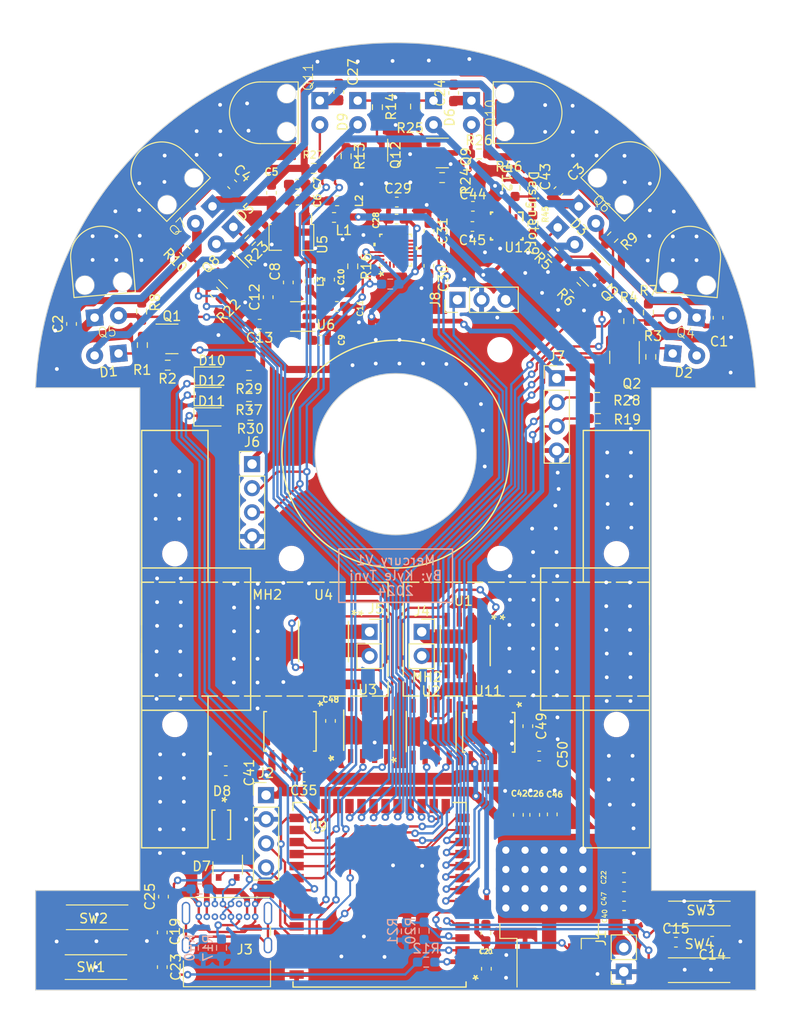
<source format=kicad_pcb>
(kicad_pcb (version 20221018) (generator pcbnew)
  (layers (0 "F.Cu" signal) (31 "B.Cu" signal) (34 "B.Paste" user) (35 "F.Paste" user) (36 "B.SilkS" user "B.Silkscreen") (37 "F.SilkS" user "F.Silkscreen") (38 "B.Mask" user) (39 "F.Mask" user) (44 "Edge.Cuts" user))
  (net 0 "")
  (net 1 "GND")
  (net 2 "/RECV_3.3VA")
  (net 3 "/RECV_GND")
  (net 4 "Net-(U5-VI)")
  (net 5 "Net-(U6-NR)")
  (net 6 "Net-(U6-EN)")
  (net 7 "3.3V")
  (net 8 "/BTN1")
  (net 9 "/BTN2")
  (net 10 "/V_BATTERY")
  (net 11 "/RST")
  (net 12 "/BOOT")
  (net 13 "Net-(U10-REGOUT)")
  (net 14 "Net-(D1-K)")
  (net 15 "Net-(D2-K)")
  (net 16 "Net-(D3-K)")
  (net 17 "Net-(D5-K)")
  (net 18 "Net-(D6-K)")
  (net 19 "/USB_D-")
  (net 20 "/USB_D+")
  (net 21 "Net-(J3-CC1)")
  (net 23 "Net-(J3-CC2)")
  (net 24 "unconnected-(J3-SBU2-PadB8)")
  (net 25 "/MR_OUT_A")
  (net 26 "/MR_OUT_B")
  (net 27 "/ML_OUT_A")
  (net 28 "/ML_OUT_B")
  (net 29 "Net-(Q1-D)")
  (net 30 "/FL_EMIT")
  (net 31 "Net-(Q2-D)")
  (net 32 "/FR_EMIT")
  (net 33 "Net-(Q3-D)")
  (net 34 "/FR_RECV")
  (net 35 "/FL_RECV")
  (net 36 "Net-(Q8-D)")
  (net 37 "/SR_EMIT")
  (net 38 "Net-(Q9-D)")
  (net 39 "/SR_RECV")
  (net 40 "/BATT_DIV")
  (net 41 "Net-(U1-N1G)")
  (net 42 "Net-(U1-N2G)")
  (net 44 "/MR_PWMA")
  (net 45 "/MR_PWMB")
  (net 48 "/ML_PWMA")
  (net 49 "/ML_PWMB")
  (net 50 "Net-(U3-OUTB)")
  (net 51 "Net-(U3-OUTA)")
  (net 53 "/DR_RECV")
  (net 54 "/SCL_0")
  (net 55 "/SDA_0")
  (net 56 "/DL_RECV")
  (net 57 "/SCL_1")
  (net 58 "/SL_RECV")
  (net 59 "/SDA_1")
  (net 61 "/UART_RX")
  (net 62 "/UART_TX")
  (net 63 "/SL_EMIT")
  (net 77 "/VBUS")
  (net 78 "Net-(J3-SHIELD)")
  (net 79 "Net-(Q12-D)")
  (net 80 "/FAN_PWM")
  (net 84 "Net-(U12-VCON)")
  (net 85 "/2V")
  (net 86 "Net-(U12-VREF)")
  (net 87 "/5V")
  (net 88 "/ML_6V")
  (net 89 "/MR_6V")
  (net 90 "Net-(D9-K)")
  (net 91 "/DR_EMIT")
  (net 92 "/DL_EMIT")
  (net 95 "/GREEN_LED")
  (net 96 "/BLUE_LED")
  (net 97 "/RED_LED")
  (net 98 "Net-(D10-A)")
  (net 99 "Net-(D11-A)")
  (net 100 "Net-(D12-A)")
  (footprint "Resistor_SMD:R_0603_1608Metric_Pad0.98x0.95mm_HandSolder" (layer "F.Cu") (at 118.35 71.875 180)
    (fp_text reference "R27")
    (fp_text value "1.8k")
  )
  (footprint "Capacitor_SMD:C_0603_1608Metric_Pad1.08x0.95mm_HandSolder" (layer "F.Cu") (at 127.1 77.225 180)
    (fp_text reference "C28")
    (fp_text value "2.2uF")
  )
  (footprint "footprint:IR_Receiver_Mirrored" (layer "F.Cu") (at 96.5 87.5 5)
    (fp_text reference "Q5")
    (fp_text value "FL_RECV")
    (fp_circle (center -2 -3.5) (end -1 -3.5) (stroke (width 0.05)) (fill none) (layer "Edge.Cuts"))
    (fp_circle (center 2 -3.5) (end 3 -3.5) (stroke (width 0.05)) (fill none) (layer "Edge.Cuts"))
  )
  (footprint "Capacitor_SMD:C_0603_1608Metric_Pad1.08x0.95mm_HandSolder" (layer "F.Cu") (at 102.375 152.425 90)
    (fp_text reference "C19")
    (fp_text value "1uF")
  )
  (footprint "Resistor_SMD:R_0603_1608Metric_Pad0.98x0.95mm_HandSolder" (layer "F.Cu") (at 135.8 70.35)
    (fp_text reference "R26")
    (fp_text value "1.8k")
  )
  (footprint "Capacitor_SMD:C_0603_1608Metric_Pad1.08x0.95mm_HandSolder" (layer "F.Cu") (at 139.95 140.025 -90)
    (fp_text reference "C42")
    (fp_text value "10uF (Tantalum)")
  )
  (footprint "Capacitor_SMD:C_0603_1608Metric_Pad1.08x0.95mm_HandSolder" (layer "F.Cu") (at 115.675 83.9 90)
    (fp_text reference "C8")
    (fp_text value "0.1uF")
  )
  (footprint "Connector_PinSocket_2.54mm:PinSocket_1x02_P2.54mm_Vertical" (layer "F.Cu") (at 151.075 156.55 180)
    (fp_text reference "J1")
    (fp_text value "Battery")
  )
  (footprint "Resistor_SMD:R_0603_1608Metric_Pad0.98x0.95mm_HandSolder" (layer "F.Cu") (at 148.275 96.025)
    (fp_text reference "R28")
    (fp_text value "10k")
  )
  (footprint "footprint:5V Voltage Reg" (layer "F.Cu") (at 151.2275 150.074 90)
    (fp_text reference "U8" hide)
    (fp_text value "LM1085-5.0")
  )
  (footprint "Capacitor_SMD:C_0603_1608Metric_Pad1.08x0.95mm_HandSolder" (layer "F.Cu") (at 141.675 140.025 -90)
    (fp_text reference "C26")
    (fp_text value "0.1uF")
  )
  (footprint "footprint:D8_TEX" (layer "F.Cu") (at 124.15 131.1 90)
    (fp_text reference "U3")
    (fp_text value "UCC27524ADR")
  )
  (footprint "footprint:SW_SPST_REED_CT05-XXXX-G1" (layer "F.Cu") (at 159.05 150.425 180)
    (fp_text reference "SW3")
    (fp_text value "SW_Push")
  )
  (footprint "footprint:SOIC_81N8TC_DIO" (layer "F.Cu") (at 134.35 122.175 -90)
    (fp_text reference "U1")
    (fp_text value "ZXMHC3F381N8TC")
  )
  (footprint "Package_TO_SOT_SMD:SOT-143" (layer "F.Cu") (at 109.275 145.625 -90)
    (fp_text reference "D7")
    (fp_text value "SP0503BAHT")
  )
  (footprint "footprint:Motor" (layer "F.Cu") (at 119.7 121.5)
    (fp_text reference "MH2")
    (fp_text value "M2_MH")
  )
  (footprint "Capacitor_SMD:C_0603_1608Metric_Pad1.08x0.95mm_HandSolder" (layer "F.Cu") (at 135.1 78 180)
    (fp_text reference "C45")
    (fp_text value "0.1uF")
  )
  (footprint "Capacitor_SMD:C_0603_1608Metric_Pad1.08x0.95mm_HandSolder" (layer "F.Cu") (at 130.5 82.15 90)
    (fp_text reference "C30")
    (fp_text value "10nF")
  )
  (footprint "Connector_USB:USB_C_Receptacle_GCT_USB4085" (layer "F.Cu") (at 106.225 149.415)
    (fp_text reference "J3")
    (fp_text value "USB_C_Receptacle_USB2.0")
  )
  (footprint "Capacitor_SMD:C_0603_1608Metric_Pad1.08x0.95mm_HandSolder" (layer "F.Cu") (at 121 63.825 90)
    (fp_text reference "C27")
    (fp_text value "2.2uF")
  )
  (footprint "Inductor_SMD:L_0603_1608Metric_Pad1.05x0.95mm_HandSolder" (layer "F.Cu") (at 120.825 75.3 180)
    (fp_text reference "L2")
    (fp_text value "4.7uH")
  )
  (footprint "Capacitor_SMD:C_0603_1608Metric_Pad1.08x0.95mm_HandSolder" (layer "F.Cu") (at 102.5 148.65 90)
    (fp_text reference "C25")
    (fp_text value "0.1uF")
  )
  (footprint "Resistor_SMD:R_0603_1608Metric_Pad0.98x0.95mm_HandSolder" (layer "F.Cu") (at 148.35 98.25)
    (fp_text reference "R19")
    (fp_text value "10k")
  )
  (footprint "Capacitor_SMD:C_0603_1608Metric_Pad1.08x0.95mm_HandSolder" (layer "F.Cu") (at 151.1 150.625 180)
    (fp_text reference "C40")
    (fp_text value "10uF")
  )
  (footprint "footprint:SOT-23" (layer "F.Cu") (at 131.925 70.25)
    (fp_text reference "Q9")
    (fp_text value "NMOS")
  )
  (footprint "Capacitor_SMD:C_0603_1608Metric_Pad1.08x0.95mm_HandSolder" (layer "F.Cu") (at 116.65 75.225)
    (fp_text reference "C6")
    (fp_text value "2.2uF")
  )
  (footprint "Capacitor_SMD:C_0603_1608Metric_Pad1.08x0.95mm_HandSolder" (layer "F.Cu") (at 120.025 83.6 -90)
    (fp_text reference "C10")
    (fp_text value "0.1uF")
  )
  (footprint "Resistor_SMD:R_0603_1608Metric_Pad0.98x0.95mm_HandSolder" (layer "F.Cu") (at 111.525 93.7 180)
    (fp_text reference "R29")
    (fp_text value "75")
  )
  (footprint "footprint:Emitter" (layer "F.Cu") (at 131 66 -90)
    (fp_text reference "D6")
    (fp_text value "SR_EMIT")
  )
  (footprint "footprint:ESP32­S3­WROOM­1U_EXP" (layer "F.Cu") (at 125.3 148.45 180)
    (fp_text reference "U9")
    (fp_text value "ESP32-S3-WROOM-1U-N16R8")
  )
  (footprint "Resistor_SMD:R_0603_1608Metric_Pad0.98x0.95mm_HandSolder" (layer "F.Cu") (at 122.475 82.2 -90)
    (fp_text reference "R16")
    (fp_text value "10k")
  )
  (footprint "Package_TO_SOT_SMD:SOT-23-5" (layer "F.Cu") (at 116.7 87.487953 180)
    (fp_text reference "U6")
    (fp_text value "TPS73633DBV")
  )
  (footprint "Resistor_SMD:R_0603_1608Metric_Pad0.98x0.95mm_HandSolder" (layer "F.Cu") (at 145.95 84.45 135)
    (fp_text reference "R6")
    (fp_text value "47k")
  )
  (footprint "Capacitor_SMD:C_0603_1608Metric_Pad1.08x0.95mm_HandSolder" (layer "F.Cu") (at 117.3 136.025 180)
    (fp_text reference "C35")
    (fp_text value "10uF")
  )
  (footprint "Resistor_SMD:R_0603_1608Metric_Pad0.98x0.95mm_HandSolder" (layer "F.Cu") (at 111.525 95.925 180)
    (fp_text reference "R37")
    (fp_text value "75")
  )
  (footprint "footprint:SOT-23" (layer "F.Cu") (at 109.9 82.975 -45)
    (fp_text reference "Q8")
    (fp_text value "NMOS")
  )
  (footprint "Resistor_SMD:R_0603_1608Metric_Pad0.98x0.95mm_HandSolder" (layer "F.Cu") (at 100.275 90.5 90)
    (fp_text reference "R1")
    (fp_text value "10")
  )
  (footprint "Capacitor_SMD:C_0603_1608Metric_Pad1.08x0.95mm_HandSolder" (layer "F.Cu") (at 160.4 153.35 180)
    (fp_text reference "C14")
    (fp_text value "0.1uF")
  )
  (footprint "" (layer "F.Cu") (at 138 91)
    (fp_text reference "")
    (fp_text value "")
  )
  (footprint "Resistor_SMD:R_0603_1608Metric_Pad0.98x0.95mm_HandSolder" (layer "F.Cu") (at 129.1 65.35 -90)
    (fp_text reference "R25")
    (fp_text value "10")
  )
  (footprint "footprint:IR_Reciever" (layer "F.Cu") (at 157.5 87.5 -5)
    (fp_text reference "Q4")
    (fp_text value "FR_RECV")
    (fp_circle (center -2 -3.5) (end -1 -3.5) (stroke (width 0.05)) (fill none) (layer "Edge.Cuts"))
    (fp_circle (center 2 -3.5) (end 3 -3.5) (stroke (width 0.05)) (fill none) (layer "Edge.Cuts"))
  )
  (footprint "Resistor_SMD:R_0603_1608Metric_Pad0.98x0.95mm_HandSolder" (layer "F.Cu") (at 131.9 72.85)
    (fp_text reference "R24")
    (fp_text value "47k")
  )
  (footprint "Resistor_SMD:R_0603_1608Metric_Pad0.98x0.95mm_HandSolder" (layer "F.Cu") (at 104.75 80.55 135)
    (fp_text reference "R10")
    (fp_text value "1.8k")
  )
  (footprint "Capacitor_SMD:C_0603_1608Metric_Pad1.08x0.95mm_HandSolder" (layer "F.Cu") (at 119.05 90)
    (fp_text reference "C9")
    (fp_text value "0.1uF")
  )
  (footprint "Capacitor_SMD:C_0603_1608Metric_Pad1.08x0.95mm_HandSolder" (layer "F.Cu") (at 102.375 156.075 -90)
    (fp_text reference "C23")
    (fp_text value "0.1uF")
  )
  (footprint "Capacitor_SMD:C_0603_1608Metric_Pad1.08x0.95mm_HandSolder" (layer "F.Cu") (at 127.125 75.425 180)
    (fp_text reference "C29")
    (fp_text value "0.1uF")
  )
  (footprint "footprint:HTSOP-J8_ROM" (layer "F.Cu") (at 136.825 131.325 -90)
    (fp_text reference "U11")
    (fp_text value "~")
  )
  (footprint "footprint:SOT-23" (layer "F.Cu") (at 148 82.725 -45)
    (fp_text reference "Q3")
    (fp_text value "NMOS")
  )
  (footprint "Resistor_SMD:R_0603_1608Metric_Pad0.98x0.95mm_HandSolder" (layer "F.Cu") (at 153.925 91.75 -90)
    (fp_text reference "R3")
    (fp_text value "10")
  )
  (footprint "Capacitor_SMD:C_0603_1608Metric_Pad1.08x0.95mm_HandSolder" (layer "F.Cu") (at 144.175 74.275 45)
    (fp_text reference "C3")
    (fp_text value "2.2uF")
  )
  (footprint "Resistor_SMD:R_0603_1608Metric_Pad0.98x0.95mm_HandSolder" (layer "F.Cu") (at 139.6 73.925 90)
    (fp_text reference "R46")
    (fp_text value "115k")
  )
  (footprint "footprint:HTSOP-J8_ROM" (layer "F.Cu") (at 115.85 131.225 -90)
    (fp_text reference "U7" hide)
    (fp_text value "~" hide)
  )
  (footprint "footprint:1N5819HW-7-F_DIO" (layer "F.Cu") (at 108.6 141.075 -90)
    (fp_text reference "D8")
    (fp_text value "1N5819HW-7-F")
  )
  (footprint "Capacitor_SMD:C_0603_1608Metric_Pad1.08x0.95mm_HandSolder" (layer "F.Cu") (at 109.75 73.55 135)
    (fp_text reference "C4")
    (fp_text value "2.2uF")
  )
  (footprint "LED_SMD:LED_0805_2012Metric_Pad1.15x1.40mm_HandSolder" (layer "F.Cu") (at 107.575 98.075)
    (fp_text reference "D11")
    (fp_text value "RED_LED")
  )
  (footprint "Capacitor_SMD:C_0603_1608Metric_Pad1.08x0.95mm_HandSolder" (layer "F.Cu") (at 161.025 87.625 90)
    (fp_text reference "C1")
    (fp_text value "2.2uF")
  )
  (footprint "LED_SMD:LED_0805_2012Metric_Pad1.15x1.40mm_HandSolder" (layer "F.Cu") (at 107.6 95.925)
    (fp_text reference "D12")
    (fp_text value "BLUE_LED")
  )
  (footprint "Connector_PinHeader_2.54mm:PinHeader_1x04_P2.54mm_Vertical" (layer "F.Cu") (at 113.325 137.95)
    (fp_text reference "J2")
    (fp_text value "UART")
  )
  (footprint "" (layer "F.Cu") (at 138 113)
    (fp_text reference "")
    (fp_text value "")
  )
  (footprint "Resistor_SMD:R_0603_1608Metric_Pad0.98x0.95mm_HandSolder" (layer "F.Cu") (at 121.775 70.6 -90)
    (fp_text reference "R13")
    (fp_text value "47k")
  )
  (footprint "Connector_PinHeader_2.54mm:PinHeader_1x04_P2.54mm_Vertical" (layer "F.Cu") (at 111.85 103.05)
    (fp_text reference "J6")
    (fp_text value "Encoder_L")
  )
  (footprint "Resistor_SMD:R_0603_1608Metric_Pad0.98x0.95mm_HandSolder" (layer "F.Cu") (at 100.2 86.975 90)
    (fp_text reference "R8")
    (fp_text value "1.8k")
  )
  (footprint "Capacitor_SMD:C_0603_1608Metric_Pad1.08x0.95mm_HandSolder" (layer "F.Cu") (at 92.8 88.275 90)
    (fp_text reference "C2")
    (fp_text value "2.2uF")
  )
  (footprint "Capacitor_SMD:C_0603_1608Metric_Pad1.08x0.95mm_HandSolder" (layer "F.Cu") (at 140.95 130.675 -90)
    (fp_text reference "C49")
    (fp_text value "10uF")
  )
  (footprint "Capacitor_SMD:C_0603_1608Metric_Pad1.08x0.95mm_HandSolder" (layer "F.Cu") (at 135.15 75.875 180)
    (fp_text reference "C44")
    (fp_text value "47uF")
  )
  (footprint "Package_TO_SOT_SMD:SOT-89-3" (layer "F.Cu") (at 116 79.15 -90)
    (fp_text reference "U5")
    (fp_text value "MCP1700")
  )
  (footprint "Capacitor_SMD:C_0603_1608Metric_Pad1.08x0.95mm_HandSolder" (layer "F.Cu") (at 113.9 74.45 90)
    (fp_text reference "C5")
    (fp_text value "2.2uF")
  )
  (footprint "Resistor_SMD:R_0603_1608Metric_Pad0.98x0.95mm_HandSolder" (layer "F.Cu") (at 125.075 65.425 -90)
    (fp_text reference "R14")
    (fp_text value "10")
  )
  (footprint "Capacitor_SMD:C_0603_1608Metric_Pad1.08x0.95mm_HandSolder" (layer "F.Cu") (at 130.525 78.475 -90)
    (fp_text reference "C31")
    (fp_text value "0.1uF")
  )
  (footprint "footprint:IR_Receiver_Mirrored" (layer "F.Cu") (at 135 66 -90)
    (fp_text reference "Q10")
    (fp_text value "SR_RECV")
    (fp_circle (center -2 -3.5) (end -1 -3.5) (stroke (width 0.05)) (fill none) (layer "Edge.Cuts"))
    (fp_circle (center 2 -3.5) (end 3 -3.5) (stroke (width 0.05)) (fill none) (layer "Edge.Cuts"))
  )
  (footprint "Resistor_SMD:R_0603_1608Metric_Pad0.98x0.95mm_HandSolder" (layer "F.Cu") (at 111.65 79.45 45)
    (fp_text reference "R23")
    (fp_text value "10")
  )
  (footprint "" (layer "F.Cu") (at 116 91)
    (fp_text reference "")
    (fp_text value "")
  )
  (footprint "Resistor_SMD:R_0603_1608Metric_Pad0.98x0.95mm_HandSolder" (layer "F.Cu") (at 111.675 97.9 180)
    (fp_text reference "R30")
    (fp_text value "750")
  )
  (footprint "Resistor_SMD:R_0603_1608Metric_Pad0.98x0.95mm_HandSolder" (layer "F.Cu") (at 141.475 77.725 90)
    (fp_text reference "R45")
    (fp_text value "223k")
  )
  (footprint "Inductor_SMD:L_0603_1608Metric_Pad1.05x0.95mm_HandSolder" (layer "F.Cu") (at 117.925 83.775 -90)
    (fp_text reference "L3")
    (fp_text value "4.7uH")
  )
  (footprint "Capacitor_SMD:C_0603_1608Metric_Pad1.08x0.95mm_HandSolder" (layer "F.Cu") (at 143.525 139.975 -90)
    (fp_text reference "C46")
    (fp_text value "100uF")
  )
  (footprint "Inductor_SMD:L_0603_1608Metric_Pad1.05x0.95mm_HandSolder" (layer "F.Cu") (at 120.5 77.05 180)
    (fp_text reference "L1")
    (fp_text value "4.7uH")
  )
  (footprint "Capacitor_SMD:C_0603_1608Metric_Pad1.08x0.95mm_HandSolder" (layer "F.Cu") (at 156.575 153.45)
    (fp_text reference "C15")
    (fp_text value "0.1uF")
  )
  (footprint "Capacitor_SMD:C_0603_1608Metric_Pad1.08x0.95mm_HandSolder" (layer "F.Cu") (at 116.6125 73.55)
    (fp_text reference "C7")
    (fp_text value "0.1uF")
  )
  (footprint "LED_SMD:LED_0805_2012Metric_Pad1.15x1.40mm_HandSolder" (layer "F.Cu") (at 107.625 93.775)
    (fp_text reference "D10")
    (fp_text value "GREEN_LED")
  )
  (footprint "Capacitor_SMD:C_0603_1608Metric_Pad1.08x0.95mm_HandSolder" (layer "F.Cu") (at 112.65 88.3 180)
    (fp_text reference "C13")
    (fp_text value "0.1uF")
  )
  (footprint "footprint:Motor" (layer "F.Cu") (at 134.3 121.5 180)
    (fp_text reference "MH2")
    (fp_text value "M2_MH")
  )
  (footprint "Capacitor_SMD:C_0603_1608Metric_Pad1.08x0.95mm_HandSolder" (layer "F.Cu") (at 142.15 133.825)
    (fp_text reference "C50")
    (fp_text value "10uF")
  )
  (footprint "Connector_PinSocket_2.54mm:PinSocket_1x02_P2.54mm_Vertical" (layer "F.Cu") (at 124.25 120.73)
    (fp_text reference "J5")
    (fp_text value "Conn_01x02_Socket")
  )
  (footprint "footprint:SOT-23" (layer "F.Cu") (at 151.15 91.8 -90)
    (fp_text reference "Q2")
    (fp_text value "NMOS")
  )
  (footprint "footprint:IR_Receiver_Mirrored" (layer "F.Cu") (at 147.225 76.775 -45)
    (fp_text reference "Q6")
    (fp_text value "R_RECV")
    (fp_circle (center -2 -3.5) (end -1 -3.5) (stroke (width 0.05)) (fill none) (layer "Edge.Cuts"))
    (fp_circle (center 2 -3.5) (end 3 -3.5) (stroke (width 0.05)) (fill none) (layer "Edge.Cuts"))
  )
  (footprint "Capacitor_SMD:C_0603_1608Metric_Pad1.08x0.95mm_HandSolder" (layer "F.Cu") (at 113.55 85.45 90)
    (fp_text reference "C12")
    (fp_text value "10uF")
  )
  (footprint "Connector_PinHeader_2.54mm:PinHeader_1x04_P2.54mm_Vertical" (layer "F.Cu") (at 144 94)
    (fp_text reference "J7")
    (fp_text value "Encoder_R")
  )
  (footprint "footprint:SW_SPST_REED_CT05-XXXX-G1" (layer "F.Cu") (at 159.025 156.4 180)
    (fp_text reference "SW4")
    (fp_text value "SW_Push")
  )
  (footprint "Capacitor_SMD:C_0603_1608Metric_Pad1.08x0.95mm_HandSolder" (layer "F.Cu") (at 133.125 63.925 90)
    (fp_text reference "C24")
    (fp_text value "2.2uF")
  )
  (footprint "footprint:SIL0008A" (layer "F.Cu") (at 138.724998 77.950001 -90)
    (fp_text reference "U12")
    (fp_text value "LMZ10501SILR")
  )
  (footprint "footprint:Emitter" (layer "F.Cu") (at 108.975 78.95 -135)
    (fp_text reference "D5")
    (fp_text value "L_EMIT")
  )
  (footprint "Capacitor_SMD:C_0603_1608Metric_Pad1.08x0.95mm_HandSolder" (layer "F.Cu") (at 136.525 152.5 90)
    (fp_text reference "C20")
    (fp_text value "10uF")
  )
  (footprint "footprint:SOT-23" (layer "F.Cu") (at 103.3875 89.85)
    (fp_text reference "Q1")
    (fp_text value "NMOS")
  )
  (footprint "footprint:QFN24_3X3X0P9_IVS" (layer "F.Cu") (at 127 80.5 90)
    (fp_text reference "U10" hide)
    (fp_text value "MPU-6500")
  )
  (footprint "Resistor_SMD:R_0603_1608Metric_Pad0.98x0.95mm_HandSolder" (layer "F.Cu") (at 151.6 87.975 90)
    (fp_text reference "R4")
    (fp_text value "47k")
  )
  (footprint "Resistor_SMD:R_0603_1608Metric_Pad0.98x0.95mm_HandSolder" (layer "F.Cu") (at 102.95 92.625)
    (fp_text reference "R2")
    (fp_text value "47k")
  )
  (footprint "footprint:Emitter" (layer "F.Cu") (at 96.5 91.5 -175)
    (fp_text reference "D1")
    (fp_text value "FL_EMIT")
  )
  (footprint "Connector_PinSocket_2.54mm:PinSocket_1x02_P2.54mm_Vertical" (layer "F.Cu") (at 129.75 120.73)
    (fp_text reference "J4")
    (fp_text value "Conn_01x02_Socket")
  )
  (footprint "Capacitor_SMD:C_0603_1608Metric_Pad1.08x0.95mm_HandSolder" (layer "F.Cu") (at 120.8 86.425)
    (fp_text reference "C11")
    (fp_text value "10uF")
  )
  (footprint "footprint:SOT-23" (layer "F.Cu") (at 124.6 70.475 -90)
    (fp_text reference "Q12")
    (fp_text value "NMOS")
  )
  (footprint "Resistor_SMD:R_0603_1608Metric_Pad0.98x0.95mm_HandSolder" (layer "F.Cu") (at 149.9 79.125 45)
    (fp_text reference "R9")
    (fp_text value "1.8k")
  )
  (footprint "footprint:Emitter" (layer "F.Cu") (at 145 79 -45)
    (fp_text reference "D3")
    (fp_text value "R_EMIT")
  )
  (footprint "footprint:Emitter" (layer "F.Cu") (at 123 66 -90)
    (fp_text reference "D9")
    (fp_text value "SL_EMIT")
  )
  (footprint "footprint:SW_SPST_REED_CT05-XXXX-G1" (layer "F.Cu") (at 95.375 156.075)
    (fp_text reference "SW1")
    (fp_text value "SW_Push")
  )
  (footprint "Capacitor_SMD:C_0603_1608Metric_Pad1.08x0.95mm_HandSolder" (layer "F.Cu") (at 151.1 146.625 180)
    (fp_text reference "C22")
    (fp_text value "0.1uF")
  )
  (footprint "Connector_PinHeader_2.54mm:PinHeader_1x03_P2.54mm_Vertical" (layer "F.Cu") (at 133.525 85.725 90)
    (fp_text reference "J8")
    (fp_text value "Conn_01x03_Socket")
  )
  (footprint "Resistor_SMD:R_0603_1608Metric_Pad0.98x0.95mm_HandSolder" (layer "F.Cu") (at 143.6 80.725 -45)
    (fp_text reference "R5")
    (fp_text value "10")
  )
  (footprint "Resistor_SMD:R_0603_1608Metric_Pad0.98x0.95mm_HandSolder" (layer "F.Cu") (at 153.675 87.075 90)
    (fp_text reference "R7")
    (fp_text value "1.8k")
  )
  (footprint "footprint:IR_Reciever" (layer "F.Cu") (at 119 66 90)
    (fp_text reference "Q11")
    (fp_text value "SL_RECV")
    (fp_circle (center -2 -3.5) (end -1 -3.5) (stroke (width 0.05)) (fill none) (layer "Edge.Cuts"))
    (fp_circle (center 2 -3.5) (end 3 -3.5) (stroke (width 0.05)) (fill none) (layer "Edge.Cuts"))
  )
  (footprint "Capacitor_SMD:C_0603_1608Metric_Pad1.08x0.95mm_HandSolder" (layer "F.Cu") (at 141.475 73.975 90)
    (fp_text reference "C43")
    (fp_text value "470pF")
  )
  (footprint "footprint:SOIC_81N8TC_DIO" (layer "F.Cu") (at 119.395 121.75 -90)
    (fp_text reference "U4")
    (fp_text value "ZXMHC3F381N8TC")
  )
  (footprint "Capacitor_SMD:C_0603_1608Metric_Pad1.08x0.95mm_HandSolder" (layer "F.Cu") (at 151.1 148.625 180)
    (fp_text reference "C47")
    (fp_text value "100uF")
  )
  (footprint "footprint:SW_SPST_REED_CT05-XXXX-G1" (layer "F.Cu") (at 95.5 150.825)
    (fp_text reference "SW2")
    (fp_text value "SW_Push")
  )
  (footprint "footprint:Emitter" (layer "F.Cu") (at 157.5 91.5 -5)
    (fp_text reference "D2")
    (fp_text value "FR_EMIT")
  )
  (footprint "" (layer "F.Cu") (at 116 113)
    (fp_text reference "")
    (fp_text value "")
  )
  (footprint "footprint:D8_TEX" (layer "F.Cu") (at 130.745 131.24915 90)
    (fp_text reference "U2")
    (fp_text value "UCC27524ADR")
  )
  (footprint "Capacitor_SMD:C_0603_1608Metric_Pad1.08x0.95mm_HandSolder" (layer "F.Cu") (at 109.075 135.375 180)
    (fp_text reference "C41")
    (fp_text value "10uF")
  )
  (footprint "Capacitor_SMD:C_0603_1608Metric_Pad1.08x0.95mm_HandSolder" (layer "F.Cu") (at 136.575 156.25 -90)
    (fp_text reference "C21")
    (fp_text value "0.1uF")
  )
  (footprint "Capacitor_SMD:C_0603_1608Metric_Pad1.08x0.95mm_HandSolder" (layer "F.Cu") (at 120.125 130.125 -90)
    (fp_text reference "C48")
    (fp_text value "10uF")
  )
  (footprint "footprint:IR_Reciever" (layer "F.Cu") (at 106.775 76.775 45)
    (fp_text reference "Q7")
    (fp_text value "L_RECV")
    (fp_circle (center -2 -3.5) (end -1 -3.5) (stroke (width 0.05)) (fill none) (layer "Edge.Cuts"))
    (fp_circle (center 2 -3.5) (end 3 -3.5) (stroke (width 0.05)) (fill none) (layer "Edge.Cuts"))
  )
  (footprint "Resistor_SMD:R_0603_1608Metric_Pad0.98x0.95mm_HandSolder" (layer "F.Cu") (at 107.925 84.95 -45)
    (fp_text reference "R22")
    (fp_text value "47k")
  )
  (footprint "Resistor_SMD:R_0603_1608Metric_Pad0.98x0.95mm_HandSolder" (layer "B.Cu") (at 128.125 152.3 -90)
    (fp_text reference "R21")
    (fp_text value "10k")
  )
  (footprint "Resistor_SMD:R_0603_1608Metric_Pad0.98x0.95mm_HandSolder" (layer "B.Cu") (at 130.225 155.55 180)
    (fp_text reference "R12")
    (fp_text value "10k")
  )
  (footprint "Resistor_SMD:R_0603_1608Metric_Pad0.98x0.95mm_HandSolder" (layer "B.Cu") (at 106.325 147.84 180)
    (fp_text reference "R18" hide)
    (fp_text value "5.1k")
  )
  (footprint "Resistor_SMD:R_0603_1608Metric_Pad0.98x0.95mm_HandSolder" (layer "B.Cu") (at 126.425 84.075 180)
    (fp_text reference "R15" hide)
    (fp_text value "10k")
  )
  (footprint "Resistor_SMD:R_0603_1608Metric_Pad0.98x0.95mm_HandSolder" (layer "B.Cu") (at 108.625 154.04 -90)
    (fp_text reference "R17")
    (fp_text value "5.1k")
  )
  (footprint "Resistor_SMD:R_0603_1608Metric_Pad0.98x0.95mm_HandSolder" (layer "B.Cu") (at 106.7 154.04 -90)
    (fp_text reference "R40")
    (fp_text value "47k")
  )
  (footprint "Resistor_SMD:R_0603_1608Metric_Pad0.98x0.95mm_HandSolder" (layer "B.Cu") (at 130 152.25 -90)
    (fp_text reference "R20")
    (fp_text value "20k")
  )
  (gr_rect (start 121 112) (end 133 117.625) (stroke (width 0.15)) (fill none) (layer "B.SilkS"))
  (gr_circle (center 127 102) (end 139 102) (stroke (width 0.15)) (fill none) (layer "F.SilkS"))
  (gr_line (start 154 95) (end 165 95) (stroke (width 0.1)) (layer "Edge.Cuts"))
  (gr_line (start 165 158.5) (end 165 148) (stroke (width 0.1)) (layer "Edge.Cuts"))
  (gr_arc (start 89 95) (mid 127 58.622913) (end 165 95) (stroke (width 0.1)) (layer "Edge.Cuts"))
  (gr_line (start 100 148) (end 100 95) (stroke (width 0.1)) (layer "Edge.Cuts"))
  (gr_line (start 154 158.5) (end 165 158.5) (stroke (width 0.1)) (layer "Edge.Cuts"))
  (gr_line (start 154 158.5) (end 100 158.5) (stroke (width 0.1)) (layer "Edge.Cuts"))
  (gr_line (start 154 148) (end 154 95) (stroke (width 0.1)) (layer "Edge.Cuts"))
  (gr_circle (center 127 102) (end 135.5 102) (stroke (width 0.1)) (fill none) (layer "Edge.Cuts"))
  (gr_line (start 89 148) (end 89 158.5) (stroke (width 0.1)) (layer "Edge.Cuts"))
  (gr_line (start 165 148) (end 154 148) (stroke (width 0.1)) (layer "Edge.Cuts"))
  (gr_line (start 89 95) (end 100 95) (stroke (width 0.1)) (layer "Edge.Cuts"))
  (gr_line (start 100 148) (end 89 148) (stroke (width 0.1)) (layer "Edge.Cuts"))
  (gr_line (start 89 158.5) (end 100 158.5) (stroke (width 0.1)) (layer "Edge.Cuts"))
  (gr_text "Mercury_V1\nBy: Kyle Tyni\n2024" (at 127 117) (layer "B.SilkS") (effects (font (size 1 1)) (justify bottom mirror)))
  (segment (start 126.80114 149.14088) (end 125.4016 149.14088) (width 0.25) (layer "F.Cu") (net 1))
  (segment (start 126.80114 150.54042) (end 128.20068 150.54042) (width 0.25) (layer "F.Cu") (net 1))
  (segment (start 112.2375 84.5875) (end 112.225 84.6) (width 0.25) (layer "F.Cu") (net 1))
  (segment (start 136.19 131.96) (end 136.825 131.325) (width 0.25) (layer "F.Cu") (net 1))
  (segment (start 139.1 155.875) (end 139.05 155.925) (width 0.25) (layer "F.Cu") (net 1))
  (segment (start 128.20068 150.54042) (end 128.20068 149.14088) (width 0.25) (layer "F.Cu") (net 1))
  (segment (start 116.485 131.86) (end 115.85 131.225) (width 0.25) (layer "F.Cu") (net 1))
  (segment (start 137.0125 152.125) (end 138.375 152.125) (width 0.25) (layer "F.Cu") (net 1))
  (segment (start 116.485 130.59) (end 115.85 131.225) (width 0.25) (layer "F.Cu") (net 1))
  (segment (start 124.6 72.95) (end 124.6 71.4125) (width 0.5) (layer "F.Cu") (net 1))
  (segment (start 145.579765 83.529765) (end 145.76941 83.529765) (width 0.25) (layer "F.Cu") (net 1))
  (segment (start 136.19 128.658) (end 136.19 130.69) (width 0.5) (layer "F.Cu") (net 1))
  (segment (start 134.2375 75.925) (end 134.2875 75.875) (width 0.25) (layer "F.Cu") (net 1))
  (segment (start 118.76 120.465) (end 118.475 120.75) (width 0.25) (layer "F.Cu") (net 1))
  (segment (start 125.4016 147.74134) (end 125.4016 149.14088) (width 0.25) (layer "F.Cu") (net 1))
  (segment (start 115.215 134.415) (end 115.215 133.892) (width 0.5) (layer "F.Cu") (net 1))
  (segment (start 121.2375 84.4625) (end 121.4 84.625) (width 0.25) (layer "F.Cu") (net 1))
  (segment (start 157.4375 153.45) (end 157.4375 153.7075) (width 0.25) (layer "F.Cu") (net 1))
  (segment (start 108.570235 85.595235) (end 109.525 86.55) (width 0.5) (layer "F.Cu") (net 1))
  (segment (start 117.044765 134.544765) (end 116.485 133.985) (width 0.5) (layer "F.Cu") (net 1))
  (segment (start 127.599999 79.900001) (end 128.524 79.900001) (width 0.18) (layer "F.Cu") (net 1))
  (segment (start 138.4 79.95) (end 138.4 78.900002) (width 0.25) (layer "F.Cu") (net 1))
  (segment (start 113.325 140.49) (end 110.39 140.49) (width 0.5) (layer "F.Cu") (net 1))
  (segment (start 138.4 78.274999) (end 138.724998 77.950001) (width 0.25) (layer "F.Cu") (net 1))
  (segment (start 128.20068 147.74134) (end 128.20068 149.14088) (width 0.25) (layer "F.Cu") (net 1))
  (segment (start 121.7 74.95) (end 122.475 74.175) (width 0.25) (layer "F.Cu") (net 1))
  (segment (start 125.4016 149.14088) (end 125.4016 150.54042) (width 0.25) (layer "F.Cu") (net 1))
  (segment (start 126.80114 149.14088) (end 126.80114 147.74134) (width 0.25) (layer "F.Cu") (net 1))
  (segment (start 134.2375 78) (end 134.2375 75.925) (width 0.5) (layer "F.Cu") (net 1))
  (segment (start 128.20068 149.14088) (end 126.80114 149.14088) (width 0.25) (layer "F.Cu") (net 1))
  (segment (start 121.775 71.5125) (end 122.775 72.5125) (width 0.5) (layer "F.Cu") (net 1))
  (segment (start 136.19 133.992) (end 136.19 131.96) (width 0.5) (layer "F.Cu") (net 1))
  (segment (start 136.525 151.6375) (end 137.0125 152.125) (width 0.25) (layer "F.Cu") (net 1))
  (segment (start 132.8125 72.85) (end 132.8125 71.4375) (width 0.25) (layer "F.Cu") (net 1))
  (segment (start 120.125 130.9875) (end 120.3375 131.2) (width 0.5) (layer "F.Cu") (net 1))
  (segment (start 137.46 130.69) (end 136.825 131.325) (width 0.25) (layer "F.Cu") (net 1))
  (segment (start 148.662913 83.512087) (end 147.975 84.2) (width 0.25) (layer "F.Cu") (net 1))
  (segment (start 136.19 130.69) (end 136.825 131.325) (width 0.25) (layer "F.Cu") (net 1))
  (segment (start 106.225 150.765) (end 106.225 151.259974) (width 0.25) (layer "F.Cu") (net 1))
  (segment (start 116.485 133.985) (end 116.485 133.892) (width 0.5) (layer "F.Cu") (net 1))
  (segment (start 116.485 128.558) (end 116.485 130.59) (width 0.5) (layer "F.Cu") (net 1))
  (segment (start 125.4016 147.74134) (end 126.80114 147.74134) (width 0.25) (layer "F.Cu") (net 1))
  (segment (start 106.225 150.765) (end 106.225 149.415) (width 0.25) (layer "F.Cu") (net 1))
  (segment (start 126.80114 147.74134) (end 128.20068 147.74134) (width 0.25) (layer "F.Cu") (net 1))
  (segment (start 122.775 72.5125) (end 122.775 72.525) (width 0.5) (layer "F.Cu") (net 1))
  (segment (start 120.025 84.4625) (end 121.2375 84.4625) (width 0.25) (layer "F.Cu") (net 1))
  (segment (start 130.5 83.725) (end 129.725 84.5) (width 0.25) (layer "F.Cu") (net 1))
  (segment (start 121.875 71.4125) (end 121.775 71.5125) (width 0.5) (layer "F.Cu") (net 1))
  (segment (start 115.215 130.59) (end 115.85 131.225) (width 0.25) (layer "F.Cu") (net 1))
  (segment (start 112.175 151.275) (end 112.175 150.765) (width 0.25) (layer "F.Cu") (net 1))
  (segment (start 130.525 77.6125) (end 130.525 75.975) (width 0.5) (layer "F.Cu") (net 1))
  (segment (start 112.2 148.225) (end 112.175 148.25) (width 0.25) (layer "F.Cu") (net 1))
  (segment (start 112.175 148.25) (end 112.175 149.415) (width 0.25) (layer "F.Cu") (net 1))
  (segment (start 127.2 80.7) (end 128.524 80.7) (width 0.18) (layer "F.Cu") (net 1))
  (segment (start 116.485 133.892) (end 116.485 131.86) (width 0.5) (layer "F.Cu") (net 1))
  (segment (start 150.799343 87.0625) (end 150.661843 86.925) (width 0.25) (layer "F.Cu") (net 1))
  (segment (start 117.044765 135.417735) (end 116.4375 136.025) (width 0.5) (layer "F.Cu") (net 1))
  (segment (start 115.675 83.0375) (end 114.4875 83.0375) (width 0.5) (layer "F.Cu") (net 1))
  (segment (start 127 80.4) (end 127 80.5) (width 0.2) (layer "F.Cu") (net 1))
  (segment (start 111.7875 89.6125) (end 111.775 89.625) (width 0.25) (layer "F.Cu") (net 1))
  (segment (start 106.225 151.259974) (end 107.340026 152.375) (width 0.25) (layer "F.Cu") (net 1))
  (segment (start 104.325 88.775) (end 104.375 88.725) (width 0.25) (layer "F.Cu") (net 1))
  (segment (start 121.7 75.3) (end 121.7 74.95) (width 0.25) (layer "F.Cu") (net 1))
  (segment (start 107.340026 152.375) (end 111.075 152.375) (width 0.25) (layer "F.Cu") (net 1))
  (segment (start 127 80.5) (end 127.2 80.7) (width 0.2) (layer "F.Cu") (net 1))
  (segment (start 125.6375 71.4125) (end 125.65 71.4) (width 0.25) (layer "F.Cu") (net 1))
  (segment (start 131.38 133.73) (end 131.38 133.9733) (width 0.25) (layer "F.Cu") (net 1))
  (segment (start 115.215 128.558) (end 115.215 130.59) (width 0.5) (layer "F.Cu") (net 1))
  (segment (start 136.19 133.992) (end 137.46 133.992) (width 0.5) (layer "F.Cu") (net 1))
  (segment (start 118.76 119.02585) (end 118.76 120.465) (width 0.25) (layer "F.Cu") (net 1))
  (segment (start 151.6 87.0625) (end 150.799343 87.0625) (width 0.25) (layer "F.Cu") (net 1))
  (segment (start 125.476 79.900001) (end 124.499999 79.900001) (width 0.19) (layer "F.Cu") (net 1))
  (segment (start 126.2625 75.425) (end 124.95 75.425) (width 0.5) (layer "F.Cu") (net 1))
  (segment (start 102.375 151.5625) (end 102.375 151.7) (width 0.25) (layer "F.Cu") (net 1))
  (segment (start 112.2 147.6405) (end 112.2 148.225) (width 0.25) (layer "F.Cu") (net 1))
  (segment (start 113.55 84.5875) (end 112.2375 84.5875) (width 0.5) (layer "F.Cu") (net 1))
  (segment (start 141.3375 72.85) (end 141.2875 72.8) (width 0.25) (layer "F.Cu") (net 1))
  (segment (start 130.525 75.975) (end 130.275 75.725) (width 0.25) (layer "F.Cu") (net 1))
  (segment (start 145.304765 83.804765) (end 145.579765 83.529765) (width 0.25) (layer "F.Cu") (net 1))
  (segment (start 112.175 149.415) (end 112.175 150.765) (width 0.25) (layer "F.Cu") (net 1))
  (segment (start 111.7875 88.3) (end 111.7875 89.6125) (width 0.5) (layer "F.Cu") (net 1))
  (segment (start 137.749999 77) (end 137.749999 77.8505) (width 0.25) (layer "F.Cu") (net 1))
  (segment (start 132.8625 70.25) (end 132.8625 71.3625) (width 0.25) (layer "F.Cu") (net 1))
  (segment (start 115.215 131.86) (end 115.85 131.225) (width 0.25) (layer "F.Cu") (net 1))
  (segment (start 133.715 119.45085) (end 133.715 119) (width 0.25) (layer "F.Cu") (net 1))
  (segment (start 127 80.5) (end 127.599999 79.900001) (width 0.2) (layer "F.Cu") (net 1))
  (segment (start 132.8125 71.4375) (end 132.8 71.425) (width 0.25) (layer "F.Cu") (net 1))
  (segment (start 126.400001 79.900001) (end 125.476 79.900001) (width 0.19) (layer "F.Cu") (net 1))
  (segment (start 144 103.85) (end 144.1 103.95) (width 0.25) (layer "F.Cu") (net 1))
  (segment (start 126.80114 149.14088) (end 126.80114 150.54042) (width 0.25) (layer "F.Cu") (net 1))
  (segment (start 130.1 132.45) (end 131.38 133.73) (width 0.25) (layer "F.Cu") (net 1))
  (segment (start 109.525 86.55) (end 109.575 86.55) (width 0.25) (layer "F.Cu") (net 1))
  (segment (start 134.92 128.658) (end 136.19 128.658) (width 0.25) (layer "F.Cu") (net 1))
  (segment (start 104.325 89.85) (end 104.325 88.775) (width 0.5) (layer "F.Cu") (net 1))
  (segment (start 125.999999 77.462501) (end 126.2375 77.225) (width 0.25) (layer "F.Cu") (net 1))
  (segment (start 144 101.62) (end 144 103.85) (width 0.25) (layer "F.Cu") (net 1))
  (segment (start 132.8625 71.3625) (end 132.8 71.425) (width 0.25) (layer "F.Cu") (net 1))
  (segment (start 125.4016 150.54042) (end 126.80114 150.54042) (width 0.25) (layer "F.Cu") (net 1))
  (segment (start 138.4 78.900002) (end 138.4 78.274999) (width 0.25) (layer "F.Cu") (net 1))
  (segment (start 130.5 83.0125) (end 130.5 83.725) (width 0.25) (layer "F.Cu") (net 1))
  (segment (start 137.46 133.992) (end 137.46 131.96) (width 0.5) (layer "F.Cu") (net 1))
  (segment (start 111.075 152.375) (end 112.175 151.275) (width 0.25) (layer "F.Cu") (net 1))
  (segment (start 124.785 132.4) (end 124.785 133.82415) (width 0.25) (layer "F.Cu") (net 1))
  (segment (start 140.6575 155.875) (end 139.1 155.875) (width 2) (layer "F.Cu") (net 1))
  (segment (start 138.025 80.325) (end 138.4 79.95) (width 0.25) (layer "F.Cu") (net 1))
  (segment (start 136.19 128.658) (end 137.46 128.658) (width 0.25) (layer "F.Cu") (net 1))
  (segment (start 138.4449 130.2) (end 139.225 130.2) (width 0.5) (layer "F.Cu") (net 1))
  (segment (start 117.044765 135.189971) (end 117.044765 135.417735) (width 0.5) (layer "F.Cu") (net 1))
  (segment (start 137.46 128.658) (end 137.46 129.2151) (width 0.5) (layer "F.Cu") (net 1))
  (segment (start 102.375 151.7) (end 100.75 153.325) (width 0.25) (layer "F.Cu") (net 1))
  (segment (start 117.044765 135.189971) (end 117.044765 134.544765) (width 0.5) (layer "F.Cu") (net 1))
  (segment (start 111.325 82.875826) (end 111.325 82.875) (width 0.25) (layer "F.Cu") (net 1))
  (segment (start 140.7375 131.325) (end 140.95 131.5375) (width 0.25) (layer "F.Cu") (net 1))
  (segment (start 126.2375 77.225) (end 124.975 77.225) (width 0.5) (layer "F.Cu") (net 1))
  (segment (start 115.215 133.892) (end 115.215 131.86) (width 0.5) (layer "F.Cu") (net 1))
  (segment (start 125.999999 78.976) (end 125.999999 77.462501) (width 0.19) (layer "F.Cu") (net 1))
  (segment (start 148.662913 83.387913) (end 148.662913 83.512087) (width 0.25) (layer "F.Cu") (net 1))
  (segment (start 110.39 140.49) (end 111.225 140.49) (width 0.25) (layer "F.Cu") (net 1))
  (segment (start 124.6 71.4125) (end 125.6375 71.4125) (width 0.5) (layer "F.Cu") (net 1))
  (segment (start 136.825 131.325) (end 140.7375 131.325) (width 0.75) (layer "F.Cu") (net 1))
  (segment (start 114.475 83.025) (end 114.4875 83.0375) (width 0.25) (layer "F.Cu") (net 1))
  (segment (start 137.749999 77.8505) (end 137.799499 77.9) (width 0.25) (layer "F.Cu") (net 1))
  (segment (start 137.46 128.658) (end 137.46 130.69) (width 0.5) (layer "F.Cu") (net 1))
  (segment (start 124.6 71.4125) (end 121.875 71.4125) (width 0.5) (layer "F.Cu") (net 1))
  (segment (start 110.562913 83.637913) (end 111.325 82.875826) (width 0.5) (layer "F.Cu") (net 1))
  (segment (start 137.46 131.96) (end 136.825 131.325) (width 0.25) (layer "F.Cu") (net 1))
  (segment (start 127 80.5) (end 126.400001 79.900001) (width 0.2) (layer "F.Cu") (net 1))
  (segment (start 136.825 131.325) (end 134.25 131.325) (width 2) (layer "F.Cu") (net 1))
  (segment (start 126.2625 75.425) (end 126.2625 74.2875) (width 0.5) (layer "F.Cu") (net 1))
  (segment (start 113.55 84.5875) (end 113.55 83.2) (width 0.5) (layer "F.Cu") (net 1))
  (segment (start 137.46 129.2151) (end 138.4449 130.2) (width 0.5) (layer "F.Cu") (net 1))
  (segment (start 126.2625 74.2875) (end 126.225 74.25) (width 0.5) (layer "F.Cu") (net 1))
  (via (at 97.525 79.025) (size 0.8) (drill 0.4) (layers "F.Cu" "B.Cu") (net 1))
  (via (at 108.3 89.45) (size 0.8) (drill 0.4) (layers "F.Cu" "B.Cu") (net 1))
  (via (at 112.425 128.8) (size 0.8) (drill 0.4) (layers "F.Cu" "B.Cu") (net 1))
  (via (at 99.95 76.275) (size 0.8) (drill 0.4) (layers "F.Cu" "B.Cu") (net 1))
  (via (at 139.025 124.925) (size 0.8) (drill 0.4) (layers "F.Cu" "B.Cu") (net 1))
  (via (at 91.25 93.025) (size 0.8) (drill 0.4) (layers "F.Cu" "B.Cu") (net 1))
  (via (at 142.775 65.2) (size 0.8) (drill 0.4) (layers "F.Cu" "B.Cu") (net 1))
  (via (at 151.875 107.25) (size 0.8) (drill 0.4) (layers "F.Cu" "B.Cu") (net 1))
  (via (at 134.25 83.575) (size 0.8) (drill 0.4) (layers "F.Cu" "B.Cu") (net 1))
  (via (at 123.4 73.525) (size 0.8) (drill 0.4) (layers "F.Cu" "B.Cu") (net 1))
  (via (at 123.125 88.1) (size 0.8) (drill 0.4) (layers "F.Cu" "B.Cu") (net 1))
  (via (at 149.6 138.95) (size 0.8) (drill 0.4) (layers "F.Cu" "B.Cu") (net 1))
  (via (at 153.825 76.3) (size 0.8) (drill 0.4) (layers "F.Cu" "B.Cu") (net 1))
  (via (at 129.9 92.45) (size 0.8) (drill 0.4) (layers "F.Cu" "B.Cu") (net 1))
  (via (at 132.35 92.5) (size 0.8) (drill 0.4) (layers "F.Cu" "B.Cu") (net 1))
  (via (at 127 67.3) (size 0.8) (drill 0.4) (layers "F.Cu" "B.Cu") (net 1))
  (via (at 149.225 115.525) (size 0.8) (drill 0.4) (layers "F.Cu" "B.Cu") (net 1))
  (via (at 104.175 103.825) (size 0.8) (drill 0.4) (layers "F.Cu" "B.Cu") (net 1))
  (via (at 126 73.425) (size 0.8) (drill 0.4) (layers "F.Cu" "B.Cu") (net 1))
  (via (at 113.925 79.9) (size 0.8) (drill 0.4) (layers "F.Cu" "B.Cu") (net 1))
  (via (at 151.875 109.75) (size 0.8) (drill 0.4) (layers "F.Cu" "B.Cu") (net 1))
  (via (at 118.525 80.3) (size 0.8) (drill 0.4) (layers "F.Cu" "B.Cu") (net 1))
  (via (at 102.15 138.65) (size 0.8) (drill 0.4) (layers "F.Cu" "B.Cu") (net 1))
  (via (at 151.825 96.025) (size 0.8) (drill 0.4) (layers "F.Cu" "B.Cu") (net 1))
  (via (at 121.4 84.625) (size 0.8) (drill 0.4) (layers "F.Cu" "B.Cu") (net 1))
  (via (at 128.55 73.35) (size 0.8) (drill 0.4) (layers "F.Cu" "B.Cu") (net 1))
  (via (at 152.1 141.45) (size 0.8) (drill 0.4) (layers "F.Cu" "B.Cu") (net 1))
  (via (at 101.825 115.1) (size 0.8) (drill 0.4) (layers "F.Cu" "B.Cu") (net 1))
  (via (at 151.775 128.025) (size 0.8) (drill 0.4) (layers "F.Cu" "B.Cu") (net 1))
  (via (at 144.1 132.05) (size 0.8) (drill 0.4) (layers "F.Cu" "B.Cu") (net 1))
  (via (at 118.75 60.625) (size 0.8) (drill 0.4) (layers "F.Cu" "B.Cu") (net 1))
  (via (at 141.525 124.925) (size 0.8) (drill 0.4) (layers "F.Cu" "B.Cu") (net 1))
  (via (at 151.775 125.525) (size 0.8) (drill 0.4) (layers "F.Cu" "B.Cu") (net 1))
  (via (at 107.425 133.575) (size 0.8) (drill 0.4) (layers "F.Cu" "B.Cu") (net 1))
  (via (at 160.225 149.125) (size 0.8) (drill 0.4) (layers "F.Cu" "B.Cu") (net 1))
  (via (at 100 78.975) (size 0.8) (drill 0.4) (layers "F.Cu" "B.Cu") (net 1))
  (via (at 124.9 92.45) (size 0.8) (drill 0.4) (layers "F.Cu" "B.Cu") (net 1))
  (via (at 115.15 126.025) (size 0.8) (drill 0.4) (layers "F.Cu" "B.Cu") (net 1))
  (via (at 141.5 122.5) (size 0.8) (drill 0.4) (layers "F.Cu" "B.Cu") (net 1))
  (via (at 139.05 117.35) (size 0.8) (drill 0.4) (layers "F.Cu" "B.Cu") (net 1))
  (via (at 149.275 128.025) (size 0.8) (drill 0.4) (layers "F.Cu" "B.Cu") (net 1))
  (via (at 112.45 115.675) (size 0.8) (drill 0.4) (layers "F.Cu" "B.Cu") (net 1))
  (via (at 139 122.5) (size 0.8) (drill 0.4) (layers "F.Cu" "B.Cu") (net 1))
  (via (at 151.825 101.825) (size 0.8) (drill 0.4) (layers "F.Cu" "B.Cu") (net 1))
  (via (at 127.4 92.45) (size 0.8) (drill 0.4) (layers "F.Cu" "B.Cu") (net 1))
  (via (at 158.75 79.05) (size 0.8) (drill 0.4) (layers "F.Cu" "B.Cu") (net 1))
  (via (at 109.95 118.175) (size 0.8) (drill 0.4) (layers "F.Cu" "B.Cu") (net 1))
  (via (at 149.275 125.525) (size 0.8) (drill 0.4) (layers "F.Cu" "B.Cu") (net 1))
  (via (at 149.375 107.25) (size 0.8) (drill 0.4) (layers "F.Cu" "B.Cu") (net 1))
  (via (at 91.225 153.375) (size 0.8) (drill 0.4) (layers "F.Cu" "B.Cu") (net 1))
  (via (at 101.825 117.6) (size 0.8) (drill 0.4) (layers "F.Cu" "B.Cu") (net 1))
  (via (at 106 70.45) (size 0.8) (drill 0.4) (layers "F.Cu" "B.Cu") (net 1))
  (via (at 121.275 154.95) (size 0.8) (drill 0.4) (layers "F.Cu" "B.Cu") (net 1))
  (via (at 136.425 80.725) (size 0.8) (drill 0.4) (layers "F.Cu" "B.Cu") (net 1))
  (via (at 111.475 67.9) (size 0.8) (drill 0.4) (layers "F.Cu" "B.Cu") (net 1))
  (via (at 108.5 67.95) (size 0.8) (drill 0.4) (layers "F.Cu" "B.Cu") (net 1))
  (via (at 143.975 112.325) (size 0.8) (drill 0.4) (layers "F.Cu" "B.Cu") (net 1))
  (via (at 100.75 153.325) (size 0.8) (drill 0.4) (layers "F.Cu" "B.Cu") (net 1))
  (via (at 102.125 144.05) (size 0.8) (drill 0.4) (layers "F.Cu" "B.Cu") (net 1))
  (via (at 153.775 79) (size 0.8) (drill 0.4) (layers "F.Cu" "B.Cu") (net 1))
  (via (at 140.675 82.9) (size 0.8) (drill 0.4) (layers "F.Cu" "B.Cu") (net 1))
  (via (at 136.2 99.5) (size 0.8) (drill 0.4) (layers "F.Cu" "B.Cu") (net 1))
  (via (at 99.95 73.45) (size 0.8) (drill 0.4) (layers "F.Cu" "B.Cu") (net 1))
  (via (at 149.375 109.75) (size 0.8) (drill 0.4) (layers "F.Cu" "B.Cu") (net 1))
  (via (at 136 96.725) (size 0.8) (drill 0.4) (layers "F.Cu" "B.Cu") (net 1))
  (via (at 102.125 141.55) (size 0.8) (drill 0.4) (layers "F.Cu" "B.Cu") (net 1))
  (via (at 144.075 129.75) (size 0.8) (drill 0.4) (layers "F.Cu" "B.Cu") (net 1))
  (via (at 112.2 147.6405) (size 0.8) (drill 0.4) (layers "F.Cu" "B.Cu") (net 1))
  (via (at 149.225 118.025) (size 0.8) (drill 0.4) (layers "F.Cu" "B.Cu") (net 1))
  (via (at 109.95 115.675) (size 0.8) (drill 0.4) (layers "F.Cu" "B.Cu") (net 1))
  (via (at 151.825 99.325) (size 0.8) (drill 0.4) (layers "F.Cu" "B.Cu") (net 1))
  (via (at 138.675 154.8) (size 0.8) (drill 0.4) (layers "F.Cu" "B.Cu") (net 1))
  (via (at 95.375 156.075) (size 0.8) (drill 0.4) (layers "F.Cu" "B.Cu") (net 1))
  (via (at 134.425 94.6) (size 0.8) (drill 0.4) (layers "F.Cu" "B.Cu") (net 1))
  (via (at 147.975 84.2) (size 0.8) (drill 0.4) (layers "F.Cu" "B.Cu") (net 1))
  (via (at 152.125 144.075) (size 0.8) (drill 0.4) (layers "F.Cu" "B.Cu") (net 1))
  (via (at 104.65 133.65) (size 0.8) (drill 0.4) (layers "F.Cu" "B.Cu") (net 1))
  (via (at 101.775 122.8) (size 0.8) (drill 0.4) (layers "F.Cu" "B.Cu") (net 1))
  (via (at 158.75 81.55) (size 0.8) (drill 0.4) (layers "F.Cu" "B.Cu") (net 1))
  (via (at 144.05 114.85) (size 0.8) (drill 0.4) (layers "F.Cu" "B.Cu") (net 1))
  (via (at 152.1 138.95) (size 0.8) (drill 0.4) (layers "F.Cu" "B.Cu") (net 1))
  (via (at 109.95 120.675) (size 0.8) (drill 0.4) (layers "F.Cu" "B.Cu") (net 1))
  (via (at 148.2 68.025) (size 0.8) (drill 0.4) (layers "F.Cu" "B.Cu") (net 1))
  (via (at 141.55 117.35) (size 0.8) (drill 0.4) (layers "F.Cu" "B.Cu") (net 1))
  (via (at 141.4 109.85) (size 0.8) (drill 0.4) (layers "F.Cu" "B.Cu") (net 1))
  (via (at 142.45 85) (size 0.8) (drill 0.4) (layers "F.Cu" "B.Cu") (net 1))
  (via (at 124.9 89.95) (size 0.8) (drill 0.4) (layers "F.Cu" "B.Cu") (net 1))
  (via (at 157.45 149.125) (size 0.8) (drill 0.4) (layers "F.Cu" "B.Cu") (net 1))
  (via (at 139 120) (size 0.8) (drill 0.4) (layers "F.Cu" "B.Cu") (net 1))
  (via (at 101.675 106.325) (size 0.8) (drill 0.4) (layers "F.Cu" "B.Cu") (net 1))
  (via (at 104.65 138.65) (size 0.8) (drill 0.4) (layers "F.Cu" "B.Cu") (net 1))
  (via (at 97.525 81.525) (size 0.8) (drill 0.4) (layers "F.Cu" "B.Cu") (net 1))
  (via (at 138.025 80.325) (size 0.8) (drill 0.4) (layers "F.Cu" "B.Cu") (net 1))
  (via (at 138.55 137.5) (size 0.8) (drill 0.4) (layers "F.Cu" "B.Cu") (net 1))
  (via (at 134.775 60.35) (size 0.8) (drill 0.4) (layers "F.Cu" "B.Cu") (net 1))
  (via (at 109.925 126.075) (size 0.8) (drill 0.4) (layers "F.Cu" "B.Cu") (net 1))
  (via (at 128.525 70.375) (size 0.8) (drill 0.4) (layers "F.Cu" "B.Cu") (net 1))
  (via (at 144.1 103.95) (size 0.8) (drill 0.4) (layers "F.Cu" "B.Cu") (net 1))
  (via (at 140.975 80.775) (size 0.8) (drill 0.4) (layers "F.Cu" "B.Cu") (net 1))
  (via (at 151.725 118.025) (size 0.8) (drill 0.4) (layers "F.Cu" "B.Cu") (net 1))
  (via (at 148.3 156.8) (size 0.8) (drill 0.4) (layers "F.Cu" "B.Cu") (net 1))
  (via (at 130.5 60.5) (size 0.8) (drill 0.4) (layers "F.Cu" "B.Cu") (net 1))
  (via (at 113.25 82.025) (size 0.8) (drill 0.4) (layers "F.Cu" "B.Cu") (net 1))
  (via (at 102.15 133.65) (size 0.8) (drill 0.4) (layers "F.Cu" "B.Cu") (net 1))
  (via (at 143.85 107.425) (size 0.8) (drill 0.4) (layers "F.Cu" "B.Cu") (net 1))
  (via (at 137.725 87.6) (size 0.8) (drill 0.4) (layers "F.Cu" "B.Cu") (net 1))
  (via (at 129.9 89.95) (size 0.8) (drill 0.4) (layers "F.Cu" "B.Cu") (net 1))
  (via (at 111.125 86) (size 0.8) (drill 0.4) (layers "F.Cu" "B.Cu") (net 1))
  (via (at 104.65 136.15) (size 0.8) (drill 0.4) (layers "F.Cu" "B.Cu") (net 1))
  (via (at 95.475 150.525) (size 0.8) (drill 0.4) (layers "F.Cu" "B.Cu") (net 1))
  (via (at 151.775 123.025) (size 0.8) (drill 0.4) (layers "F.Cu" "B.Cu") (net 1))
  (via (at 156.25 81.55) (size 0.8) (drill 0.4) (layers "F.Cu" "B.Cu") (net 1))
  (via (at 124.785 132.4) (size 0.8) (drill 0.4) (layers "F.Cu" "B.Cu") (net 1))
  (via (at 152 136.3) (size 0.8) (drill 0.4) (layers "F.Cu" "B.Cu") (net 1))
  (via (at 112.425 126.075) (size 0.8) (drill 0.4) (layers "F.Cu" "B.Cu") (net 1))
  (via (at 149.275 123.025) (size 0.8) (drill 0.4) (layers "F.Cu" "B.Cu") (net 1))
  (via (at 112.45 120.675) (size 0.8) (drill 0.4) (layers "F.Cu" "B.Cu") (net 1))
  (via (at 151.725 120.525) (size 0.8) (drill 0.4) (layers "F.Cu" "B.Cu") (net 1))
  (via (at 151.175 73.325) (size 0.8) (drill 0.4) (layers "F.Cu" "B.Cu") (net 1))
  (via (at 148.2 70.525) (size 0.8) (drill 0.4) (layers "F.Cu" "B.Cu") (net 1))
  (via (at 149.5 136.3) (size 0.8) (drill 0.4) (layers "F.Cu" "B.Cu") (net 1))
  (via (at 143.775 137.45) (size 0.8) (drill 0.4) (layers "F.Cu" "B.Cu") (net 1))
  (via (at 144.2 105.675) (size 0.8) (drill 0.4) (layers "F.Cu" "B.Cu") (net 1))
  (via (at 123 60.6) (size 0.8) (drill 0.4) (layers "F.Cu" "B.Cu") (net 1))
  (via (at 108.475 65.175) (size 0.8) (drill 0.4) (layers "F.Cu" "B.Cu") (net 1))
  (via (at 149.5 133.8) (size 0.8) (drill 0.4) (layers "F.Cu" "B.Cu") (net 1))
  (via (at 143.075 82.8) (size 0.8) (drill 0.4) (layers "F.Cu" "B.Cu") (net 1))
  (via (at 101.675 108.825) (size 0.8) (drill 0.4) (layers "F.Cu" "B.Cu") (net 1))
  (via (at 146.875 86.85) (size 0.8) (drill 0.4) (layers "F.Cu" "B.Cu") (net 1))
  (via (at 104.325 117.6) (size 0.8) (drill 0.4) (layers "F.Cu" "B.Cu") (net 1))
  (via (at 95.025 79.025) (size 0.8) (drill 0.4) (layers "F.Cu" "B.Cu") (net 1))
  (via (at 145.7 70.525) (size 0.8) (drill 0.4) (layers "F.Cu" "B.Cu") (net 1))
  (via (at 101.775 125.3) (size 0.8) (drill 0.4) (layers "F.Cu" "B.Cu") (net 1))
  (via (at 156.35 76.425) (size 0.8) (drill 0.4) (layers "F.Cu" "B.Cu") (net 1))
  (via (at 122.45 92.625) (size 0.8) (drill 0.4) (layers "F.Cu" "B.Cu") (net 1))
  (via (at 117.85 115.625) (size 0.8) (drill 0.4) (layers "F.Cu" "B.Cu") (net 1))
  (via (at 91.075 88.975) (size 0.8) (drill 0.4) (layers "F.Cu" "B.Cu") (net 1))
  (via (at 151.15 70.55) (size 0.8) (drill 0.4) (layers "F.Cu" "B.Cu") (net 1))
  (via (at 142.775 68.025) (size 0.8) (drill 0.4) (layers "F.Cu" "B.Cu") (net 1))
  (via (at 95.425 153.35) (size 0.8) (drill 0.4) (layers "F.Cu" "B.Cu") (net 1))
  (via (at 100.175 81.55) (size 0.8) (drill 0.4) (layers "F.Cu" "B.Cu") (net 1))
  (via (at 104.625 141.55) (size 0.8) (drill 0.4) (layers "F.Cu" "B.Cu") (net 1))
  (via (at 152 133.8) (size 0.8) (drill 0.4) (layers "F.Cu" "B.Cu") (net 1))
  (via (at 95.025 81.525) (size 0.8) (drill 0.4) (layers "F.Cu" "B.Cu") (net 1))
  (via (at 102.6 73.3) (size 0.8) (drill 0.4) (layers "F.Cu" "B.Cu") (net 1))
  (via (at 109.925 123.575) (size 0.8) (drill 0.4) (layers "F.Cu" "B.Cu") (net 1))
  (via (at 145.7 68.025) (size 0.8) (drill 0.4) (layers "F.Cu" "B.Cu") (net 1))
  (via (at 144.025 124.925) (size 0.8) (drill 0.4) (layers "F.Cu" "B.Cu") (net 1))
  (via (at 136.4 103.3) (size 0.8) (drill 0.4) (layers "F.Cu" "B.Cu") (net 1))
  (via (at 144.025 127.425) (size 0.8) (drill 0.4) (layers "F.Cu" "B.Cu") (net 1))
  (via (at 101.775 127.8) (size 0.8) (drill 0.4) (layers "F.Cu" "B.Cu") (net 1))
  (via (at 102.625 70.525) (size 0.8) (drill 0.4) (layers "F.Cu" "B.Cu") (net 1))
  (via (at 138.65 157.2) (size 0.8) (drill 0.4) (layers "F.Cu" "B.Cu") (net 1))
  (via (at 117.044765 135.189971) (size 0.8) (drill 0.4) (layers "F.Cu" "B.Cu") (net 1))
  (via (at 130.275 75.725) (size 0.8) (drill 0.4) (layers "F.Cu" "B.Cu") (net 1))
  (via (at 104.175 106.325) (size 0.8) (drill 0.4) (layers "F.Cu" "B.Cu") (net 1))
  (via (at 104.175 108.825) (size 0.8) (drill 0.4) (layers "F.Cu" "B.Cu") (net 1))
  (via (at 139.225 130.2) (size 0.8) (drill 0.4) (layers "F.Cu" "B.Cu") (net 1))
  (via (at 111.325 65.025) (size 0.8) (drill 0.4) (layers "F.Cu" "B.Cu") (net 1))
  (via (at 121.4 79.35) (size 0.8) (drill 0.4) (layers "F.Cu" "B.Cu") (net 1))
  (via (at 145.675 65.275) (size 0.8) (drill 0.4) (layers "F.Cu" "B.Cu") (net 1))
  (via (at 129.8 145.4) (size 0.8) (drill 0.4) (layers "F.Cu" "B.Cu") (net 1))
  (via (at 132.8 71.425) (size 0.8) (drill 0.4) (layers "F.Cu" "B.Cu") (net 1))
  (via (at 104.325 120.1) (size 0.8) (drill 0.4) (layers "F.Cu" "B.Cu") (net 1))
  (via (at 104.275 125.3) (size 0.8) (drill 0.4) (layers "F.Cu" "B.Cu") (net 1))
  (via (at 141.525 127.425) (size 0.8) (drill 0.4) (layers "F.Cu" "B.Cu") (net 1))
  (via (at 151.825 104.325) (size 0.8) (drill 0.4) (layers "F.Cu" "B.Cu") (net 1))
  (via (at 112.45 118.175) (size 0.8) (drill 0.4) (layers "F.Cu" "B.Cu") (net 1))
  (via (at 149.325 104.325) (size 0.8) (drill 0.4) (layers "F.Cu" "B.Cu") (net 1))
  (via (at 104.275 127.8) (size 0.8) (drill 0.4) (layers "F.Cu" "B.Cu") (net 1))
  (via (at 111.225 140.49) (size 0.8) (drill 0.4) (layers "F.Cu" "B.Cu") (net 1))
  (via (at 141.55 114.85) (size 0.8) (drill 0.4) (layers "F.Cu" "B.Cu") (net 1))
  (via (at 125.825 155) (size 0.8) (drill 0.4) (layers "F.Cu" "B.Cu") (net 1))
  (via (at 141.5 120) (size 0.8) (drill 0.4) (layers "F.Cu" "B.Cu") (net 1))
  (via (at 153.825 73.475) (size 0.8) (drill 0.4) (layers "F.Cu" "B.Cu") (net 1))
  (via (at 106 67.95) (size 0.8) (drill 0.4) (layers "F.Cu" "B.Cu") (net 1))
  (via (at 123.6 78.9) (size 0.8) (drill 0.4) (layers "F.Cu" "B.Cu") (net 1))
  (via (at 149.325 101.825) (size 0.8) (drill 0.4) (layers "F.Cu" "B.Cu") (net 1))
  (via (at 123.65 152.85) (size 0.8) (drill 0.4) (layers "F.Cu" "B.Cu") (net 1))
  (via (at 97.425 76.4) (size 0.8) (drill 0.4) (layers "F.Cu" "B.Cu") (net 1))
  (via (at 108.5 70.45) (size 0.8) (drill 0.4) (layers "F.Cu" "B.Cu") (net 1))
  (via (at 104.325 115.1) (size 0.8) (drill 0.4) (layers "F.Cu" "B.Cu") (net 1))
  (via (at 139.05 114.85) (size 0.8) (drill 0.4) (layers "F.Cu" "B.Cu") (net 1))
  (via (at 127.4 89.95) (size 0.8) (drill 0.4) (layers "F.Cu" "B.Cu") (net 1))
  (via (at 112.425 123.575) (size 0.8) (drill 0.4) (layers "F.Cu" "B.Cu") (net 1))
  (via (at 115.15 115.575) (size 0.8) (drill 0.4) (layers "F.Cu" "B.Cu") (net 1))
  (via (at 162.4 89.675) (size 0.8) (drill 0.4) (layers "F.Cu" "B.Cu") (net 1))
  (via (at 101.675 103.825) (size 0.8) (drill 0.4) (layers "F.Cu" "B.Cu") (net 1))
  (via (at 129.725 84.5) (size 0.8) (drill 0.4) (layers "F.Cu" "B.Cu") (net 1))
  (via (at 104.625 144.05) (size 0.8) (drill 0.4) (layers "F.Cu" "B.Cu") (net 1))
  (via (at 126.675 60.55) (size 0.8) (drill 0.4) (layers "F.Cu" "B.Cu") (net 1))
  (via (at 153.6 81.575) (size 0.8) (drill 0.4) (layers "F.Cu" "B.Cu") (net 1))
  (via (at 141.5 112.325) (size 0.8) (drill 0.4) (layers "F.Cu" "B.Cu") (net 1))
  (via (at 144.05 117.35) (size 0.8) (drill 0.4) (layers "F.Cu" "B.Cu") (net 1))
  (via (at 101.825 120.1) (size 0.8) (drill 0.4) (layers "F.Cu" "B.Cu") (net 1))
  (via (at 151.725 115.525) (size 0.8) (drill 0.4) (layers "F.Cu" "B.Cu") (net 1))
  (via (at 102.15 136.15) (size 0.8) (drill 0.4) (layers "F.Cu" "B.Cu") (net 1))
  (via (at 144 122.5) (size 0.8) (drill 0.4) (layers "F.Cu" "B.Cu") (net 1))
  (via (at 144.15 86.8) (size 0.8) (drill 0.4) (layers "F.Cu" "B.Cu") (net 1))
  (via (at 144 120) (size 0.8) (drill 0.4) (layers "F.Cu" "B.Cu") (net 1))
  (via (at 126.975 64.4) (size 0.8) (drill 0.4) (layers "F.Cu" "B.Cu") (net 1))
  (via (at 157.5 156.35) (size 0.8) (drill 0.4) (layers "F.Cu" "B.Cu") (net 1))
  (via (at 134.975 79.075) (size 0.8) (drill 0.4) (layers "F.Cu" "B.Cu") (net 1))
  (via (at 163.375 153.375) (size 0.8) (drill 0.4) (layers "F.Cu" "B.Cu") (net 1))
  (via (at 150.661843 86.925) (size 0.8) (drill 0.4) (layers "F.Cu" "B.Cu") (net 1))
  (via (at 156.25 79.05) (size 0.8) (drill 0.4) (layers "F.Cu" "B.Cu") (net 1))
  (via (at 130.1 132.45) (size 0.8) (drill 0.4) (layers "F.Cu" "B.Cu") (net 1))
  (via (at 162.35 93.4) (size 0.8) (drill 0.4) (layers "F.Cu" "B.Cu") (net 1))
  (via (at 143.9 109.825) (size 0.8) (drill 0.4) (layers "F.Cu" "B.Cu") (net 1))
  (via (at 160.275 156.35) (size 0.8) (drill 0.4) (layers "F.Cu" "B.Cu") (net 1))
  (via (at 139.275 132.525) (size 0.8) (drill 0.4) (layers "F.Cu" "B.Cu") (net 1))
  (via (at 149.225 120.525) (size 0.8) (drill 0.4) (layers "F.Cu" "B.Cu") (net 1))
  (via (at 126.725 145.35) (size 0.8) (drill 0.4) (layers "F.Cu" "B.Cu") (net 1))
  (via (at 104.275 122.8) (size 0.8) (drill 0.4) (layers "F.Cu" "B.Cu") (net 1))
  (via (at 141.225 137.45) (size 0.8) (drill 0.4) (layers "F.Cu" "B.Cu") (net 1))
  (segment (start 137.062 77.075) (end 136.975 77.075) (width 0.25) (layer "B.Cu") (net 1))
  (segment (start 105.4125 147.84) (end 105.4125 148.6025) (width 0.25) (layer "B.Cu") (net 1))
  (segment (start 136.975 77.075) (end 134.975 79.075) (width 0.25) (layer "B.Cu") (net 1))
  (segment (start 105.525 147.9525) (end 105.4125 147.84) (width 0.25) (layer "B.Cu") (net 1))
  (segment (start 105.4125 148.6025) (end 106.225 149.415) (width 0.25) (layer "B.Cu") (net 1))
  (segment (start 95.234833 87.610688) (end 93.708021 89.1375) (width 1) (layer "F.Cu") (net 2))
  (segment (start 114.5 77.2) (end 113.9 76.6) (width 1) (layer "F.Cu") (net 2))
  (segment (start 113.9 76.6) (end 113.9 75.3125) (width 1) (layer "F.Cu") (net 2))
  (segment (start 107.6125 75.3875) (end 107.673026 75.448026) (width 0.25) (layer "F.Cu") (net 2))
  (segment (start 159.641979 88.4875) (end 158.765167 87.610688) (width 0.5) (layer "F.Cu") (net 2))
  (segment (start 119 64.73) (end 120.9575 64.73) (width 1) (layer "F.Cu") (net 2))
  (segment (start 135 64.73) (end 133.1825 64.73) (width 1) (layer "F.Cu") (net 2))
  (segment (start 109.90262 74.15988) (end 110.35988 74.15988) (width 1) (layer "F.Cu") (net 2))
  (segment (start 107.673026 75.448026) (end 107.673026 75.876974) (width 0.25) (layer "F.Cu") (net 2))
  (segment (start 108.185526 75.876974) (end 109.90262 74.15988) (width 1) (layer "F.Cu") (net 2))
  (segment (start 120.9575 64.73) (end 121 64.6875) (width 1) (layer "F.Cu") (net 2))
  (segment (start 144.282214 75.601974) (end 143.56512 74.88488) (width 1) (layer "F.Cu") (net 2))
  (segment (start 113.9 75.3125) (end 108.2375 75.3125) (width 1) (layer "F.Cu") (net 2))
  (segment (start 146.601974 75.601974) (end 144.282214 75.601974) (width 1) (layer "F.Cu") (net 2))
  (segment (start 93.708021 89.1375) (end 92.8 89.1375) (width 1) (layer "F.Cu") (net 2))
  (segment (start 107.673026 75.876974) (end 107.398026 75.601974) (width 0.25) (layer "F.Cu") (net 2))
  (segment (start 107.673026 75.876974) (end 108.185526 75.876974) (width 1) (layer "F.Cu") (net 2))
  (segment (start 133.1825 64.73) (end 133.125 64.7875) (width 1) (layer "F.Cu") (net 2))
  (segment (start 161.025 88.4875) (end 159.641979 88.4875) (width 0.5) (layer "F.Cu") (net 2))
  (segment (start 107.398026 75.601974) (end 107.398026 75.292444) (width 0.25) (layer "F.Cu") (net 2))
  (segment (start 108.2375 75.3125) (end 107.673026 75.876974) (width 1) (layer "F.Cu") (net 2))
  (segment (start 136.75 69.65) (end 142.701974 75.601974) (width 0.75) (layer "B.Cu") (net 2))
  (segment (start 117.4 69.275) (end 110.85 75.825) (width 0.75) (layer "B.Cu") (net 2))
  (segment (start 136.75 66.48) (end 136.75 69.65) (width 0.75) (layer "B.Cu") (net 2))
  (segment (start 136.75 66.48) (end 136.75 63.775) (width 0.75) (layer "B.Cu") (net 2))
  (segment (start 156.929479 85.775) (end 158.765167 87.610688) (width 0.75) (layer "B.Cu") (net 2))
  (segment (start 154.05 85.775) (end 156.929479 85.775) (width 0.75) (layer "B.Cu") (net 2))
  (segment (start 135 64.73) (end 136.75 66.48) (width 0.75) (layer "B.Cu") (net 2))
  (segment (start 95.334833 87.710688) (end 94.865955 87.710688) (width 1) (layer "B.Cu") (net 2))
  (segment (start 109.65 76.1) (end 100.160993 85.589007) (width 0.75) (layer "B.Cu") (net 2))
  (segment (start 142.701974 75.601974) (end 146.601974 75.601974) (width 0.75) (layer "B.Cu") (net 2))
  (segment (start 109.65 76.1) (end 109.873026 75.876974) (width 0.75) (layer "B.Cu") (net 2))
  (segment (start 107.673026 75.58724) (end 107.673026 75.876974) (width 1) (layer "B.Cu") (net 2))
  (segment (start 97.256514 85.589007) (end 95.234833 87.610688) (width 0.75) (layer "B.Cu") (net 2))
  (segment (start 117.4 64.05) (end 117.4 69.275) (width 0.75) (layer "B.Cu") (net 2))
  (segment (start 119 64.73) (end 119.08 64.65) (width 1) (layer "B.Cu") (net 2))
  (segment (start 143.876974 75.601974) (end 154.05 85.775) (width 0.75) (layer "B.Cu") (net 2))
  (segment (start 159.234045 87.610688) (end 158.765167 87.610688) (width 1) (layer "B.Cu") (net 2))
  (segment (start 136.75 63.775) (end 135.95 62.975) (width 0.75) (layer "B.Cu") (net 2))
  (segment (start 109.873026 75.876974) (end 107.673026 75.876974) (width 0.75) (layer "B.Cu") (net 2))
  (segment (start 121.725 62.975) (end 119.97 64.73) (width 0.75) (layer "B.Cu") (net 2))
  (segment (start 100.160993 85.589007) (end 97.256514 85.589007) (width 0.75) (layer "B.Cu") (net 2))
  (segment (start 135.95 62.975) (end 121.725 62.975) (width 0.75) (layer "B.Cu") (net 2))
  (segment (start 158.765167 87.610688) (end 158.765167 87.465167) (width 1) (layer "B.Cu") (net 2))
  (segment (start 121.725 62.975) (end 118.475 62.975) (width 0.75) (layer "B.Cu") (net 2))
  (segment (start 119.97 64.73) (end 119 64.73) (width 0.75) (layer "B.Cu") (net 2))
  (segment (start 143.05 75.601974) (end 143.876974 75.601974) (width 0.75) (layer "B.Cu") (net 2))
  (segment (start 110.85 75.825) (end 109.925 75.825) (width 0.75) (layer "B.Cu") (net 2))
  (segment (start 118.475 62.975) (end 117.4 64.05) (width 0.75) (layer "B.Cu") (net 2))
  (segment (start 109.925 75.825) (end 109.65 76.1) (width 0.75) (layer "B.Cu") (net 2))
  (segment (start 99.95013 85.81263) (end 95.33737 85.81263) (width 0.75) (layer "F.Cu") (net 3))
  (segment (start 153.675 86.1625) (end 153.923188 85.914312) (width 0.75) (layer "F.Cu") (net 3))
  (segment (start 95.1 86.05) (end 94.1625 86.05) (width 0.75) (layer "F.Cu") (net 3))
  (segment (start 118.0875 62.9625) (end 121 62.9625) (width 0.75) (layer "F.Cu") (net 3))
  (segment (start 150.545235 77.870235) (end 150.545235 78.479765) (width 0.75) (layer "F.Cu") (net 3))
  (segment (start 117.5125 75.225) (end 117.5 75.2375) (width 0.75) (layer "F.Cu") (net 3))
  (segment (start 117.4375 73.5) (end 117.4625 73.525) (width 0.75) (layer "F.Cu") (net 3))
  (segment (start 136.625 63.65) (end 136.625 70.2625) (width 0.75) (layer "F.Cu") (net 3))
  (segment (start 100.2 86.0625) (end 99.95013 85.81263) (width 0.75) (layer "F.Cu") (net 3))
  (segment (start 136.0375 63.0625) (end 136.625 63.65) (width 0.75) (layer "F.Cu") (net 3))
  (segment (start 133.125 63.0625) (end 136.0375 63.0625) (width 0.75) (layer "F.Cu") (net 3))
  (segment (start 156.845799 85.914312) (end 156.856487 85.925) (width 0.75) (layer "F.Cu") (net 3))
  (segment (start 136.7125 70.35) (end 137.0125 70.65) (width 0.75) (layer "F.Cu") (net 3))
  (segment (start 136.625 70.2625) (end 136.7125 70.35) (width 0.75) (layer "F.Cu") (net 3))
  (segment (start 137.0125 70.65) (end 141.76976 70.65) (width 0.75) (layer "F.Cu") (net 3))
  (segment (start 104.075 82.1875) (end 104.075 79.93453) (width 0.75) (layer "F.Cu") (net 3))
  (segment (start 117.4625 75.175) (end 117.5125 75.225) (width 0.75) (layer "F.Cu") (net 3))
  (segment (start 117.5875 75.3) (end 119.95 75.3) (width 0.75) (layer "F.Cu") (net 3))
  (segment (start 115.6125 71.875) (end 113.9 73.5875) (width 0.75) (layer "F.Cu") (net 3))
  (segment (start 144.78488 73.66512) (end 146.34012 73.66512) (width 0.75) (layer "F.Cu") (net 3))
  (segment (start 104.054765 77.120235) (end 108.23488 72.94012) (width 0.75) (layer "F.Cu") (net 3))
  (segment (start 117.35 63.7) (end 118.0875 62.9625) (width 0.75) (layer "F.Cu") (net 3))
  (segment (start 117.5 75.2375) (end 117.5 77.2) (width 0.75) (layer "F.Cu") (net 3))
  (segment (start 109.14012 72.94012) (end 110.20524 71.875) (width 0.75) (layer "F.Cu") (net 3))
  (segment (start 160.1875 85.925) (end 161.025 86.7625) (width 0.75) (layer "F.Cu") (net 3))
  (segment (start 104.104765 79.904765) (end 104.054765 79.854765) (width 0.75) (layer "F.Cu") (net 3))
  (segment (start 153.923188 85.914312) (end 156.845799 85.914312) (width 0.75) (layer "F.Cu") (net 3))
  (segment (start 117.35 71.7875) (end 117.35 63.7) (width 0.75) (layer "F.Cu") (net 3))
  (segment (start 141.76976 70.65) (end 144.78488 73.66512) (width 0.75) (layer "F.Cu") (net 3))
  (segment (start 133.025 62.9625) (end 133.125 63.0625) (width 0.75) (layer "F.Cu") (net 3))
  (segment (start 121 62.9625) (end 133.025 62.9625) (width 0.75) (layer "F.Cu") (net 3))
  (segment (start 153.675 86.1625) (end 153.675 85.45) (width 0.75) (layer "F.Cu") (net 3))
  (segment (start 153.675 85.45) (end 150.820235 82.595235) (width 0.75) (layer "F.Cu") (net 3))
  (segment (start 156.856487 85.925) (end 160.1875 85.925) (width 0.75) (layer "F.Cu") (net 3))
  (segment (start 100.2 86.0625) (end 104.075 82.1875) (width 0.75) (layer "F.Cu") (net 3))
  (segment (start 95.33737 85.81263) (end 95.1 86.05) (width 0.75) (layer "F.Cu") (net 3))
  (segment (start 104.054765 79.854765) (end 104.054765 77.120235) (width 0.75) (layer "F.Cu") (net 3))
  (segment (start 150.820235 78.754765) (end 150.545235 78.479765) (width 0.75) (layer "F.Cu") (net 3))
  (segment (start 150.820235 82.595235) (end 150.820235 78.754765) (width 0.75) (layer "F.Cu") (net 3))
  (segment (start 94.1625 86.05) (end 92.8 87.4125) (width 0.75) (layer "F.Cu") (net 3))
  (segment (start 110.20524 71.875) (end 115.6125 71.875) (width 0.75) (layer "F.Cu") (net 3))
  (segment (start 117.4375 71.875) (end 117.35 71.7875) (width 0.75) (layer "F.Cu") (net 3))
  (segment (start 117.5125 75.225) (end 117.5875 75.3) (width 0.75) (layer "F.Cu") (net 3))
  (segment (start 117.4625 73.525) (end 117.4625 75.175) (width 0.75) (layer "F.Cu") (net 3))
  (segment (start 108.23488 72.94012) (end 109.14012 72.94012) (width 0.75) (layer "F.Cu") (net 3))
  (segment (start 117.4375 71.875) (end 117.4375 73.5) (width 0.75) (layer "F.Cu") (net 3))
  (segment (start 146.34012 73.66512) (end 150.545235 77.870235) (width 0.75) (layer "F.Cu") (net 3))
  (segment (start 117.4375 71.875) (end 115.6125 71.875) (width 0.75) (layer "F.Cu") (net 3))
  (segment (start 104.075 79.93453) (end 104.104765 79.904765) (width 0.75) (layer "F.Cu") (net 3))
  (segment (start 119.625 77.05) (end 119.625 77.175) (width 0.75) (layer "F.Cu") (net 4))
  (segment (start 118.2 78.6) (end 116.65 78.6) (width 0.75) (layer "F.Cu") (net 4))
  (segment (start 115.7375 73.525) (end 115.7375 75.175) (width 0.75) (layer "F.Cu") (net 4))
  (segment (start 119.625 77.175) (end 118.2 78.6) (width 0.75) (layer "F.Cu") (net 4))
  (segment (start 115.7375 75.175) (end 115.7875 75.225) (width 0.75) (layer "F.Cu") (net 4))
  (segment (start 115.7375 73.6) (end 115.7375 73.525) (width 0.25) (layer "F.Cu") (net 4))
  (segment (start 116.65 78.6) (end 116 77.95) (width 0.75) (layer "F.Cu") (net 4))
  (segment (start 116 75.4375) (end 116 77.2875) (width 0.75) (layer "F.Cu") (net 4))
  (segment (start 116 77.95) (end 116 77.2875) (width 0.75) (layer "F.Cu") (net 4))
  (segment (start 115.7875 75.225) (end 116 75.4375) (width 0.75) (layer "F.Cu") (net 4))
  (segment (start 115.875 84.9625) (end 115.675 84.7625) (width 0.5) (layer "F.Cu") (net 5))
  (segment (start 115.5625 86.537953) (end 115.875 86.225453) (width 0.25) (layer "F.Cu") (net 5))
  (segment (start 115.875 86.225453) (end 115.875 84.9625) (width 0.5) (layer "F.Cu") (net 5))
  (segment (start 117.874547 86.575) (end 117.8375 86.537953) (width 0.25) (layer "F.Cu") (net 6))
  (segment (start 119.7 86.425) (end 117.925 84.65) (width 0.5) (layer "F.Cu") (net 6))
  (segment (start 117.8375 88.437953) (end 117.9375 88.537953) (width 0.5) (layer "F.Cu") (net 6))
  (segment (start 117.175001 86.537953) (end 117.8375 86.537953) (width 0.25) (layer "F.Cu") (net 6))
  (segment (start 117.8375 88.437953) (end 116.900908 88.437953) (width 0.5) (layer "F.Cu") (net 6))
  (segment (start 117.9375 88.537953) (end 117.9375 89.975) (width 0.5) (layer "F.Cu") (net 6))
  (segment (start 118 86.375453) (end 117.8375 86.537953) (width 0.25) (layer "F.Cu") (net 6))
  (segment (start 119.7875 86.575) (end 117.874547 86.575) (width 0.5) (layer "F.Cu") (net 6))
  (segment (start 116.900908 88.437953) (end 116.7 88.237045) (width 0.5) (layer "F.Cu") (net 6))
  (segment (start 116.7 88.237045) (end 116.7 87.012954) (width 0.5) (layer "F.Cu") (net 6))
  (segment (start 117.8375 86.537953) (end 117.7375 86.537953) (width 0.25) (layer "F.Cu") (net 6))
  (segment (start 119.9375 86.425) (end 119.7875 86.575) (width 0.25) (layer "F.Cu") (net 6))
  (segment (start 116.7 87.012954) (end 117.175001 86.537953) (width 0.5) (layer "F.Cu") (net 6))
  (segment (start 119.9375 86.425) (end 119.7 86.425) (width 0.25) (layer "F.Cu") (net 6))
  (segment (start 132.412299 155.512299) (end 134.001461 155.512299) (width 0.5) (layer "F.Cu") (net 7))
  (segment (start 149.1875 98.175) (end 149.2625 98.25) (width 0.5) (layer "F.Cu") (net 7))
  (segment (start 112.975 88.8375) (end 112.975 101.425) (width 0.5) (layer "F.Cu") (net 7))
  (segment (start 135.55 150.525) (end 135.55 152.3875) (width 0.5) (layer "F.Cu") (net 7))
  (segment (start 119.975 93.075) (end 124.45 88.6) (width 0.75) (layer "F.Cu") (net 7))
  (segment (start 113.5125 88.3) (end 112.975 88.8375) (width 0.5) (layer "F.Cu") (net 7))
  (segment (start 129.05 82.75) (end 129.05 82.7375) (width 0.2) (layer "F.Cu") (net 7))
  (segment (start 123.2875 81.2875) (end 123.875 80.7) (width 0.25) (layer "F.Cu") (net 7))
  (segment (start 136.37256 155.58994) (end 134.0503 155.58994) (width 0.5) (layer "F.Cu") (net 7))
  (segment (start 134.0503 155.561138) (end 134.0503 155.58994) (width 0.25) (layer "F.Cu") (net 7))
  (segment (start 127.9625 77.225) (end 128.275 77.225) (width 0.25) (layer "F.Cu") (net 7))
  (segment (start 135.55 152.3875) (end 136.525 153.3625) (width 0.5) (layer "F.Cu") (net 7))
  (segment (start 128.000001 77.262501) (end 127.9625 77.225) (width 0.25) (layer "F.Cu") (net 7))
  (segment (start 136.6 148.125) (end 136.6 149.475) (width 0.5) (layer "F.Cu") (net 7))
  (segment (start 149.1875 96.025) (end 149.1875 98.175) (width 0.5) (layer "F.Cu") (net 7))
  (segment (start 124.550001 80.699999) (end 123.875001 80.699999) (width 0.2) (layer "F.Cu") (net 7))
  (segment (start 136.575 153.4125) (end 136.575 155.3875) (width 0.5) (layer "F.Cu") (net 7))
  (segment (start 113.5125 88.3) (end 113.55 88.2625) (width 0.5) (layer "F.Cu") (net 7))
  (segment (start 124.45 88.6) (end 124.45 87.5) (width 0.75) (layer "F.Cu") (net 7))
  (segment (start 134.001461 155.512299) (end 134.0503 155.561138) (width 0.25) (layer "F.Cu") (net 7))
  (segment (start 115.5625 88.437953) (end 115.5375 88.462953) (width 0.5) (layer "F.Cu") (net 7))
  (segment (start 128.175 78.801001) (end 128.175 77.4375) (width 0.25) (layer "F.Cu") (net 7))
  (segment (start 128.524 81.099999) (end 130.312499 81.099999) (width 0.18) (layer "F.Cu") (net 7))
  (segment (start 129.05 82.7375) (end 130.5 81.2875) (width 0.4) (layer "F.Cu") (net 7))
  (segment (start 147.1875 94.025) (end 149.1875 96.025) (width 0.5) (layer "F.Cu") (net 7))
  (segment (start 127.9875 75.425) (end 127.9875 77.2) (width 0.4) (layer "F.Cu") (net 7))
  (segment (start 115.525 93.075) (end 119.975 93.075) (width 0.75) (layer "F.Cu") (net 7))
  (segment (start 136.575 155.3875) (end 136.37256 155.58994) (width 0.5) (layer "F.Cu") (net 7))
  (segment (start 122.475 81.2875) (end 123.2875 81.2875) (width 0.25) (layer "F.Cu") (net 7))
  (segment (start 136.525 153.3625) (end 136.575 153.4125) (width 0.5) (layer "F.Cu") (net 7))
  (segment (start 134.2 88.325) (end 133.85 87.975) (width 0.5) (layer "F.Cu") (net 7))
  (segment (start 127.9875 77.2) (end 127.9625 77.225) (width 0.25) (layer "F.Cu") (net 7))
  (segment (start 128.000001 78.976) (end 128.175 78.801001) (width 0.19) (layer "F.Cu") (net 7))
  (segment (start 130.312499 81.099999) (end 130.5 81.2875) (width 0.25) (layer "F.Cu") (net 7))
  (segment (start 128.275 77.225) (end 129.25 78.2) (width 0.4) (layer "F.Cu") (net 7))
  (segment (start 113.55 86.425453) (end 113.55 86.3125) (width 0.5) (layer "F.Cu") (net 7))
  (segment (start 113.5125 91.0625) (end 115.525 93.075) (width 0.75) (layer "F.Cu") (net 7))
  (segment (start 136.6 149.475) (end 135.55 150.525) (width 0.5) (layer "F.Cu") (net 7))
  (segment (start 112.975 101.425) (end 111.375 103.025) (width 0.5) (layer "F.Cu") (net 7))
  (segment (start 144.475 94.025) (end 147.1875 94.025) (width 0.5) (layer "F.Cu") (net 7))
  (segment (start 125.425999 80.699999) (end 124.550001 80.699999) (width 0.19) (layer "F.Cu") (net 7))
  (segment (start 133.85 87.975) (end 124.925 87.975) (width 0.5) (layer "F.Cu") (net 7))
  (segment (start 115.5625 88.437953) (end 113.55 86.425453) (width 0.75) (layer "F.Cu") (net 7))
  (segment (start 113.5125 88.3) (end 113.5125 91.0625) (width 0.75) (layer "F.Cu") (net 7))
  (segment (start 113.55 88.2625) (end 113.55 86.3125) (width 0.75) (layer "F.Cu") (net 7))
  (segment (start 128.175 77.4375) (end 128.000001 77.262501) (width 0.19) (layer "F.Cu") (net 7))
  (segment (start 123.875001 80.699999) (end 123.875 80.7) (width 0.2) (layer "F.Cu") (net 7))
  (segment (start 124.925 87.975) (end 124.45 87.5) (width 0.5) (layer "F.Cu") (net 7))
  (via (at 124.45 87.5) (size 0.8) (drill 0.4) (layers "F.Cu" "B.Cu") (net 7))
  (via (at 129.05 82.75) (size 0.8) (drill 0.4) (layers "F.Cu" "B.Cu") (net 7))
  (via (at 134.2 88.325) (size 0.8) (drill 0.4) (layers "F.Cu" "B.Cu") (net 7))
  (via (at 129.25 78.2) (size 0.8) (drill 0.4) (layers "F.Cu" "B.Cu") (net 7))
  (via (at 136.6 148.125) (size 0.8) (drill 0.4) (layers "F.Cu" "B.Cu") (net 7))
  (via (at 132.412299 155.512299) (size 0.8) (drill 0.4) (layers "F.Cu" "B.Cu") (net 7))
  (via (at 123.875 80.7) (size 0.8) (drill 0.4) (layers "F.Cu" "B.Cu") (net 7))
  (segment (start 127.3375 83.4875) (end 127.3375 84.075) (width 0.4) (layer "B.Cu") (net 7))
  (segment (start 142.425 92.325) (end 142.425 92.425) (width 0.5) (layer "B.Cu") (net 7))
  (segment (start 136.6 139.55) (end 136.6 148.125) (width 0.5) (layer "B.Cu") (net 7))
  (segment (start 127.3375 84.075) (end 127.675 84.075) (width 0.2) (layer "B.Cu") (net 7))
  (segment (start 132.3875 155.537098) (end 132.412299 155.512299) (width 0.25) (layer "B.Cu") (net 7))
  (segment (start 125.1375 81.2875) (end 124.4625 81.2875) (width 0.4) (layer "B.Cu") (net 7))
  (segment (start 143.525 94.025) (end 144.475 94.025) (width 0.5) (layer "B.Cu") (net 7))
  (segment (start 124.45 86.9625) (end 127.3375 84.075) (width 0.5) (layer "B.Cu") (net 7))
  (segment (start 137.075 139.075) (end 136.6 139.55) (width 0.5) (layer "B.Cu") (net 7))
  (segment (start 124.4625 81.2875) (end 123.875 80.7) (width 0.4) (layer "B.Cu") (net 7))
  (segment (start 129.25 78.2) (end 129.05 78.4) (width 0.25) (layer "B.Cu") (net 7))
  (segment (start 139.125 89.025) (end 142.425 92.325) (width 0.5) (layer "B.Cu") (net 7))
  (segment (start 124.45 87.5) (end 124.45 86.9625) (width 0.5) (layer "B.Cu") (net 7))
  (segment (start 134.85 131.563259) (end 137.075 133.788259) (width 0.5) (layer "B.Cu") (net 7))
  (segment (start 134.85 116.002082) (end 134.85 131.563259) (width 0.5) (layer "B.Cu") (net 7))
  (segment (start 134.2 88.325) (end 134.9 89.025) (width 0.5) (layer "B.Cu") (net 7))
  (segment (start 142.425 105.875) (end 134.825 113.475) (width 0.5) (layer "B.Cu") (net 7))
  (segment (start 142.425 92.425) (end 144 94) (width 0.5) (layer "B.Cu") (net 7))
  (segment (start 131.175201 155.512299) (end 131.1375 155.55) (width 0.25) (layer "B.Cu") (net 7))
  (segment (start 134.825 113.475) (end 134.825 117.602082) (width 0.5) (layer "B.Cu") (net 7))
  (segment (start 129 82.75) (end 129.05 82.75) (width 0.2) (layer "B.Cu") (net 7))
  (segment (start 129.05 78.4) (end 129.05 82.75) (width 0.4) (layer "B.Cu") (net 7))
  (segment (start 142.425 92.325) (end 142.425 105.875) (width 0.5) (layer "B.Cu") (net 7))
  (segment (start 132.412299 155.512299) (end 131.175201 155.512299) (width 0.25) (layer "B.Cu") (net 7))
  (segment (start 134.825 117.602082) (end 134.85 117.627082) (width 0.5) (layer "B.Cu") (net 7))
  (segment (start 134.9 89.025) (end 139.125 89.025) (width 0.5) (layer "B.Cu") (net 7))
  (segment (start 125.1375 81.2875) (end 127.3375 83.4875) (width 0.4) (layer "B.Cu") (net 7))
  (segment (start 127.675 84.075) (end 129 82.75) (width 0.4) (layer "B.Cu") (net 7))
  (segment (start 137.075 133.788259) (end 137.075 139.075) (width 0.5) (layer "B.Cu") (net 7))
  (segment (start 153.4875 152.6625) (end 153.7625 152.6625) (width 0.25) (layer "F.Cu") (net 8))
  (segment (start 132.9 151.2) (end 133.47994 151.77994) (width 0.25) (layer "F.Cu") (net 8))
  (segment (start 153.7625 152.6625) (end 154.77 151.655) (width 0.25) (layer "F.Cu") (net 8))
  (segment (start 161.2625 152.2375) (end 161.2625 153.35) (width 0.25) (layer "F.Cu") (net 8))
  (segment (start 133.47994 151.77994) (end 134.0503 151.77994) (width 0.25) (layer "F.Cu") (net 8))
  (segment (start 132.4 151.2) (end 132.9 151.2) (width 0.25) (layer "F.Cu") (net 8))
  (segment (start 154.77 150.425) (end 159.45 150.425) (width 0.25) (layer "F.Cu") (net 8))
  (segment (start 154.77 151.655) (end 154.77 150.425) (width 0.25) (layer "F.Cu") (net 8))
  (segment (start 159.45 150.425) (end 161.2625 152.2375) (width 0.25) (layer "F.Cu") (net 8))
  (via (at 132.4 151.2) (size 0.8) (drill 0.4) (layers "F.Cu" "B.Cu") (net 8))
  (via (at 153.4875 152.6625) (size 0.8) (drill 0.4) (layers "F.Cu" "B.Cu") (net 8))
  (segment (start 132.4 151.2) (end 132.825 151.625) (width 0.25) (layer "B.Cu") (net 8))
  (segment (start 132.825 151.625) (end 152.45 151.625) (width 0.25) (layer "B.Cu") (net 8))
  (segment (start 152.45 151.625) (end 153.4875 152.6625) (width 0.25) (layer "B.Cu") (net 8))
  (segment (start 131.625 150.3) (end 133.84036 150.3) (width 0.25) (layer "F.Cu") (net 9))
  (segment (start 153.7 154.3) (end 153.7 155.355) (width 0.25) (layer "F.Cu") (net 9))
  (segment (start 154.745 154.4175) (end 155.7125 153.45) (width 0.25) (layer "F.Cu") (net 9))
  (segment (start 153.7 155.355) (end 154.745 156.4) (width 0.25) (layer "F.Cu") (net 9))
  (segment (start 131.25 150.675) (end 131.625 150.3) (width 0.25) (layer "F.Cu") (net 9))
  (segment (start 131.25 151.075) (end 131.25 150.675) (width 0.25) (layer "F.Cu") (net 9))
  (segment (start 133.84036 150.3) (end 134.0503 150.50994) (width 0.25) (layer "F.Cu") (net 9))
  (segment (start 154.745 156.4) (end 154.745 154.4175) (width 0.25) (layer "F.Cu") (net 9))
  (via (at 153.7 154.3) (size 0.8) (drill 0.4) (layers "F.Cu" "B.Cu") (net 9))
  (via (at 131.25 151.075) (size 0.8) (drill 0.4) (layers "F.Cu" "B.Cu") (net 9))
  (segment (start 131.65 152.075) (end 151.475 152.075) (width 0.25) (layer "B.Cu") (net 9))
  (segment (start 131.25 151.675) (end 131.65 152.075) (width 0.25) (layer "B.Cu") (net 9))
  (segment (start 131.25 151.075) (end 131.25 151.675) (width 0.25) (layer "B.Cu") (net 9))
  (segment (start 151.475 152.075) (end 153.7 154.3) (width 0.25) (layer "B.Cu") (net 9))
  (segment (start 118.1625 136.025) (end 118.475 136.025) (width 0.25) (layer "F.Cu") (net 10))
  (segment (start 144.45 135.9) (end 141.975 135.9) (width 1.5) (layer "F.Cu") (net 10))
  (segment (start 141.95 135.925) (end 141.713 135.925) (width 1.5) (layer "F.Cu") (net 10))
  (segment (start 141.95 135.925) (end 133.529405 135.925) (width 1.25) (layer "F.Cu") (net 10))
  (segment (start 151.075 154.01) (end 147.6025 154.01) (width 1.5) (layer "F.Cu") (net 10))
  (segment (start 140.072 133.7) (end 139.78 133.992) (width 0.25) (layer "F.Cu") (net 10))
  (segment (start 141.975 135.9) (end 141.95 135.925) (width 1.5) (layer "F.Cu") (net 10))
  (segment (start 118.475 136.025) (end 119.425 135.075) (width 1) (layer "F.Cu") (net 10))
  (segment (start 133.229405 136.225) (end 120.575 136.225) (width 1.25) (layer "F.Cu") (net 10))
  (segment (start 150.2 141.65) (end 144.45 135.9) (width 1.5) (layer "F.Cu") (net 10))
  (segment (start 141.2375 133.7) (end 140.072 133.7) (width 0.5) (layer "F.Cu") (net 10))
  (segment (start 141.713 135.925) (end 139.78 133.992) (width 1.5) (layer "F.Cu") (net 10))
  (segment (start 147.6025 154.01) (end 145.7375 155.875) (width 1.5) (layer "F.Cu") (net 10))
  (segment (start 150.2 152.9) (end 150.2 141.65) (width 1.5) (layer "F.Cu") (net 10))
  (segment (start 117.755 133.892) (end 118.242 133.892) (width 0.25) (layer "F.Cu") (net 10))
  (segment (start 118.242 133.892) (end 119.425 135.075) (width 1.25) (layer "F.Cu") (net 10))
  (segment (start 145.7375 154.7155) (end 144.547 153.525) (width 0.25) (layer "F.Cu") (net 10))
  (segment (start 145.7375 156.46) (end 145.7375 154.7155) (width 0.25) (layer "F.Cu") (net 10))
  (segment (start 139.78 133.992) (end 138.73 133.992) (width 1.5) (layer "F.Cu") (net 10))
  (segment (start 133.529405 135.925) (end 133.229405 136.225) (width 1.25) (layer "F.Cu") (net 10))
  (segment (start 151.075 154.01) (end 151.075 153.775) (width 1.5) (layer "F.Cu") (net 10))
  (segment (start 145.7375 155.875) (end 145.7375 156.46) (width 1.5) (layer "F.Cu") (net 10))
  (segment (start 151.075 153.775) (end 150.2 152.9) (width 1.5) (layer "F.Cu") (net 10))
  (segment (start 120.575 136.225) (end 119.425 135.075) (width 1.25) (layer "F.Cu") (net 10))
  (via (at 144.547 153.525) (size 0.8) (drill 0.4) (layers "F.Cu" "B.Cu") (net 10))
  (segment (start 144.547 153.525) (end 130.622924 153.525) (width 0.25) (layer "B.Cu") (net 10))
  (segment (start 130.622924 153.525) (end 130.260424 153.1625) (width 0.25) (layer "B.Cu") (net 10))
  (segment (start 130.260424 153.1625) (end 130 153.1625) (width 0.25) (layer "B.Cu") (net 10))
  (segment (start 99.655 156.075) (end 100.7625 156.075) (width 0.25) (layer "F.Cu") (net 11))
  (segment (start 132.6 154.3) (end 134.03036 154.3) (width 0.25) (layer "F.Cu") (net 11))
  (segment (start 134.03036 154.3) (end 134.0503 154.31994) (width 0.25) (layer "F.Cu") (net 11))
  (segment (start 102.375 153.2875) (end 102.375 155.2125) (width 0.25) (layer "F.Cu") (net 11))
  (segment (start 100.7625 156.075) (end 101.625 155.2125) (width 0.25) (layer "F.Cu") (net 11))
  (segment (start 105.05 156.875) (end 104.0375 156.875) (width 0.25) (layer "F.Cu") (net 11))
  (segment (start 104.0375 156.875) (end 102.375 155.2125) (width 0.25) (layer "F.Cu") (net 11))
  (segment (start 101.625 155.2125) (end 102.375 155.2125) (width 0.25) (layer "F.Cu") (net 11))
  (via (at 105.05 156.875) (size 0.8) (drill 0.4) (layers "F.Cu" "B.Cu") (net 11))
  (via (at 132.6 154.3) (size 0.8) (drill 0.4) (layers "F.Cu" "B.Cu") (net 11))
  (segment (start 130.6375 154.3) (end 132.6 154.3) (width 0.25) (layer "B.Cu") (net 11))
  (segment (start 129.3125 155.55) (end 129.3875 155.55) (width 0.25) (layer "B.Cu") (net 11))
  (segment (start 129.3875 155.55) (end 130.6375 154.3) (width 0.25) (layer "B.Cu") (net 11))
  (segment (start 128.0125 156.85) (end 129.3125 155.55) (width 0.25) (layer "B.Cu") (net 11))
  (segment (start 105.05 156.875) (end 105.075 156.85) (width 0.25) (layer "B.Cu") (net 11))
  (segment (start 132.525 154.3) (end 132.6 154.3) (width 0.25) (layer "B.Cu") (net 11))
  (segment (start 105.075 156.85) (end 128.0125 156.85) (width 0.25) (layer "B.Cu") (net 11))
  (segment (start 104 146.925) (end 103.6 147.325) (width 0.25) (layer "F.Cu") (net 12))
  (segment (start 103.6 148.2875) (end 102.675 149.2125) (width 0.25) (layer "F.Cu") (net 12))
  (segment (start 114.9 141.00034) (end 114.9 143.1) (width 0.25) (layer "F.Cu") (net 12))
  (segment (start 101.0625 150.825) (end 99.78 150.825) (width 0.25) (layer "F.Cu") (net 12))
  (segment (start 115.5504 140.34994) (end 114.9 141.00034) (width 0.25) (layer "F.Cu") (net 12))
  (segment (start 102.675 149.025) (end 102.675 149.2125) (width 0.25) (layer "F.Cu") (net 12))
  (segment (start 103.6 147.325) (end 103.6 148.2875) (width 0.25) (layer "F.Cu") (net 12))
  (segment (start 116.5497 140.34994) (end 115.5504 140.34994) (width 0.25) (layer "F.Cu") (net 12))
  (segment (start 102.675 149.2125) (end 101.0625 150.825) (width 0.25) (layer "F.Cu") (net 12))
  (via (at 104 146.925) (size 0.8) (drill 0.4) (layers "F.Cu" "B.Cu") (net 12))
  (via (at 114.9 143.1) (size 0.8) (drill 0.4) (layers "F.Cu" "B.Cu") (net 12))
  (segment (start 113.811701 146.745) (end 114.9 145.656701) (width 0.25) (layer "B.Cu") (net 12))
  (segment (start 106.606 146.925) (end 107.631 145.9) (width 0.25) (layer "B.Cu") (net 12))
  (segment (start 114.9 145.656701) (end 114.9 143.1) (width 0.25) (layer "B.Cu") (net 12))
  (segment (start 111.993299 145.9) (end 112.838299 146.745) (width 0.25) (layer "B.Cu") (net 12))
  (segment (start 104 146.925) (end 106.606 146.925) (width 0.25) (layer "B.Cu") (net 12))
  (segment (start 107.631 145.9) (end 111.993299 145.9) (width 0.25) (layer "B.Cu") (net 12))
  (segment (start 112.838299 146.745) (end 113.811701 146.745) (width 0.25) (layer "B.Cu") (net 12))
  (segment (start 129.5625 80.3) (end 130.525 79.3375) (width 0.25) (layer "F.Cu") (net 13))
  (segment (start 128.524 80.3) (end 129.5625 80.3) (width 0.19) (layer "F.Cu") (net 13))
  (segment (start 100.251812 91.389312) (end 100.275 91.4125) (width 0.25) (layer "F.Cu") (net 14))
  (segment (start 97.765167 91.389312) (end 100.251812 91.389312) (width 0.25) (layer "F.Cu") (net 14))
  (segment (start 153.925 90.8375) (end 155.683021 90.8375) (width 0.25) (layer "F.Cu") (net 15))
  (segment (start 155.683021 90.8375) (end 156.234833 91.389312) (width 0.25) (layer "F.Cu") (net 15))
  (segment (start 156.234833 91.389312) (end 156.3375 91.491979) (width 0.25) (layer "F.Cu") (net 15))
  (segment (start 142.954765 80.079765) (end 142.954765 79.249183) (width 0.25) (layer "F.Cu") (net 16))
  (segment (start 142.954765 79.249183) (end 144.101974 78.101974) (width 0.25) (layer "F.Cu") (net 16))
  (segment (start 111.004765 79.183713) (end 109.873026 78.051974) (width 0.25) (layer "F.Cu") (net 17))
  (segment (start 111.004765 80.095235) (end 111.004765 79.183713) (width 0.25) (layer "F.Cu") (net 17))
  (segment (start 129.1 64.4375) (end 129.3925 64.73) (width 0.25) (layer "F.Cu") (net 18))
  (segment (start 129.3925 64.73) (end 131 64.73) (width 0.25) (layer "F.Cu") (net 18))
  (segment (start 111.175 145.95) (end 111.574502 146.349502) (width 0.2) (layer "F.Cu") (net 19))
  (segment (start 111.574502 146.828814) (end 111.275 146.828814) (width 0.2) (layer "F.Cu") (net 19))
  (segment (start 109 145.95) (end 111.175 145.95) (width 0.2) (layer "F.Cu") (net 19))
  (segment (start 122.2 146.675) (end 122.2 144.475) (width 0.2) (layer "F.Cu") (net 19))
  (segment (start 108.325 146.625) (end 109 145.95) (width 0.2) (layer "F.Cu") (net 19))
  (segment (start 123.252 143.423) (end 130.249602 143.423) (width 0.2) (layer "F.Cu") (net 19))
  (segment (start 130.249602 143.423) (end 133.322662 140.34994) (width 0.2) (layer "F.Cu") (net 19))
  (segment (start 111.574502 146.349502) (end 111.574502 146.828814) (width 0.2) (layer "F.Cu") (net 19))
  (segment (start 122.2 144.475) (end 123.252 143.423) (width 0.2) (layer "F.Cu") (net 19))
  (segment (start 133.322662 140.34994) (end 134.0503 140.34994) (width 0.2) (layer "F.Cu") (net 19))
  (via (at 111.574502 146.828814) (size 0.8) (drill 0.4) (layers "F.Cu" "B.Cu") (net 19))
  (via (at 122.2 146.675) (size 0.8) (drill 0.4) (layers "F.Cu" "B.Cu") (net 19))
  (segment (start 108.775 150.765) (end 108.775 150.334239) (width 0.2) (layer "B.Cu") (net 19))
  (segment (start 110.025 148.75) (end 111.574502 147.200498) (width 0.2) (layer "B.Cu") (net 19))
  (segment (start 110.025 148.75) (end 109.625 149.15) (width 0.2) (layer "B.Cu") (net 19))
  (segment (start 122.2 148.475) (end 119.625 151.05) (width 0.2) (layer "B.Cu") (net 19))
  (segment (start 115.99066 151.05) (end 113.69066 148.75) (width 0.2) (layer "B.Cu") (net 19))
  (segment (start 111.574502 147.200498) (end 111.574502 146.828814) (width 0.2) (layer "B.Cu") (net 19))
  (segment (start 119.625 151.05) (end 115.99066 151.05) (width 0.2) (layer "B.Cu") (net 19))
  (segment (start 113.69066 148.75) (end 110.025 148.75) (width 0.2) (layer "B.Cu") (net 19))
  (segment (start 109.625 149.15) (end 109.625 149.415) (width 0.2) (layer "B.Cu") (net 19))
  (segment (start 122.2 146.675) (end 122.2 148.475) (width 0.2) (layer "B.Cu") (net 19))
  (segment (start 109.625 149.484239) (end 109.625 149.415) (width 0.2) (layer "B.Cu") (net 19))
  (segment (start 108.775 150.334239) (end 109.625 149.484239) (width 0.2) (layer "B.Cu") (net 19))
  (segment (start 110.225 146.65) (end 110.225 146.625) (width 0.2) (layer "F.Cu") (net 20))
  (segment (start 109.75 147.125) (end 110.225 146.65) (width 0.2) (layer "F.Cu") (net 20))
  (segment (start 109.625 150.334239) (end 108.775 149.484239) (width 0.2) (layer "F.Cu") (net 20))
  (segment (start 132.51511 141.61994) (end 134.0503 141.61994) (width 0.2) (layer "F.Cu") (net 20))
  (segment (start 125.5 143.75) (end 130.38505 143.75) (width 0.2) (layer "F.Cu") (net 20))
  (segment (start 123.3 148.75) (end 123.3 145.95) (width 0.2) (layer "F.Cu") (net 20))
  (segment (start 130.38505 143.75) (end 132.51511 141.61994) (width 0.2) (layer "F.Cu") (net 20))
  (segment (start 109.625 150.765) (end 109.625 150.334239) (width 0.2) (layer "F.Cu") (net 20))
  (segment (start 121.625 150.425) (end 123.3 148.75) (width 0.2) (layer "F.Cu") (net 20))
  (segment (start 108.775 149.484239) (end 108.775 149.415) (width 0.2) (layer "F.Cu") (net 20))
  (segment (start 123.3 145.95) (end 125.5 143.75) (width 0.2) (layer "F.Cu") (net 20))
  (segment (start 110.45 146.625) (end 110.225 146.625) (width 0.2) (layer "F.Cu") (net 20))
  (via (at 121.625 150.425) (size 0.8) (drill 0.4) (layers "F.Cu" "B.Cu") (net 20))
  (via (at 109.75 147.125) (size 0.8) (drill 0.4) (layers "F.Cu" "B.Cu") (net 20))
  (segment (start 110.390026 152.025) (end 109.625 151.259974) (width 0.2) (layer "B.Cu") (net 20))
  (segment (start 109.625 151.259974) (end 109.625 150.765) (width 0.2) (layer "B.Cu") (net 20))
  (segment (start 120.025 152.025) (end 110.390026 152.025) (width 0.2) (layer "B.Cu") (net 20))
  (segment (start 108.925 149.410761) (end 108.925 149.48) (width 0.2) (layer "B.Cu") (net 20))
  (segment (start 108.775 148.1) (end 108.775 149.415) (width 0.2) (layer "B.Cu") (net 20))
  (segment (start 109.75 147.125) (end 108.775 148.1) (width 0.2) (layer "B.Cu") (net 20))
  (segment (start 121.625 150.425) (end 120.025 152.025) (width 0.2) (layer "B.Cu") (net 20))
  (segment (start 108.075 149.410761) (end 108.075 149.48) (width 0.2) (layer "F.Cu") (net 21))
  (segment (start 107.2375 147.84) (end 107.925 148.5275) (width 0.25) (layer "B.Cu") (net 21))
  (segment (start 107.2375 147.84) (end 107.225 147.8525) (width 0.25) (layer "B.Cu") (net 21))
  (segment (start 107.925 148.5275) (end 107.925 149.415) (width 0.25) (layer "B.Cu") (net 21))
  (segment (start 110.475 151.259974) (end 110.475 150.765) (width 0.25) (layer "F.Cu") (net 23))
  (segment (start 110.084974 151.65) (end 110.475 151.259974) (width 0.25) (layer "F.Cu") (net 23))
  (segment (start 108.275 151.65) (end 110.084974 151.65) (width 0.25) (layer "F.Cu") (net 23))
  (via (at 108.275 151.65) (size 0.8) (drill 0.4) (layers "F.Cu" "B.Cu") (net 23))
  (segment (start 108.275 151.65) (end 108.2 151.725) (width 0.25) (layer "B.Cu") (net 23))
  (segment (start 108.2 152.7025) (end 108.625 153.1275) (width 0.25) (layer "B.Cu") (net 23))
  (segment (start 108.2 151.725) (end 108.2 152.7025) (width 0.25) (layer "B.Cu") (net 23))
  (segment (start 108.075 150.83) (end 108.075 150.594619) (width 0.2) (layer "F.Cu") (net 24))
  (segment (start 134.985 121.0905) (end 134.8505 121.225) (width 1.5) (layer "F.Cu") (net 25))
  (segment (start 134.8505 121.225) (end 130.245 121.225) (width 1.5) (layer "F.Cu") (net 25))
  (segment (start 130.245 121.225) (end 129.75 120.73) (width 1.5) (layer "F.Cu") (net 25))
  (segment (start 134.985 119.45085) (end 134.985 120.475) (width 1.25) (layer "F.Cu") (net 25))
  (segment (start 134.985 120.475) (end 134.985 121.0905) (width 1.5) (layer "F.Cu") (net 25))
  (segment (start 129.828198 123.191802) (end 129.75 123.27) (width 1.5) (layer "F.Cu") (net 26))
  (segment (start 133.647302 123.191802) (end 129.828198 123.191802) (width 1.5) (layer "F.Cu") (net 26))
  (segment (start 133.715 124.89915) (end 133.715 123.3795) (width 1) (layer "F.Cu") (net 26))
  (segment (start 133.775 123.3195) (end 133.647302 123.191802) (width 1.5) (layer "F.Cu") (net 26))
  (segment (start 133.715 123.3795) (end 133.775 123.3195) (width 0.25) (layer "F.Cu") (net 26))
  (segment (start 120.03 120.155) (end 120.605 120.73) (width 1.25) (layer "F.Cu") (net 27))
  (segment (start 120.03 119.27585) (end 120.03 120.155) (width 1.25) (layer "F.Cu") (net 27))
  (segment (start 120.605 120.73) (end 124.25 120.73) (width 1.5) (layer "F.Cu") (net 27))
  (segment (start 118.76 123.315) (end 119.425 122.65) (width 1.25) (layer "F.Cu") (net 28))
  (segment (start 118.76 124.47415) (end 118.76 123.315) (width 1) (layer "F.Cu") (net 28))
  (segment (start 123.78 122.8) (end 124.25 123.27) (width 0.25) (layer "F.Cu") (net 28))
  (segment (start 123.63 122.65) (end 123.78 122.8) (width 1.5) (layer "F.Cu") (net 28))
  (segment (start 119.425 122.65) (end 123.63 122.65) (width 1.5) (layer "F.Cu") (net 28))
  (segment (start 101.7625 89.5875) (end 102.45 88.9) (width 0.25) (layer "F.Cu") (net 29))
  (segment (start 100.275 89.5875) (end 101.7625 89.5875) (width 0.25) (layer "F.Cu") (net 29))
  (segment (start 119.65 148.95) (end 117.913341 150.686659) (width 0.25) (layer "F.Cu") (net 30))
  (segment (start 102.575 90.7125) (end 102.25 91.0375) (width 0.25) (layer "F.Cu") (net 30))
  (segment (start 117.913341 153.403619) (end 116.99702 154.31994) (width 0.25) (layer "F.Cu") (net 30))
  (segment (start 106.35 91.025) (end 103.6375 91.025) (width 0.25) (layer "F.Cu") (net 30))
  (segment (start 116.99702 154.31994) (end 116.5497 154.31994) (width 0.25) (layer "F.Cu") (net 30))
  (segment (start 102.25 91.0375) (end 102.25 92.4125) (width 0.25) (layer "F.Cu") (net 30))
  (segment (start 103.6375 91.025) (end 102.0375 92.625) (width 0.25) (layer "F.Cu") (net 30))
  (segment (start 117.913341 150.686659) (end 117.913341 153.403619) (width 0.25) (layer "F.Cu") (net 30))
  (segment (start 102.25 92.4125) (end 102.0375 92.625) (width 0.25) (layer "F.Cu") (net 30))
  (via (at 106.35 91.025) (size 0.8) (drill 0.4) (layers "F.Cu" "B.Cu") (net 30))
  (via (at 119.65 148.95) (size 0.8) (drill 0.4) (layers "F.Cu" "B.Cu") (net 30))
  (segment (start 122.35 114.9) (end 122.35 134.425) (width 0.25) (layer "B.Cu") (net 30))
  (segment (start 114.125 92.925) (end 114.125 106.675) (width 0.25) (layer "B.Cu") (net 30))
  (segment (start 114.125 106.675) (end 122.35 114.9) (width 0.25) (layer "B.Cu") (net 30))
  (segment (start 119.65 146.533159) (end 119.65 148.95) (width 0.25) (layer "B.Cu") (net 30))
  (segment (start 119.623 137.152) (end 119.623 146.506159) (width 0.25) (layer "B.Cu") (net 30))
  (segment (start 122.35 134.425) (end 119.623 137.152) (width 0.25) (layer "B.Cu") (net 30))
  (segment (start 112.225 91.025) (end 114.125 92.925) (width 0.25) (layer "B.Cu") (net 30))
  (segment (start 106.35 91.025) (end 112.225 91.025) (width 0.25) (layer "B.Cu") (net 30))
  (segment (start 119.623 146.506159) (end 119.65 146.533159) (width 0.25) (layer "B.Cu") (net 30))
  (segment (start 153.9 92.6625) (end 152.1 90.8625) (width 0.25) (layer "F.Cu") (net 31))
  (segment (start 153.925 92.6625) (end 153.9 92.6625) (width 0.25) (layer "F.Cu") (net 31))
  (segment (start 142.65 92.95) (end 143.775 91.825) (width 0.25) (layer "F.Cu") (net 32))
  (segment (start 150.2 90.8625) (end 151.6 89.4625) (width 0.25) (layer "F.Cu") (net 32))
  (segment (start 143.775 91.825) (end 149.2375 91.825) (width 0.25) (layer "F.Cu") (net 32))
  (segment (start 149.2375 91.825) (end 150.2 90.8625) (width 0.25) (layer "F.Cu") (net 32))
  (segment (start 151.6 89.4625) (end 151.6 88.8875) (width 0.25) (layer "F.Cu") (net 32))
  (segment (start 133.92536 146.575) (end 134.0503 146.69994) (width 0.25) (layer "F.Cu") (net 32))
  (segment (start 141.35 95.775) (end 142.65 94.475) (width 0.25) (layer "F.Cu") (net 32))
  (segment (start 142.65 94.475) (end 142.65 92.95) (width 0.25) (layer "F.Cu") (net 32))
  (segment (start 132.3 146.575) (end 133.92536 146.575) (width 0.25) (layer "F.Cu") (net 32))
  (via (at 132.3 146.575) (size 0.8) (drill 0.4) (layers "F.Cu" "B.Cu") (net 32))
  (via (at 141.35 95.775) (size 0.8) (drill 0.4) (layers "F.Cu" "B.Cu") (net 32))
  (segment (start 134.6 144.275) (end 132.3 146.575) (width 0.25) (layer "B.Cu") (net 32))
  (segment (start 133.175 113.1) (end 133.175 132.275) (width 0.25) (layer "B.Cu") (net 32))
  (segment (start 141.35 95.775) (end 140.348 96.777) (width 0.25) (layer "B.Cu") (net 32))
  (segment (start 134.6 133.7) (end 134.6 144.275) (width 0.25) (layer "B.Cu") (net 32))
  (segment (start 140.348 96.777) (end 140.348 105.927) (width 0.25) (layer "B.Cu") (net 32))
  (segment (start 140.348 105.927) (end 133.175 113.1) (width 0.25) (layer "B.Cu") (net 32))
  (segment (start 133.175 132.275) (end 134.6 133.7) (width 0.25) (layer "B.Cu") (net 32))
  (segment (start 144.245235 81.370235) (end 144.431061 81.184409) (width 0.25) (layer "F.Cu") (net 33))
  (segment (start 144.431061 81.184409) (end 147.802912 81.184409) (width 0.25) (layer "F.Cu") (net 33))
  (segment (start 147.802912 81.184409) (end 148.008839 81.390336) (width 0.25) (layer "F.Cu") (net 33))
  (segment (start 143.525 91.375) (end 148.725305 91.375) (width 0.25) (layer "F.Cu") (net 34))
  (segment (start 141.35 94.675) (end 142.273 93.752) (width 0.25) (layer "F.Cu") (net 34))
  (segment (start 151.15 87.9) (end 153.5875 87.9) (width 0.25) (layer "F.Cu") (net 34))
  (segment (start 154.273188 87.389312) (end 156.234833 87.389312) (width 0.25) (layer "F.Cu") (net 34))
  (segment (start 148.725305 91.375) (end 149.325 90.775305) (width 0.25) (layer "F.Cu") (net 34))
  (segment (start 149.325 90.775305) (end 149.325 89.725) (width 0.25) (layer "F.Cu") (net 34))
  (segment (start 149.325 89.725) (end 151.15 87.9) (width 0.25) (layer "F.Cu") (net 34))
  (segment (start 142.273 93.752) (end 142.273 92.627) (width 0.25) (layer "F.Cu") (net 34))
  (segment (start 142.273 92.627) (end 143.525 91.375) (width 0.25) (layer "F.Cu") (net 34))
  (segment (start 132.325 145.325) (end 133.94536 145.325) (width 0.25) (layer "F.Cu") (net 34))
  (segment (start 153.675 87.9875) (end 154.273188 87.389312) (width 0.25) (layer "F.Cu") (net 34))
  (segment (start 153.5875 87.9) (end 153.675 87.9875) (width 0.25) (layer "F.Cu") (net 34))
  (segment (start 156.234833 87.389312) (end 155.876812 87.389312) (width 0.25) (layer "F.Cu") (net 34))
  (segment (start 133.94536 145.325) (end 134.0503 145.42994) (width 0.25) (layer "F.Cu") (net 34))
  (via (at 141.35 94.675) (size 0.8) (drill 0.4) (layers "F.Cu" "B.Cu") (net 34))
  (via (at 132.325 145.325) (size 0.8) (drill 0.4) (layers "F.Cu" "B.Cu") (net 34))
  (segment (start 139.971 96.054) (end 139.971 105.604) (width 0.25) (layer "B.Cu") (net 34))
  (segment (start 141.35 94.675) (end 139.971 96.054) (width 0.25) (layer "B.Cu") (net 34))
  (segment (start 139.971 105.604) (end 132.575 113) (width 0.25) (layer "B.Cu") (net 34))
  (segment (start 132.575 132.208158) (end 134.223 133.856158) (width 0.25) (layer "B.Cu") (net 34))
  (segment (start 132.575 113) (end 132.575 132.208158) (width 0.25) (layer "B.Cu") (net 34))
  (segment (start 134.223 143.427) (end 132.325 145.325) (width 0.25) (layer "B.Cu") (net 34))
  (segment (start 134.223 133.856158) (end 134.223 143.427) (width 0.25) (layer "B.Cu") (net 34))
  (segment (start 107.05 87.55) (end 107.025 87.525) (width 0.25) (layer "F.Cu") (net 35))
  (segment (start 97.765167 87.389312) (end 99.701812 87.389312) (width 0.5) (layer "F.Cu") (net 35))
  (segment (start 99.701812 87.389312) (end 100.2 87.8875) (width 0.5) (layer "F.Cu") (net 35))
  (segment (start 117.01006 155.58994) (end 116.5497 155.58994) (width 0.25) (layer "F.Cu") (net 35))
  (segment (start 107.025 87.525) (end 100.5625 87.525) (width 0.25) (layer "F.Cu") (net 35))
  (segment (start 118.675 151.010756) (end 118.675 153.925) (width 0.25) (layer "F.Cu") (net 35))
  (segment (start 120.705378 148.980378) (end 118.675 151.010756) (width 0.25) (layer "F.Cu") (net 35))
  (segment (start 118.675 153.925) (end 117.01006 155.58994) (width 0.25) (layer "F.Cu") (net 35))
  (segment (start 100.5625 87.525) (end 100.2 87.8875) (width 0.25) (layer "F.Cu") (net 35))
  (segment (start 116.61596 155.5) (end 116.5497 155.56626) (width 0.25) (layer "F.Cu") (net 35))
  (segment (start 116.5497 155.56626) (end 116.5497 155.58994) (width 0.25) (layer "F.Cu") (net 35))
  (via (at 107.05 87.55) (size 0.8) (drill 0.4) (layers "F.Cu" "B.Cu") (net 35))
  (via (at 120.705378 148.980378) (size 0.8) (drill 0.4) (layers "F.Cu" "B.Cu") (net 35))
  (segment (start 122.825 134.725) (end 122.825 126.15) (width 0.25) (layer "B.Cu") (net 35))
  (segment (start 122.727 126.052) (end 122.727 114.652) (width 0.25) (layer "B.Cu") (net 35))
  (segment (start 114.525 106.45) (end 114.525 92.791842) (width 0.25) (layer "B.Cu") (net 35))
  (segment (start 120 137.55) (end 122.825 134.725) (width 0.25) (layer "B.Cu") (net 35))
  (segment (start 120.705378 147.055378) (end 120 146.35) (width 0.25) (layer "B.Cu") (net 35))
  (segment (start 97.87343 87.389312) (end 97.765167 87.389312) (width 1) (layer "B.Cu") (net 35))
  (segment (start 114.525 92.791842) (end 109.283158 87.55) (width 0.25) (layer "B.Cu") (net 35))
  (segment (start 109.283158 87.55) (end 107.05 87.55) (width 0.25) (layer "B.Cu") (net 35))
  (segment (start 120 146.35) (end 120 137.55) (width 0.25) (layer "B.Cu") (net 35))
  (segment (start 120.705378 148.980378) (end 120.705378 147.055378) (width 0.25) (layer "B.Cu") (net 35))
  (segment (start 122.825 126.15) (end 122.727 126.052) (width 0.25) (layer "B.Cu") (net 35))
  (segment (start 122.727 114.652) (end 114.525 106.45) (width 0.25) (layer "B.Cu") (net 35))
  (segment (start 110.759664 81.640336) (end 109.908839 81.640336) (width 0.25) (layer "F.Cu") (net 36))
  (segment (start 109.908839 81.640336) (end 109.908839 81.616161) (width 0.25) (layer "F.Cu") (net 36))
  (segment (start 112.295235 78.804765) (end 112.295235 80.104765) (width 0.25) (layer "F.Cu") (net 36))
  (segment (start 112.295235 80.104765) (end 110.759664 81.640336) (width 0.25) (layer "F.Cu") (net 36))
  (segment (start 129.75 139.10526) (end 129.745 139.10026) (width 0.25) (layer "F.Cu") (net 37))
  (segment (start 130.9875 72.85) (end 130.9875 71.2) (width 0.25) (layer "F.Cu") (net 37))
  (segment (start 131.55 82.4) (end 131.55 73.4125) (width 0.25) (layer "F.Cu") (net 37))
  (segment (start 129.775 138.97406) (end 129.745 139.00406) (width 0.25) (layer "F.Cu") (net 37))
  (segment (start 129.75 140.2505) (end 129.75 139.10526) (width 0.25) (layer "F.Cu") (net 37))
  (segment (start 129.745 139.00406) (end 129.745 139.10026) (width 0.25) (layer "F.Cu") (net 37))
  (segment (start 131.55 73.4125) (end 130.9875 72.85) (width 0.25) (layer "F.Cu") (net 37))
  (via (at 131.55 82.4) (size 0.8) (drill 0.4) (layers "F.Cu" "B.Cu") (net 37))
  (via (at 129.75 140.2505) (size 0.8) (drill 0.4) (layers "F.Cu" "B.Cu") (net 37))
  (segment (start 128.562 139.0625) (end 128.562 125.362) (width 0.25) (layer "B.Cu") (net 37))
  (segment (start 137.921 104.479) (end 137.921 95.746) (width 0.25) (layer "B.Cu") (net 37))
  (segment (start 131.55 89.375) (end 131.55 82.4) (width 0.25) (layer "B.Cu") (net 37))
  (segment (start 128.562 125.362) (end 127.877 124.677) (width 0.25) (layer "B.Cu") (net 37))
  (segment (start 137.921 95.746) (end 131.55 89.375) (width 0.25) (layer "B.Cu") (net 37))
  (segment (start 127.877 114.523) (end 137.921 104.479) (width 0.25) (layer "B.Cu") (net 37))
  (segment (start 127.877 124.677) (end 127.877 114.523) (width 0.25) (layer "B.Cu") (net 37))
  (segment (start 129.75 140.2505) (end 128.562 139.0625) (width 0.25) (layer "B.Cu") (net 37))
  (segment (start 130.725 69.3) (end 130.9875 69.3) (width 0.25) (layer "F.Cu") (net 38))
  (segment (start 129.1 66.2625) (end 129.1 67.675) (width 0.25) (layer "F.Cu") (net 38))
  (segment (start 129.1 67.675) (end 130.725 69.3) (width 0.25) (layer "F.Cu") (net 38))
  (segment (start 135 70.2375) (end 135 67.27) (width 0.25) (layer "F.Cu") (net 39))
  (segment (start 132.325 138.98406) (end 132.285 139.02406) (width 0.25) (layer "F.Cu") (net 39))
  (segment (start 132.285 139.67406) (end 132.285 139.10026) (width 0.25) (layer "F.Cu") (net 39))
  (segment (start 130.775 140.449062) (end 131.509998 140.449062) (width 0.25) (layer "F.Cu") (net 39))
  (segment (start 134.8875 72.064576) (end 134.8875 70.35) (width 0.25) (layer "F.Cu") (net 39))
  (segment (start 134.85 69.6125) (end 134.8875 69.65) (width 0.25) (layer "F.Cu") (net 39))
  (segment (start 132.285 139.02406) (end 132.285 139.10026) (width 0.25) (layer "F.Cu") (net 39))
  (segment (start 134.8875 69.65) (end 134.8875 70.35) (width 0.25) (layer "F.Cu") (net 39))
  (segment (start 132.425 83.225) (end 132.425 81.9) (width 0.25) (layer "F.Cu") (net 39))
  (segment (start 132.1 74.852076) (end 134.8875 72.064576) (width 0.25) (layer "F.Cu") (net 39))
  (segment (start 132.425 81.9) (end 132.1 81.575) (width 0.25) (layer "F.Cu") (net 39))
  (segment (start 131.509998 140.449062) (end 132.285 139.67406) (width 0.25) (layer "F.Cu") (net 39))
  (segment (start 134.8875 70.35) (end 135 70.2375) (width 0.25) (layer "F.Cu") (net 39))
  (segment (start 132.1 81.575) (end 132.1 74.852076) (width 0.25) (layer "F.Cu") (net 39))
  (via (at 132.425 83.225) (size 0.8) (drill 0.4) (layers "F.Cu" "B.Cu") (net 39))
  (via (at 130.775 140.449062) (size 0.8) (drill 0.4) (layers "F.Cu" "B.Cu") (net 39))
  (segment (start 132.05 89.125) (end 132.05 83.6) (width 0.25) (layer "B.Cu") (net 39))
  (segment (start 130.775 140.449062) (end 130.475 140.149062) (width 0.25) (layer "B.Cu") (net 39))
  (segment (start 132.05 83.6) (end 132.425 83.225) (width 0.25) (layer "B.Cu") (net 39))
  (segment (start 138.298 104.727) (end 138.298 95.373) (width 0.25) (layer "B.Cu") (net 39))
  (segment (start 130.475 139.950195) (end 128.939 138.414195) (width 0.25) (layer "B.Cu") (net 39))
  (segment (start 130.475 140.149062) (end 130.475 139.950195) (width 0.25) (layer "B.Cu") (net 39))
  (segment (start 138.298 95.373) (end 132.05 89.125) (width 0.25) (layer "B.Cu") (net 39))
  (segment (start 128.939 125.114) (end 128.325 124.5) (width 0.25) (layer "B.Cu") (net 39))
  (segment (start 128.325 114.7) (end 138.298 104.727) (width 0.25) (layer "B.Cu") (net 39))
  (segment (start 128.325 124.5) (end 128.325 114.7) (width 0.25) (layer "B.Cu") (net 39))
  (segment (start 128.939 138.414195) (end 128.939 125.114) (width 0.25) (layer "B.Cu") (net 39))
  (segment (start 134.0503 153.04994) (end 132.84994 153.04994) (width 0.25) (layer "F.Cu") (net 40))
  (segment (start 132.84994 153.04994) (end 132.6 152.8) (width 0.25) (layer "F.Cu") (net 40))
  (via (at 132.6 152.8) (size 0.8) (drill 0.4) (layers "F.Cu" "B.Cu") (net 40))
  (segment (start 130 151.3375) (end 131.5625 152.9) (width 0.25) (layer "B.Cu") (net 40))
  (segment (start 132.5 152.9) (end 132.6 152.8) (width 0.25) (layer "B.Cu") (net 40))
  (segment (start 130 151.3375) (end 129.95 151.3875) (width 0.25) (layer "B.Cu") (net 40))
  (segment (start 131.5625 152.9) (end 132.5 152.9) (width 0.25) (layer "B.Cu") (net 40))
  (segment (start 129.95 151.3875) (end 128.125 151.3875) (width 0.25) (layer "B.Cu") (net 40))
  (segment (start 136.64915 119.45085) (end 137.575 118.525) (width 0.25) (layer "F.Cu") (net 41))
  (segment (start 133.525 116.3) (end 131.625 118.2) (width 0.25) (layer "F.Cu") (net 41))
  (segment (start 136.25 119.45585) (end 136.25 124.89415) (width 0.25) (layer "F.Cu") (net 41))
  (segment (start 127.175 119.35) (end 127.175 124.3712) (width 0.25) (layer "F.Cu") (net 41))
  (segment (start 127.175 124.3712) (end 130.015 127.2112) (width 0.25) (layer "F.Cu") (net 41))
  (segment (start 136.255 119.45085) (end 136.64915 119.45085) (width 0.25) (layer "F.Cu") (net 41))
  (segment (start 136.255 119.45085) (end 136.25 119.45585) (width 0.25) (layer "F.Cu") (net 41))
  (segment (start 135.925 116.3) (end 133.525 116.3) (width 0.25) (layer "F.Cu") (net 41))
  (segment (start 131.625 118.2) (end 128.325 118.2) (width 0.25) (layer "F.Cu") (net 41))
  (segment (start 136.25 124.89415) (end 136.255 124.89915) (width 0.25) (layer "F.Cu") (net 41))
  (segment (start 137.575 118.525) (end 137.575 118.125) (width 0.25) (layer "F.Cu") (net 41))
  (segment (start 130.015 127.2112) (end 130.015 128.1612) (width 0.25) (layer "F.Cu") (net 41))
  (segment (start 128.325 118.2) (end 127.175 119.35) (width 0.25) (layer "F.Cu") (net 41))
  (via (at 135.925 116.3) (size 0.8) (drill 0.4) (layers "F.Cu" "B.Cu") (net 41))
  (via (at 137.575 118.125) (size 0.8) (drill 0.4) (layers "F.Cu" "B.Cu") (net 41))
  (segment (start 135.925 116.3) (end 137.575 117.95) (width 0.25) (layer "B.Cu") (net 41))
  (segment (start 132.445 119.45085) (end 132.14415 119.15) (width 0.25) (layer "F.Cu") (net 42))
  (segment (start 130.7144 127.2394) (end 130.7144 129.5894) (width 0.25) (layer "F.Cu") (net 42))
  (segment (start 128.37415 124.89915) (end 130.7144 127.2394) (width 0.25) (layer "F.Cu") (net 42))
  (segment (start 132.14415 119.15) (end 128.1 119.15) (width 0.25) (layer "F.Cu") (net 42))
  (segment (start 128.1 119.15) (end 127.725 119.525) (width 0.25) (layer "F.Cu") (net 42))
  (segment (start 130.975 129.85) (end 131.925 129.85) (width 0.25) (layer "F.Cu") (net 42))
  (segment (start 132.555 129.22) (end 132.555 128.55085) (width 0.25) (layer "F.Cu") (net 42))
  (segment (start 131.925 129.85) (end 132.555 129.22) (width 0.25) (layer "F.Cu") (net 42))
  (segment (start 127.725 119.525) (end 127.725 124.275) (width 0.25) (layer "F.Cu") (net 42))
  (segment (start 128.34915 124.89915) (end 128.37415 124.89915) (width 0.25) (layer "F.Cu") (net 42))
  (segment (start 127.725 124.275) (end 128.34915 124.89915) (width 0.25) (layer "F.Cu") (net 42))
  (segment (start 128.34915 124.89915) (end 132.445 124.89915) (width 0.25) (layer "F.Cu") (net 42))
  (segment (start 130.7144 129.5894) (end 130.975 129.85) (width 0.25) (layer "F.Cu") (net 42))
  (segment (start 129.801215 141.24869) (end 123.35131 141.24869) (width 0.25) (layer "F.Cu") (net 44))
  (segment (start 130.11 133.9733) (end 130.11 134.8355) (width 0.25) (layer "F.Cu") (net 44))
  (segment (start 130.11 134.8355) (end 130.275 135.0005) (width 0.25) (layer "F.Cu") (net 44))
  (segment (start 120.44006 144.15994) (end 116.5497 144.15994) (width 0.25) (layer "F.Cu") (net 44))
  (segment (start 123.35131 141.24869) (end 120.44006 144.15994) (width 0.25) (layer "F.Cu") (net 44))
  (via (at 129.801215 141.24869) (size 0.8) (drill 0.4) (layers "F.Cu" "B.Cu") (net 44))
  (via (at 130.275 135.0005) (size 0.8) (drill 0.4) (layers "F.Cu" "B.Cu") (net 44))
  (segment (start 129.801215 141.24869) (end 131.000677 141.24869) (width 0.25) (layer "B.Cu") (net 44))
  (segment (start 131.5 140.148757) (end 130.25 138.898757) (width 0.25) (layer "B.Cu") (net 44))
  (segment (start 131.5 140.749367) (end 131.5 140.148757) (width 0.25) (layer "B.Cu") (net 44))
  (segment (start 130.25 135.0255) (end 130.275 135.0005) (width 0.25) (layer "B.Cu") (net 44))
  (segment (start 131.000677 141.24869) (end 131.5 140.749367) (width 0.25) (layer "B.Cu") (net 44))
  (segment (start 130.25 138.898757) (end 130.25 135.0255) (width 0.25) (layer "B.Cu") (net 44))
  (segment (start 116.5497 145.42994) (end 119.84506 145.42994) (width 0.25) (layer "F.Cu") (net 45))
  (segment (start 128.95181 141.875) (end 129.05 141.97319) (width 0.25) (layer "F.Cu") (net 45))
  (segment (start 132.3005 135.0005) (end 132.65 134.651) (width 0.25) (layer "F.Cu") (net 45))
  (segment (start 132.65 134.651) (end 132.65 133.9733) (width 0.25) (layer "F.Cu") (net 45))
  (segment (start 119.84506 145.42994) (end 123.4 141.875) (width 0.25) (layer "F.Cu") (net 45))
  (segment (start 123.4 141.875) (end 128.95181 141.875) (width 0.25) (layer "F.Cu") (net 45))
  (via (at 132.3005 135.0005) (size 0.8) (drill 0.4) (layers "F.Cu" "B.Cu") (net 45))
  (via (at 129.05 141.97319) (size 0.8) (drill 0.4) (layers "F.Cu" "B.Cu") (net 45))
  (segment (start 131.075 136.226) (end 131.075 139.190599) (width 0.25) (layer "B.Cu") (net 45))
  (segment (start 131.877 140.998) (end 130.90181 141.97319) (width 0.25) (layer "B.Cu") (net 45))
  (segment (start 132.3005 135.0005) (end 131.075 136.226) (width 0.25) (layer "B.Cu") (net 45))
  (segment (start 130.90181 141.97319) (end 129.05 141.97319) (width 0.25) (layer "B.Cu") (net 45))
  (segment (start 131.075 139.190599) (end 131.877 139.992599) (width 0.25) (layer "B.Cu") (net 45))
  (segment (start 131.877 139.992599) (end 131.877 140.998) (width 0.25) (layer "B.Cu") (net 45))
  (segment (start 120.732222 141.516551) (end 119.523773 142.725) (width 0.25) (layer "F.Cu") (net 48))
  (segment (start 117.1235 141.61994) (end 116.5497 141.61994) (width 0.25) (layer "F.Cu") (net 48))
  (segment (start 123.515 134.9655) (end 123.515 133.82415) (width 0.25) (layer "F.Cu") (net 48))
  (segment (start 118.22856 142.725) (end 117.1235 141.61994) (width 0.25) (layer "F.Cu") (net 48))
  (segment (start 123.55 135.0005) (end 123.515 134.9655) (width 0.25) (layer "F.Cu") (net 48))
  (segment (start 119.523773 142.725) (end 118.22856 142.725) (width 0.25) (layer "F.Cu") (net 48))
  (via (at 120.732222 141.516551) (size 0.8) (drill 0.4) (layers "F.Cu" "B.Cu") (net 48))
  (via (at 123.55 135.0005) (size 0.8) (drill 0.4) (layers "F.Cu" "B.Cu") (net 48))
  (segment (start 120.732222 141.516551) (end 120.948 141.300773) (width 0.25) (layer "B.Cu") (net 48))
  (segment (start 120.948 137.6025) (end 123.55 135.0005) (width 0.25) (layer "B.Cu") (net 48))
  (segment (start 120.948 141.300773) (end 120.948 137.6025) (width 0.25) (layer "B.Cu") (net 48))
  (segment (start 117.624 143.5) (end 117.01394 142.88994) (width 0.25) (layer "F.Cu") (net 49))
  (segment (start 121.75 141.975) (end 120.225 143.5) (width 0.25) (layer "F.Cu") (net 49))
  (segment (start 117.01394 142.88994) (end 116.5497 142.88994) (width 0.25) (layer "F.Cu") (net 49))
  (segment (start 121.75 141.525) (end 121.75 141.975) (width 0.25) (layer "F.Cu") (net 49))
  (segment (start 125.575 135.0005) (end 126.055 134.5205) (width 0.25) (layer "F.Cu") (net 49))
  (segment (start 126.055 134.5205) (end 126.055 133.82415) (width 0.25) (layer "F.Cu") (net 49))
  (segment (start 120.225 143.5) (end 117.624 143.5) (width 0.25) (layer "F.Cu") (net 49))
  (via (at 125.575 135.0005) (size 0.8) (drill 0.4) (layers "F.Cu" "B.Cu") (net 49))
  (via (at 121.75 141.525) (size 0.8) (drill 0.4) (layers "F.Cu" "B.Cu") (net 49))
  (segment (start 121.325 138.35) (end 124.6745 135.0005) (width 0.25) (layer "B.Cu") (net 49))
  (segment (start 124.6745 135.0005) (end 125.575 135.0005) (width 0.25) (layer "B.Cu") (net 49))
  (segment (start 121.325 141.1) (end 121.325 138.35) (width 0.25) (layer "B.Cu") (net 49))
  (segment (start 121.75 141.525) (end 121.325 141.1) (width 0.25) (layer "B.Cu") (net 49))
  (segment (start 126.055 127.50085) (end 126.625 126.93085) (width 0.25) (layer "F.Cu") (net 50))
  (segment (start 126.055 128.37585) (end 126.055 127.50085) (width 0.25) (layer "F.Cu") (net 50))
  (segment (start 116.84915 119.02585) (end 116.05 119.825) (width 0.25) (layer "F.Cu") (net 50))
  (segment (start 117.49 118.6362) (end 117.49 119.02585) (width 0.25) (layer "F.Cu") (net 50))
  (segment (start 125.075 117.475) (end 118.6512 117.475) (width 0.25) (layer "F.Cu") (net 50))
  (segment (start 126.625 126.93085) (end 126.625 119.025) (width 0.25) (layer "F.Cu") (net 50))
  (segment (start 116.45 124.475) (end 117.48915 124.475) (width 0.25) (layer "F.Cu") (net 50))
  (segment (start 117.49 119.02585) (end 116.84915 119.02585) (width 0.25) (layer "F.Cu") (net 50))
  (segment (start 118.6512 117.475) (end 117.49 118.6362) (width 0.25) (layer "F.Cu") (net 50))
  (segment (start 117.48915 124.475) (end 117.49 124.47415) (width 0.25) (layer "F.Cu") (net 50))
  (segment (start 126.625 119.025) (end 125.075 117.475) (width 0.25) (layer "F.Cu") (net 50))
  (via (at 116.45 124.475) (size 0.8) (drill 0.4) (layers "F.Cu" "B.Cu") (net 50))
  (via (at 116.05 119.825) (size 0.8) (drill 0.4) (layers "F.Cu" "B.Cu") (net 50))
  (segment (start 116.05 124.075) (end 116.05 119.825) (width 0.25) (layer "B.Cu") (net 50))
  (segment (start 116.45 124.475) (end 116.05 124.075) (width 0.25) (layer "B.Cu") (net 50))
  (segment (start 126.125 119.255) (end 125.97 119.1) (width 0.25) (layer "F.Cu") (net 51))
  (segment (start 121.3 124.72415) (end 125.22585 124.72415) (width 0.25) (layer "F.Cu") (net 51))
  (segment (start 125.22585 124.72415) (end 126.125 123.825) (width 0.25) (layer "F.Cu") (net 51))
  (segment (start 123.515 129.365) (end 123.85 129.7) (width 0.25) (layer "F.Cu") (net 51))
  (segment (start 125.425 124.9233) (end 125.22585 124.72415) (width 0.25) (layer "F.Cu") (net 51))
  (segment (start 126.125 123.825) (end 126.125 119.255) (width 0.25) (layer "F.Cu") (net 51))
  (segment (start 121.47585 119.1) (end 121.3 119.27585) (width 0.25) (layer "F.Cu") (net 51))
  (segment (start 125.97 119.1) (end 121.47585 119.1) (width 0.25) (layer "F.Cu") (net 51))
  (segment (start 125.425 129.45) (end 125.425 124.9233) (width 0.25) (layer "F.Cu") (net 51))
  (segment (start 125.175 129.7) (end 125.425 129.45) (width 0.25) (layer "F.Cu") (net 51))
  (segment (start 123.515 128.37585) (end 123.515 129.365) (width 0.25) (layer "F.Cu") (net 51))
  (segment (start 123.85 129.7) (end 125.175 129.7) (width 0.25) (layer "F.Cu") (net 51))
  (segment (start 144.925 88.525) (end 149.075305 88.525) (width 0.25) (layer "F.Cu") (net 53))
  (segment (start 141.1715 92.580713) (end 141.1715 92.2785) (width 0.25) (layer "F.Cu") (net 53))
  (segment (start 149.937343 87.662962) (end 149.937343 80.452813) (width 0.25) (layer "F.Cu") (net 53))
  (segment (start 148.675 77.675) (end 148.675 79.19047) (width 0.5) (layer "F.Cu") (net 53))
  (segment (start 134.0503 142.88994) (end 132.56494 142.88994) (width 0.25) (layer "F.Cu") (net 53))
  (segment (start 149.937343 80.452813) (end 149.254765 79.770235) (width 0.25) (layer "F.Cu") (net 53))
  (segment (start 132.56494 142.88994) (end 132.4 142.725) (width 0.25) (layer "F.Cu") (net 53))
  (segment (start 141.1715 92.2785) (end 144.925 88.525) (width 0.25) (layer "F.Cu") (net 53))
  (segment (start 148.398026 77.398026) (end 148.675 77.675) (width 0.25) (layer "F.Cu") (net 53))
  (segment (start 148.675 79.19047) (end 149.254765 79.770235) (width 0.5) (layer "F.Cu") (net 53))
  (segment (start 149.254765 79.770235) (end 149.254765 79.570235) (width 0.25) (layer "F.Cu") (net 53))
  (segment (start 149.075305 88.525) (end 149.937343 87.662962) (width 0.25) (layer "F.Cu") (net 53))
  (via (at 141.1715 92.580713) (size 0.8) (drill 0.4) (layers "F.Cu" "B.Cu") (net 53))
  (via (at 132.4 142.725) (size 0.8) (drill 0.4) (layers "F.Cu" "B.Cu") (net 53))
  (segment (start 132.4 142.725) (end 133.469 141.656) (width 0.25) (layer "B.Cu") (net 53))
  (segment (start 133.469 134.168474) (end 131.5 132.199474) (width 0.25) (layer "B.Cu") (net 53))
  (segment (start 131.5 112.875) (end 139.2 105.175) (width 0.25) (layer "B.Cu") (net 53))
  (segment (start 141.1715 92.6785) (end 141.1715 92.580713) (width 0.25) (layer "B.Cu") (net 53))
  (segment (start 131.5 132.199474) (end 131.5 112.875) (width 0.25) (layer "B.Cu") (net 53))
  (segment (start 139.2 105.175) (end 139.2 94.65) (width 0.25) (layer "B.Cu") (net 53))
  (segment (start 139.2 94.65) (end 141.1715 92.6785) (width 0.25) (layer "B.Cu") (net 53))
  (segment (start 133.469 141.656) (end 133.469 134.168474) (width 0.25) (layer "B.Cu") (net 53))
  (segment (start 145.015 96.025) (end 147.3625 96.025) (width 0.25) (layer "F.Cu") (net 54))
  (segment (start 144.475 96.565) (end 145.015 96.025) (width 0.25) (layer "F.Cu") (net 54))
  (segment (start 144.165 96.875) (end 144.475 96.565) (width 0.25) (layer "F.Cu") (net 54))
  (segment (start 133.93036 147.85) (end 134.0503 147.96994) (width 0.25) (layer "F.Cu") (net 54))
  (segment (start 141.5755 98.55) (end 141.725 98.55) (width 0.25) (layer "F.Cu") (net 54))
  (segment (start 143.71 96.565) (end 144.475 96.565) (width 0.25) (layer "F.Cu") (net 54))
  (segment (start 141.725 98.55) (end 143.71 96.565) (width 0.25) (layer "F.Cu") (net 54))
  (segment (start 132.35 147.85) (end 133.93036 147.85) (width 0.25) (layer "F.Cu") (net 54))
  (via (at 132.35 147.85) (size 0.8) (drill 0.4) (layers "F.Cu" "B.Cu") (net 54))
  (via (at 141.5755 98.55) (size 0.8) (drill 0.4) (layers "F.Cu" "B.Cu") (net 54))
  (segment (start 136.196 134.152353) (end 133.725 131.681353) (width 0.25) (layer "B.Cu") (net 54))
  (segment (start 132.35 147.85) (end 135.325 144.875) (width 0.25) (layer "B.Cu") (net 54))
  (segment (start 133.725 113.15) (end 140.725 106.15) (width 0.25) (layer "B.Cu") (net 54))
  (segment (start 135.325 144.875) (end 135.325 139.475) (width 0.25) (layer "B.Cu") (net 54))
  (segment (start 140.725 99.4005) (end 141.5755 98.55) (width 0.25) (layer "B.Cu") (net 54))
  (segment (start 136.196 138.604) (end 136.196 134.152353) (width 0.25) (layer "B.Cu") (net 54))
  (segment (start 133.725 131.681353) (end 133.725 113.15) (width 0.25) (layer "B.Cu") (net 54))
  (segment (start 135.325 139.475) (end 136.196 138.604) (width 0.25) (layer "B.Cu") (net 54))
  (segment (start 140.725 106.15) (end 140.725 99.4005) (width 0.25) (layer "B.Cu") (net 54))
  (segment (start 141.45 99.95) (end 142.32 99.08) (width 0.25) (layer "F.Cu") (net 55))
  (segment (start 142.32 99.08) (end 144 99.08) (width 0.25) (layer "F.Cu") (net 55))
  (segment (start 147.4375 98.25) (end 144.83 98.25) (width 0.25) (layer "F.Cu") (net 55))
  (segment (start 132.3 149.1) (end 133.91036 149.1) (width 0.25) (layer "F.Cu") (net 55))
  (segment (start 133.91036 149.1) (end 134.0503 149.23994) (width 0.25) (layer "F.Cu") (net 55))
  (segment (start 134.0503 149.23994) (end 134.19024 149.1) (width 0.25) (layer "F.Cu") (net 55))
  (segment (start 144.83 98.25) (end 144 99.08) (width 0.25) (layer "F.Cu") (net 55))
  (segment (start 134.19024 149.1) (end 134.477495 149.1) (width 0.25) (layer "F.Cu") (net 55))
  (via (at 141.45 99.95) (size 0.8) (drill 0.4) (layers "F.Cu" "B.Cu") (net 55))
  (via (at 132.3 149.1) (size 0.8) (drill 0.4) (layers "F.Cu" "B.Cu") (net 55))
  (segment (start 135.8 145.6) (end 132.3 149.1) (width 0.25) (layer "B.Cu") (net 55))
  (segment (start 134.25 113.2) (end 134.25 131.673195) (width 0.25) (layer "B.Cu") (net 55))
  (segment (start 135.8 139.640064) (end 135.8 145.6) (width 0.25) (layer "B.Cu") (net 55))
  (segment (start 141.45 99.95) (end 141.55 100.05) (width 0.25) (layer "B.Cu") (net 55))
  (segment (start 134.25 131.673195) (end 136.573 133.996195) (width 0.25) (layer "B.Cu") (net 55))
  (segment (start 141.55 100.05) (end 141.55 105.9) (width 0.25) (layer "B.Cu") (net 55))
  (segment (start 136.573 138.867064) (end 135.8 139.640064) (width 0.25) (layer "B.Cu") (net 55))
  (segment (start 141.55 105.9) (end 134.25 113.2) (width 0.25) (layer "B.Cu") (net 55))
  (segment (start 136.573 133.996195) (end 136.573 138.867064) (width 0.25) (layer "B.Cu") (net 55))
  (segment (start 106.025 77.821052) (end 106.025 80.56547) (width 1) (layer "F.Cu") (net 56))
  (segment (start 105.876974 77.673026) (end 106.025 77.821052) (width 1) (layer "F.Cu") (net 56))
  (segment (start 106.2 85.325) (end 106.175 85.3) (width 0.25) (layer "F.Cu") (net 56))
  (segment (start 105.876974 77.673026) (end 105.601974 77.398026) (width 1) (layer "F.Cu") (net 56))
  (segment (start 123.4 140.3) (end 123.4 139.10526) (width 0.25) (layer "F.Cu") (net 56))
  (segment (start 106.175 85.3) (end 106.175 81.975) (width 0.25) (layer "F.Cu") (net 56))
  (segment (start 106.025 80.56547) (end 105.395235 81.195235) (width 1) (layer "F.Cu") (net 56))
  (segment (start 123.4 139.10526) (end 123.395 139.10026) (width 0.25) (layer "F.Cu") (net 56))
  (segment (start 106.175 81.975) (end 105.395235 81.195235) (width 0.25) (layer "F.Cu") (net 56))
  (via (at 106.2 85.325) (size 0.8) (drill 0.4) (layers "F.Cu" "B.Cu") (net 56))
  (via (at 123.4 140.3) (size 0.8) (drill 0.4) (layers "F.Cu" "B.Cu") (net 56))
  (segment (start 125.875 116.6) (end 125.875 125.725) (width 0.25) (layer "B.Cu") (net 56))
  (segment (start 108.133158 85.325) (end 115.325 92.516842) (width 0.25) (layer "B.Cu") (net 56))
  (segment (start 115.325 92.516842) (end 115.325 106.05) (width 0.25) (layer "B.Cu") (net 56))
  (segment (start 106.2 85.325) (end 108.133158 85.325) (width 0.25) (layer "B.Cu") (net 56))
  (segment (start 126.677 126.527) (end 126.677 136.973) (width 0.25) (layer "B.Cu") (net 56))
  (segment (start 126.677 136.973) (end 123.4 140.25) (width 0.25) (layer "B.Cu") (net 56))
  (segment (start 125.875 125.725) (end 126.677 126.527) (width 0.25) (layer "B.Cu") (net 56))
  (segment (start 123.4 140.3) (end 123.217146 140.3) (width 0.25) (layer "B.Cu") (net 56))
  (segment (start 123.4 140.25) (end 123.4 140.3) (width 0.25) (layer "B.Cu") (net 56))
  (segment (start 115.325 106.05) (end 125.875 116.6) (width 0.25) (layer "B.Cu") (net 56))
  (segment (start 128.5 138.96906) (end 128.475 138.99406) (width 0.25) (layer "F.Cu") (net 57))
  (segment (start 128.525 139.15026) (end 128.475 139.10026) (width 0.25) (layer "F.Cu") (net 57))
  (segment (start 112.76 105.59) (end 114.5 103.85) (width 0.25) (layer "F.Cu") (net 57))
  (segment (start 123.525 82.425) (end 123.1625 82.425) (width 0.2) (layer "F.Cu") (net 57))
  (segment (start 123.1625 82.425) (end 122.475 83.1125) (width 0.2) (layer "F.Cu") (net 57))
  (segment (start 123.468996 85.45) (end 123.525 85.393996) (width 0.25) (layer "F.Cu") (net 57))
  (segment (start 128.475 138.99406) (end 128.475 139.10026) (width 0.25) (layer "F.Cu") (net 57))
  (segment (start 123.525 85.393996) (end 123.525 82.425) (width 0.25) (layer "F.Cu") (net 57))
  (segment (start 124.850001 81.099999) (end 123.525 82.425) (width 0.2) (layer "F.Cu") (net 57))
  (segment (start 111.85 105.59) (end 112.76 105.59) (width 0.25) (layer "F.Cu") (net 57))
  (segment (start 114.5 103.85) (end 117.624 103.85) (width 0.25) (layer "F.Cu") (net 57))
  (segment (start 125.239606 81.099999) (end 124.850001 81.099999) (width 0.19) (layer "F.Cu") (net 57))
  (segment (start 117.624 103.85) (end 117.775 103.699) (width 0.25) (layer "F.Cu") (net 57))
  (segment (start 128.525 140.2505) (end 128.525 139.15026) (width 0.25) (layer "F.Cu") (net 57))
  (via (at 117.624 103.85) (size 0.8) (drill 0.4) (layers "F.Cu" "B.Cu") (net 57))
  (via (at 123.468996 85.45) (size 0.8) (drill 0.4) (layers "F.Cu" "B.Cu") (net 57))
  (via (at 128.525 140.2505) (size 0.8) (drill 0.4) (layers "F.Cu" "B.Cu") (net 57))
  (segment (start 117.624 96.883853) (end 119.4 95.107853) (width 0.25) (layer "B.Cu") (net 57))
  (segment (start 117.624 103.85) (end 117.624 96.883853) (width 0.25) (layer "B.Cu") (net 57))
  (segment (start 127.5 115.65) (end 127.5 124.925) (width 0.25) (layer "B.Cu") (net 57))
  (segment (start 117.624 103.85) (end 117.65 103.876) (width 0.25) (layer "B.Cu") (net 57))
  (segment (start 128.185 125.61) (end 128.185 139.9105) (width 0.25) (layer "B.Cu") (net 57))
  (segment (start 119.4 89.518996) (end 123.468996 85.45) (width 0.25) (layer "B.Cu") (net 57))
  (segment (start 128.185 139.9105) (end 128.525 140.2505) (width 0.25) (layer "B.Cu") (net 57))
  (segment (start 119.4 95.107853) (end 119.4 89.518996) (width 0.25) (layer "B.Cu") (net 57))
  (segment (start 117.65 105.8) (end 127.5 115.65) (width 0.25) (layer "B.Cu") (net 57))
  (segment (start 127.5 124.925) (end 128.185 125.61) (width 0.25) (layer "B.Cu") (net 57))
  (segment (start 117.65 103.876) (end 117.65 105.8) (width 0.25) (layer "B.Cu") (net 57))
  (segment (start 119 67.27) (end 119 71.6125) (width 0.25) (layer "F.Cu") (net 58))
  (segment (start 124.675 140.325) (end 124.675 139.53758) (width 0.25) (layer "F.Cu") (net 58))
  (segment (start 124.665 139.52758) (end 124.665 139.10026) (width 0.25) (layer "F.Cu") (net 58))
  (segment (start 119 71.6125) (end 119.2625 71.875) (width 0.25) (layer "F.Cu") (net 58))
  (segment (start 119.675 73.875) (end 119.2625 73.4625) (width 0.25) (layer "F.Cu") (net 58))
  (segment (start 124.675 139.53758) (end 124.665 139.52758) (width 0.25) (layer "F.Cu") (net 58))
  (segment (start 119.2625 73.4625) (end 119.2625 71.875) (width 0.25) (layer "F.Cu") (net 58))
  (via (at 124.675 140.325) (size 0.8) (drill 0.4) (layers "F.Cu" "B.Cu") (net 58))
  (via (at 119.675 73.875) (size 0.8) (drill 0.4) (layers "F.Cu" "B.Cu") (net 58))
  (segment (start 116.898 81.081463) (end 116.898 76.652) (width 0.25) (layer "B.Cu") (net 58))
  (segment (start 126.252 116.277) (end 115.775 105.8) (width 0.25) (layer "B.Cu") (net 58))
  (segment (start 124.675 140.325) (end 127.054 137.946) (width 0.25) (layer "B.Cu") (net 58))
  (segment (start 127.054 137.946) (end 127.054 126.212158) (width 0.25) (layer "B.Cu") (net 58))
  (segment (start 116.898 76.652) (end 119.675 73.875) (width 0.25) (layer "B.Cu") (net 58))
  (segment (start 126.252 125.410158) (end 126.252 116.277) (width 0.25) (layer "B.Cu") (net 58))
  (segment (start 117.623 81.806463) (end 116.898 81.081463) (width 0.25) (layer "B.Cu") (net 58))
  (segment (start 119 67.675) (end 119 67.27) (width 0.25) (layer "B.Cu") (net 58))
  (segment (start 117.623 93.802) (end 117.623 81.806463) (width 0.25) (layer "B.Cu") (net 58))
  (segment (start 115.775 95.65) (end 117.623 93.802) (width 0.25) (layer "B.Cu") (net 58))
  (segment (start 127.054 126.212158) (end 126.252 125.410158) (width 0.25) (layer "B.Cu") (net 58))
  (segment (start 115.775 105.8) (end 115.775 95.65) (width 0.25) (layer "B.Cu") (net 58))
  (segment (start 127.225 139.12026) (end 127.205 139.10026) (width 0.25) (layer "F.Cu") (net 59))
  (segment (start 127.225 140.225) (end 127.225 139.12026) (width 0.25) (layer "F.Cu") (net 59))
  (segment (start 111.85 108.13) (end 113.8945 108.13) (width 0.25) (layer "F.Cu") (net 59))
  (segment (start 124.275 82.27604) (end 124.275 84.05) (width 0.25) (layer "F.Cu") (net 59))
  (segment (start 124.275 82.27604) (end 125.024441 81.526599) (width 0.25) (layer "F.Cu") (net 59))
  (segment (start 125.024441 81.526599) (end 125.476 81.526599) (width 0.25) (layer "F.Cu") (net 59))
  (segment (start 113.8945 108.13) (end 116.8995 105.125) (width 0.25) (layer "F.Cu") (net 59))
  (via (at 124.275 84.05) (size 0.8) (drill 0.4) (layers "F.Cu" "B.Cu") (net 59))
  (via (at 116.8995 105.125) (size 0.8) (drill 0.4) (layers "F.Cu" "B.Cu") (net 59))
  (via (at 127.225 140.225) (size 0.8) (drill 0.4) (layers "F.Cu" "B.Cu") (net 59))
  (segment (start 116.8995 105.7245) (end 127.077 115.902) (width 0.25) (layer "B.Cu") (net 59))
  (segment (start 127.808 139.642) (end 127.225 140.225) (width 0.25) (layer "B.Cu") (net 59))
  (segment (start 123.843691 84.05) (end 124.275 84.05) (width 0.25) (layer "B.Cu") (net 59))
  (segment (start 127.808 125.808) (end 127.808 139.642) (width 0.25) (layer "B.Cu") (net 59))
  (segment (start 116.8995 105.125) (end 116.8995 105.7245) (width 0.25) (layer "B.Cu") (net 59))
  (segment (start 125.5125 84.075) (end 124.3 84.075) (width 0.25) (layer "B.Cu") (net 59))
  (segment (start 116.8995 97.075195) (end 118.85 95.124695) (width 0.25) (layer "B.Cu") (net 59))
  (segment (start 118.85 89.043691) (end 123.843691 84.05) (width 0.25) (layer "B.Cu") (net 59))
  (segment (start 127.077 115.902) (end 127.077 125.077) (width 0.25) (layer "B.Cu") (net 59))
  (segment (start 124.3 84.075) (end 124.275 84.05) (width 0.25) (layer "B.Cu") (net 59))
  (segment (start 127.077 125.077) (end 127.808 125.808) (width 0.25) (layer "B.Cu") (net 59))
  (segment (start 118.85 95.124695) (end 118.85 89.043691) (width 0.25) (layer "B.Cu") (net 59))
  (segment (start 116.8995 105.125) (end 116.8995 97.075195) (width 0.25) (layer "B.Cu") (net 59))
  (segment (start 115.7066 151.77994) (end 115.325 151.39834) (width 0.25) (layer "F.Cu") (net 61))
  (segment (start 116.5497 151.77994) (end 115.7066 151.77994) (width 0.25) (layer "F.Cu") (net 61))
  (segment (start 115.325 145.03) (end 113.325 143.03) (width 0.25) (layer "F.Cu") (net 61))
  (segment (start 115.325 151.39834) (end 115.325 145.03) (width 0.25) (layer "F.Cu") (net 61))
  (segment (start 116.14994 153.04994) (end 114.825 151.725) (width 0.25) (layer "F.Cu") (net 62))
  (segment (start 114.825 151.725) (end 114.825 147.07) (width 0.25) (layer "F.Cu") (net 62))
  (segment (start 114.825 147.07) (end 113.325 145.57) (width 0.25) (layer "F.Cu") (net 62))
  (segment (start 116.5497 153.04994) (end 116.14994 153.04994) (width 0.25) (layer "F.Cu") (net 62))
  (segment (start 125.94986 139.11512) (end 125.935 139.10026) (width 0.25) (layer "F.Cu") (net 63))
  (segment (start 120.6 70.6375) (end 121.825 69.4125) (width 0.25) (layer "F.Cu") (net 63))
  (segment (start 121.95 69.5375) (end 123.65 69.5375) (width 0.25) (layer "F.Cu") (net 63))
  (segment (start 125.907334 140.265203) (end 125.935 140.237537) (width 0.25) (layer "F.Cu") (net 63))
  (segment (start 120.6 73.45) (end 120.6 70.6375) (width 0.25) (layer "F.Cu") (net 63))
  (segment (start 121.05 73.9) (end 120.6 73.45) (width 0.25) (layer "F.Cu") (net 63))
  (segment (start 121.825 69.4125) (end 121.95 69.5375) (width 0.25) (layer "F.Cu") (net 63))
  (segment (start 125.94986 139.53272) (end 125.94986 139.11512) (width 0.25) (layer "F.Cu") (net 63))
  (segment (start 125.935 140.237537) (end 125.935 139.10026) (width 0.25) (layer "F.Cu") (net 63))
  (via (at 121.05 73.9) (size 0.8) (drill 0.4) (layers "F.Cu" "B.Cu") (net 63))
  (via (at 125.907334 140.265203) (size 0.8) (drill 0.4) (layers "F.Cu" "B.Cu") (net 63))
  (segment (start 118 81.650305) (end 118 93.958158) (width 0.25) (layer "B.Cu") (net 63))
  (segment (start 127.431 126.056) (end 127.431 138.744) (width 0.25) (layer "B.Cu") (net 63))
  (segment (start 121.05 73.9) (end 117.275 77.675) (width 0.25) (layer "B.Cu") (net 63))
  (segment (start 117.275 77.675) (end 117.275 80.925305) (width 0.25) (layer "B.Cu") (net 63))
  (segment (start 127.431 138.744) (end 125.909797 140.265203) (width 0.25) (layer "B.Cu") (net 63))
  (segment (start 116.175 105.625) (end 126.7 116.15) (width 0.25) (layer "B.Cu") (net 63))
  (segment (start 126.7 125.325) (end 127.431 126.056) (width 0.25) (layer "B.Cu") (net 63))
  (segment (start 118 93.958158) (end 116.175 95.783158) (width 0.25) (layer "B.Cu") (net 63))
  (segment (start 117.275 80.925305) (end 118 81.650305) (width 0.25) (layer "B.Cu") (net 63))
  (segment (start 125.907334 140.265203) (end 125.640508 140.265203) (width 0.25) (layer "B.Cu") (net 63))
  (segment (start 116.175 95.783158) (end 116.175 105.625) (width 0.25) (layer "B.Cu") (net 63))
  (segment (start 126.7 116.15) (end 126.7 125.325) (width 0.25) (layer "B.Cu") (net 63))
  (segment (start 125.909797 140.265203) (end 125.907334 140.265203) (width 0.25) (layer "B.Cu") (net 63))
  (segment (start 111.325 149.415) (end 111.325 150.765) (width 0.25) (layer "F.Cu") (net 77))
  (segment (start 110.575 148.075) (end 111.325 148.825) (width 0.65) (layer "F.Cu") (net 77))
  (segment (start 107.075 145.25) (end 107.075 146.125) (width 1) (layer "F.Cu") (net 77))
  (segment (start 108.325 144.625) (end 107.7 144.625) (width 1) (layer "F.Cu") (net 77))
  (segment (start 108.622803 144.625) (end 108.7 144.702197) (width 0.25) (layer "F.Cu") (net 77))
  (segment (start 108.7 144.45) (end 108.7 143.3) (width 1) (layer "F.Cu") (net 77))
  (segment (start 107.7 144.625) (end 107.075 145.25) (width 1) (layer "F.Cu") (net 77))
  (segment (start 108.525 144.625) (end 108.7 144.45) (width 0.25) (layer "F.Cu") (net 77))
  (segment (start 108 148.075) (end 110.575 148.075) (width 0.65) (layer "F.Cu") (net 77))
  (segment (start 108.325 144.625) (end 108.622803 144.625) (width 0.25) (layer "F.Cu") (net 77))
  (segment (start 111.325 148.825) (end 111.325 149.415) (width 0.6) (layer "F.Cu") (net 77))
  (segment (start 107.075 146.125) (end 107.075 146.275) (width 0.25) (layer "F.Cu") (net 77))
  (segment (start 108.325 144.625) (end 108.525 144.625) (width 0.25) (layer "F.Cu") (net 77))
  (segment (start 107.075 146.275) (end 107.075 147.375) (width 1) (layer "F.Cu") (net 77))
  (segment (start 108.6 143.2) (end 108.6 142.7968) (width 1) (layer "F.Cu") (net 77))
  (segment (start 107.075 150.765) (end 107.075 149.415) (width 0.25) (layer "F.Cu") (net 77))
  (segment (start 107.075 149.415) (end 107.075 149.310405) (width 0.25) (layer "F.Cu") (net 77))
  (segment (start 108.7 143.3) (end 108.6 143.2) (width 1) (layer "F.Cu") (net 77))
  (segment (start 107.075 147.15) (end 108 148.075) (width 0.65) (layer "F.Cu") (net 77))
  (segment (start 107.075 147.375) (end 107.075 149.415) (width 0.6) (layer "F.Cu") (net 77))
  (segment (start 113.525 150.395) (end 113.525 153.775) (width 0.25) (layer "F.Cu") (net 78))
  (segment (start 104.875 150.395) (end 104.875 153.775) (width 0.25) (layer "F.Cu") (net 78))
  (segment (start 104.875 153.775) (end 105.785 152.865) (width 0.25) (layer "F.Cu") (net 78))
  (segment (start 105.785 152.865) (end 112.615 152.865) (width 0.25) (layer "F.Cu") (net 78))
  (segment (start 112.615 152.865) (end 113.525 153.775) (width 0.25) (layer "F.Cu") (net 78))
  (segment (start 104.875 153.775) (end 106.0525 153.775) (width 0.25) (layer "B.Cu") (net 78))
  (segment (start 106.0525 153.775) (end 106.7 153.1275) (width 0.25) (layer "B.Cu") (net 78))
  (segment (start 125.55 69.5375) (end 125.025 69.0125) (width 0.25) (layer "F.Cu") (net 79))
  (segment (start 125.025 66.3875) (end 125.075 66.3375) (width 0.25) (layer "F.Cu") (net 79))
  (segment (start 125.025 69.0125) (end 125.025 66.3875) (width 0.25) (layer "F.Cu") (net 79))
  (segment (start 129.825 142.7235) (end 123.2765 142.7235) (width 0.25) (layer "F.Cu") (net 80))
  (segment (start 119.30006 146.69994) (end 116.5497 146.69994) (width 0.25) (layer "F.Cu") (net 80))
  (segment (start 123.2765 142.7235) (end 119.30006 146.69994) (width 0.25) (layer "F.Cu") (net 80))
  (via (at 129.825 142.7235) (size 0.8) (drill 0.4) (layers "F.Cu" "B.Cu") (net 80))
  (segment (start 133.125 89.475) (end 133.125 86.125) (width 0.25) (layer "B.Cu") (net 80))
  (segment (start 133.0255 134.350195) (end 130.675 131.999695) (width 0.25) (layer "B.Cu") (net 80))
  (segment (start 129.825 142.7235) (end 131.1265 142.7235) (width 0.25) (layer "B.Cu") (net 80))
  (segment (start 130.675 130.225) (end 130.925 129.975) (width 0.25) (layer "B.Cu") (net 80))
  (segment (start 130.925 129.975) (end 130.925 112.75) (width 0.25) (layer "B.Cu") (net 80))
  (segment (start 130.925 112.75) (end 138.675 105) (width 0.25) (layer "B.Cu") (net 80))
  (segment (start 130.675 131.999695) (end 130.675 130.225) (width 0.25) (layer "B.Cu") (net 80))
  (segment (start 138.675 105) (end 138.675 95.025) (width 0.25) (layer "B.Cu") (net 80))
  (segment (start 132.4 141.45) (end 132.4 139.775) (width 0.25) (layer "B.Cu") (net 80))
  (segment (start 132.4 139.775) (end 133.0255 139.1495) (width 0.25) (layer "B.Cu") (net 80))
  (segment (start 133.0255 139.1495) (end 133.0255 134.350195) (width 0.25) (layer "B.Cu") (net 80))
  (segment (start 138.675 95.025) (end 133.125 89.475) (width 0.25) (layer "B.Cu") (net 80))
  (segment (start 133.125 86.125) (end 133.525 85.725) (width 0.25) (layer "B.Cu") (net 80))
  (segment (start 131.1265 142.7235) (end 132.4 141.45) (width 0.25) (layer "B.Cu") (net 80))
  (segment (start 139.6 74.8375) (end 139.050001 75.387499) (width 0.25) (layer "F.Cu") (net 84))
  (segment (start 139.050001 75.387499) (end 139.050001 77) (width 0.25) (layer "F.Cu") (net 84))
  (segment (start 141.475 74.8375) (end 141.475 76.8125) (width 0.25) (layer "F.Cu") (net 84))
  (segment (start 139.6 74.8375) (end 141.475 74.8375) (width 0.25) (layer "F.Cu") (net 84))
  (segment (start 141.3375 76.675) (end 141.475 76.8125) (width 0.25) (layer "F.Cu") (net 84))
  (segment (start 136.3625 76.225) (end 137.15625 75.43125) (width 0.5) (layer "F.Cu") (net 85))
  (segment (start 138.09 74.4475) (end 136.6625 75.875) (width 1) (layer "F.Cu") (net 85))
  (segment (start 138.4 76.450001) (end 138.4 77) (width 0.25) (layer "F.Cu") (net 85))
  (segment (start 136.6625 75.875) (end 136.0125 75.875) (width 1) (layer "F.Cu") (net 85))
  (segment (start 137.15625 75.43125) (end 137.381249 75.43125) (width 0.5) (layer "F.Cu") (net 85))
  (segment (start 137.0125 79.075) (end 136.837502 78.900002) (width 0.5) (layer "F.Cu") (net 85))
  (segment (start 138.1775 74.4475) (end 138.09 74.4475) (width 1) (layer "F.Cu") (net 85))
  (segment (start 137.381249 75.43125) (end 138.174999 76.225) (width 0.5) (layer "F.Cu") (net 85))
  (segment (start 135.9625 75.925) (end 136.0125 75.875) (width 1) (layer "F.Cu") (net 85))
  (segment (start 137.475 74.4125) (end 136.0125 75.875) (width 1) (layer "F.Cu") (net 85))
  (segment (start 136.837502 78.900002) (end 135.9625 78.025) (width 1) (layer "F.Cu") (net 85))
  (segment (start 136.0125 75.875) (end 136.3625 76.225) (width 0.25) (layer "F.Cu") (net 85))
  (segment (start 137.749999 78.900002) (end 137.575001 79.075) (width 0.5) (layer "F.Cu") (net 85))
  (segment (start 138.174999 76.225) (end 138.4 76.450001) (width 0.25) (layer "F.Cu") (net 85))
  (segment (start 135.9625 78.025) (end 135.9625 78) (width 1) (layer "F.Cu") (net 85))
  (segment (start 137.4875 73.7125) (end 137.475 73.725) (width 1) (layer "F.Cu") (net 85))
  (segment (start 137.475 73.725) (end 137.475 74.4125) (width 1) (layer "F.Cu") (net 85))
  (segment (start 135.9625 78) (end 135.9625 75.925) (width 1) (layer "F.Cu") (net 85))
  (segment (start 137.575001 79.075) (end 137.0125 79.075) (width 0.75) (layer "F.Cu") (net 85))
  (via (at 137.4875 73.7125) (size 0.8) (drill 0.4) (layers "F.Cu" "B.Cu") (net 85))
  (via (at 138.1775 74.4475) (size 0.8) (drill 0.4) (layers "F.Cu" "B.Cu") (net 85))
  (segment (start 145.555 81.825) (end 143.804766 80.074766) (width 0.75) (layer "B.Cu") (net 85))
  (segment (start 108.278948 80.05) (end 110.2 80.05) (width 0.75) (layer "B.Cu") (net 85))
  (segment (start 110.2 80.05) (end 121.4775 68.7725) (width 0.75) (layer "B.Cu") (net 85))
  (segment (start 157.228621 89.6) (end 155.6 89.6) (width 0.75) (layer "B.Cu") (net 85))
  (segment (start 138.1775 74.4475) (end 143.804766 80.074766) (width 0.75) (layer "B.Cu") (net 85))
  (segment (start 95.434833 90.765167) (end 95.434833 91.410688) (width 0.5) (layer "B.Cu") (net 85))
  (segment (start 145.721286 80.074766) (end 145.898026 79.898026) (width 1) (layer "B.Cu") (net 85))
  (segment (start 98.8 89.4) (end 106.65 81.55) (width 0.75) (layer "B.Cu") (net 85))
  (segment (start 143.804766 80.074766) (end 145.721286 80.074766) (width 0.75) (layer "B.Cu") (net 85))
  (segment (start 108.076974 79.848026) (end 108.278948 80.05) (width 1) (layer "B.Cu") (net 85))
  (segment (start 137.4875 73.7125) (end 137.4425 73.7125) (width 1) (layer "B.Cu") (net 85))
  (segment (start 145.898026 79.898026) (end 145.85 79.946052) (width 1) (layer "B.Cu") (net 85))
  (segment (start 110.096141 80.05) (end 110.2 80.05) (width 0.75) (layer "B.Cu") (net 85))
  (segment (start 137.4425 73.7125) (end 131 67.27) (width 0.75) (layer "B.Cu") (net 85))
  (segment (start 147.825 81.825) (end 145.555 81.825) (width 0.75) (layer "B.Cu") (net 85))
  (segment (start 137.4875 73.7125) (end 138.1775 74.4025) (width 1) (layer "B.Cu") (net 85))
  (segment (start 155.6 89.6) (end 147.825 81.825) (width 0.75) (layer "B.Cu") (net 85))
  (segment (start 95.434833 91.410688) (end 95.234833 91.610688) (width 0.5) (layer "B.Cu") (net 85))
  (segment (start 138.1775 74.4025) (end 138.1775 74.4475) (width 1) (layer "B.Cu") (net 85))
  (segment (start 121.4775 68.7725) (end 132.5025 68.7725) (width 0.75) (layer "B.Cu") (net 85))
  (segment (start 121.4975 68.7725) (end 123 67.27) (width 0.75) (layer "B.Cu") (net 85))
  (segment (start 95.434833 90.765167) (end 96.8 89.4) (width 0.75) (layer "B.Cu") (net 85))
  (segment (start 121.4775 68.7725) (end 121.4975 68.7725) (width 0.75) (layer "B.Cu") (net 85))
  (segment (start 106.65 81.55) (end 108.596141 81.55) (width 0.75) (layer "B.Cu") (net 85))
  (segment (start 158.765167 91.136546) (end 157.228621 89.6) (width 0.75) (layer "B.Cu") (net 85))
  (segment (start 96.8 89.4) (end 98.8 89.4) (width 0.75) (layer "B.Cu") (net 85))
  (segment (start 158.765167 91.610688) (end 158.765167 91.136546) (width 0.75) (layer "B.Cu") (net 85))
  (segment (start 108.596141 81.55) (end 110.096141 80.05) (width 0.75) (layer "B.Cu") (net 85))
  (segment (start 139.700002 78.900002) (end 141.212498 78.900002) (width 0.25) (layer "F.Cu") (net 86))
  (segment (start 141.212498 78.900002) (end 141.475 78.6375) (width 0.25) (layer "F.Cu") (net 86))
  (segment (start 123.075 77) (end 121.425 77) (width 0.75) (layer "F.Cu") (net 87))
  (segment (start 135.349198 134.675) (end 135.349198 134.421198) (width 0.5) (layer "F.Cu") (net 87))
  (segment (start 143.1975 146.725) (end 143.1975 146.418641) (width 0.75) (layer "F.Cu") (net 87))
  (segment (start 143.525 140.8375) (end 143.525 146.3975) (width 0.5) (layer "F.Cu") (net 87))
  (segment (start 115.060255 136.960255) (end 115.060255 137.425) (width 1) (layer "F.Cu") (net 87))
  (segment (start 139.050001 78.900002) (end 139.050001 81.074999) (width 0.4) (layer "F.Cu") (net 87))
  (segment (start 113.925 135.825) (end 115.060255 136.960255) (width 1) (layer "F.Cu") (net 87))
  (segment (start 144.5375 150.8285) (end 144.41 150.701) (width 0.25) (layer "F.Cu") (net 87))
  (segment (start 139.9 142.9925) (end 140.6575 143.75) (width 0.25) (layer "F.Cu") (net 87))
  (segment (start 121.425 77) (end 121.375 77.05) (width 0.75) (layer "F.Cu") (net 87))
  (segment (start 115.060255 137.425) (end 114.535255 137.95) (width 0.75) (layer "F.Cu") (net 87))
  (segment (start 108.6 139.237) (end 108.6 139.3532) (width 1) (layer "F.Cu") (net 87))
  (segment (start 138.6255 141.1005) (end 138.6255 143.75) (width 1) (layer "F.Cu") (net 87))
  (segment (start 135.4715 138.05) (end 135.575 138.05) (width 1) (layer "F.Cu") (net 87))
  (segment (start 137.025 83.1) (end 136.275305 83.1) (width 0.4) (layer "F.Cu") (net 87))
  (segment (start 121.35 77.05) (end 121.375 77.05) (width 0.75) (layer "F.Cu") (net 87))
  (segment (start 112.012 135.825) (end 108.6 139.237) (width 1) (layer "F.Cu") (net 87))
  (segment (start 141.675 140.8875) (end 143.475 140.8875) (width 0.5) (layer "F.Cu") (net 87))
  (segment (start 118.0875 82.7375) (end 117.925 82.9) (width 0.5) (layer "F.Cu") (net 87))
  (segment (start 120.025 82.7375) (end 118.0875 82.7375) (width 0.5) (layer "F.Cu") (net 87))
  (segment (start 121.3 77.1) (end 121.35 77.05) (width 0.75) (layer "F.Cu") (net 87))
  (segment (start 113.4 138.475) (end 113.4 137.78) (width 0.25) (layer "F.Cu") (net 87))
  (segment (start 113.945 135.23) (end 113.945 133.892) (width 0.75) (layer "F.Cu") (net 87))
  (segment (start 135.575 138.05) (end 138.6255 141.1005) (width 1) (layer "F.Cu") (net 87))
  (segment (start 138.6255 143.75) (end 138.6255 143.0396) (width 0.25) (layer "F.Cu") (net 87))
  (segment (start 135.4715 138.05) (end 134.9965 137.575) (width 1) (layer "F.Cu") (net 87))
  (segment (start 139.050001 81.074999) (end 137.025 83.1) (width 0.4) (layer "F.Cu") (net 87))
  (segment (start 135.349198 134.421198) (end 134.92 133.992) (width 0.5) (layer "F.Cu") (net 87))
  (segment (start 113.35 135.825) (end 112.012 135.825) (width 1) (layer "F.Cu") (net 87))
  (segment (start 143.1975 148.322) (end 142.6895 147.814) (width 0.25) (layer "F.Cu") (net 87))
  (segment (start 141.675 140.8875) (end 141.675 145.2025) (width 0.5) (layer "F.Cu") (net 87))
  (segment (start 136.275305 83.1) (end 136.25 83.1) (width 0.25) (layer "F.Cu") (net 87))
  (segment (start 119.95 82.6625) (end 119.95 78.475) (width 0.5) (layer "F.Cu") (net 87))
  (segment (start 114.535255 137.95) (end 114.027 137.95) (width 0.75) (layer "F.Cu") (net 87))
  (segment (start 108.6 137.0782) (end 108.6 139.3532) (width 0.75) (layer "F.Cu") (net 87))
  (segment (start 119.95 78.475) (end 121.375 77.05) (width 0.5) (layer "F.Cu") (net 87))
  (segment (start 143.525 146.3975) (end 143.1975 146.725) (width 0.5) (layer "F.Cu") (net 87))
  (segment (start 138.6255 143.0396) (end 138.1646 143.0396) (width 0.5) (layer "F.Cu") (net 87))
  (segment (start 143.1975 155.875) (end 143.1975 148.322) (width 1.5) (layer "F.Cu") (net 87))
  (segment (start 139.9 140.9375) (end 139.9 142.9925) (width 0.5) (layer "F.Cu") (net 87))
  (segment (start 144.8 143.6715) (end 144.7215 143.75) (width 0.25) (layer "F.Cu") (net 87))
  (segment (start 144.8 142.1125) (end 144.8 143.6715) (width 0.5) (layer "F.Cu") (net 87))
  (segment (start 139.95 140.8875) (end 140 140.8375) (width 0.75) (layer "F.Cu") (net 87))
  (segment (start 120.025 82.7375) (end 119.95 82.6625) (width 0.5) (layer "F.Cu") (net 87))
  (segment (start 109.9375 135.375) (end 109.9375 135.7407) (width 0.75) (layer "F.Cu") (net 87))
  (segment (start 113.35 135.825) (end 113.460255 135.825) (width 0.75) (layer "F.Cu") (net 87))
  (segment (start 141.675 145.2025) (end 143.1975 146.725) (width 0.5) (layer "F.Cu") (net 87))
  (segment (start 139.95 140.8875) (end 139.9 140.9375) (width 0.5) (layer "F.Cu") (net 87))
  (segment (start 139.6 142.6925) (end 140.6575 143.75) (width 0.25) (layer "F.Cu") (net 87))
  (segment (start 113.35 135.825) (end 113.945 135.23) (width 0.75) (layer "F.Cu") (net 87))
  (segment (start 134.9965 137.575) (end 115.210255 137.575) (width 1) (layer "F.Cu") (net 87))
  (segment (start 143.475 140.8875) (end 143.525 140.8375) (width 0.5) (layer "F.Cu") (net 87))
  (segment (start 113.460255 135.825) (end 113.925 135.825) (width 1) (layer "F.Cu") (net 87))
  (segment (start 109.9375 135.7407) (end 108.6 137.0782) (width 0.75) (layer "F.Cu") (net 87))
  (segment (start 142.3 143.3605) (end 142.6895 143.75) (width 0.25) (layer "F.Cu") (net 87))
  (segment (start 139.95 140.8875) (end 141.675 140.8875) (width 0.5) (layer "F.Cu") (net 87))
  (via (at 123.075 77) (size 0.8) (drill 0.4) (layers "F.Cu" "B.Cu") (net 87))
  (via (at 135.349198 134.675) (size 0.8) (drill 0.4) (layers "F.Cu" "B.Cu") (net 87))
  (via (at 135.4715 138.05) (size 0.8) (drill 0.4) (layers "F.Cu" "B.Cu") (net 87))
  (via (at 136.25 83.1) (size 0.8) (drill 0.4) (layers "F.Cu" "B.Cu") (net 87))
  (via (at 113.35 135.825) (size 1) (drill 0.4) (layers "F.Cu" "B.Cu") (net 87))
  (segment (start 142.6895 149.846) (end 140.6575 149.846) (width 2.1) (layer "B.Cu") (net 87))
  (segment (start 130.15 77) (end 136.25 83.1) (width 0.75) (layer "B.Cu") (net 87))
  (segment (start 123.075 77) (end 130.15 77) (width 0.75) (layer "B.Cu") (net 87))
  (segment (start 138.3965 150.075) (end 138.6255 149.846) (width 0.75) (layer "B.Cu") (net 87))
  (segment (start 142.6895 145.782) (end 142.6895 147.814) (width 2.1) (layer "B.Cu") (net 87))
  (segment (start 144.7215 145.782) (end 142.6895 145.782) (width 1.5) (layer "B.Cu") (net 87))
  (segment (start 140.6575 149.846) (end 140.6575 147.814) (width 2.1) (layer "B.Cu") (net 87))
  (segment (start 135.45 138.0285) (end 135.4715 138.05) (width 0.5) (layer "B.Cu") (net 87))
  (segment (start 140.6575 143.75) (end 138.6255 143.75) (width 2.1) (layer "B.Cu") (net 87))
  (segment (start 135.45 134.775802) (end 135.45 138.0285) (width 0.5) (layer "B.Cu") (net 87))
  (segment (start 136.775 83.1) (end 137.15 83.1) (width 1.5) (layer "B.Cu") (net 87))
  (segment (start 142.6895 145.782) (end 142.6895 143.75) (width 2.1) (layer "B.Cu") (net 87))
  (segment (start 144.7215 147.814) (end 142.6895 147.814) (width 1.5) (layer "B.Cu") (net 87))
  (segment (start 146.7535 149.846) (end 144.7215 149.846) (width 2.1) (layer "B.Cu") (net 87))
  (segment (start 138.6255 147.814) (end 138.6255 149.846) (width 2.1) (layer "B.Cu") (net 87))
  (segment (start 140.6575 147.814) (end 142.6895 147.814) (width 1.5) (layer "B.Cu") (net 87))
  (segment (start 146.7535 147.814) (end 144.7215 147.814) (width 1.5) (layer "B.Cu") (net 87))
  (segment (start 144.7215 147.814) (end 144.7215 145.782) (width 2.1) (layer "B.Cu") (net 87))
  (segment (start 138.5215 149.95) (end 138.6255 149.846) (width 0.5) (layer "B.Cu") (net 87))
  (segment (start 140.6575 147.814) (end 140.6575 145.782) (width 2.1) (layer "B.Cu") (net 87))
  (segment (start 138.6255 145.782) (end 138.6255 147.814) (width 2.1) (layer "B.Cu") (net 87))
  (segment (start 146.7535 143.75) (end 146.7535 145.782) (width 2.1) (layer "B.Cu") (net 87))
  (segment (start 146.7535 147.814) (end 146.7535 149.846) (width 2.1) (layer "B.Cu") (net 87))
  (segment (start 135.349198 134.675) (end 135.45 134.775802) (width 0.5) (layer "B.Cu") (net 87))
  (segment (start 140.6575 143.75) (end 142.6895 143.75) (width 2.1) (layer "B.Cu") (net 87))
  (segment (start 146.7535 143.75) (end 144.7215 143.75) (width 2.1) (layer "B.Cu") (net 87))
  (segment (start 140.6575 145.782) (end 138.6255 145.782) (width 1.5) (layer "B.Cu") (net 87))
  (segment (start 140.6575 149.846) (end 138.6255 149.846) (width 2.1) (layer "B.Cu") (net 87))
  (segment (start 146.7535 92.7035) (end 146.7535 143.75) (width 1.5) (layer "B.Cu") (net 87))
  (segment (start 140.6575 145.782) (end 140.6575 143.75) (width 2.1) (layer "B.Cu") (net 87))
  (segment (start 140.6575 147.814) (end 138.6255 147.814) (width 1.5) (layer "B.Cu") (net 87))
  (segment (start 142.6895 143.75) (end 144.7215 143.75) (width 2.1) (layer "B.Cu") (net 87))
  (segment (start 144.7215 145.782) (end 144.7215 143.75) (width 2.1) (layer "B.Cu") (net 87))
  (segment (start 142.6895 145.782) (end 140.6575 145.782) (width 1.5) (layer "B.Cu") (net 87))
  (segment (start 137.05 83.375) (end 136.775 83.1) (width 1.25) (layer "B.Cu") (net 87))
  (segment (start 146.7535 145.782) (end 146.7535 147.814) (width 2.1) (layer "B.Cu") (net 87))
  (segment (start 144.7215 149.846) (end 142.6895 149.846) (width 2.1) (layer "B.Cu") (net 87))
  (segment (start 138.6255 145.782) (end 138.6255 143.75) (width 2.1) (layer "B.Cu") (net 87))
  (segment (start 137.15 83.1) (end 146.7535 92.7035) (width 1.5) (layer "B.Cu") (net 87))
  (segment (start 142.6895 149.846) (end 142.6895 147.814) (width 2.1) (layer "B.Cu") (net 87))
  (segment (start 144.7215 149.846) (end 144.7215 147.814) (width 2.1) (layer "B.Cu") (net 87))
  (segment (start 118.175 128.625) (end 117.822 128.625) (width 0.25) (layer "F.Cu") (net 88))
  (segment (start 123.65 126.3) (end 123.625 126.3) (width 0.25) (layer "F.Cu") (net 88))
  (segment (start 120.025 128.925) (end 120.025 126.28) (width 1) (layer "F.Cu") (net 88))
  (segment (start 123.65 126.3) (end 124.525 127.175) (width 1) (layer "F.Cu") (net 88))
  (segment (start 124.785 128.37585) (end 124.61 128.37585) (width 0.25) (layer "F.Cu") (net 88))
  (segment (start 117.822 128.625) (end 117.755 128.558) (width 1.25) (layer "F.Cu") (net 88))
  (segment (start 119.658 128.558) (end 119.575 128.475) (width 0.25) (layer "F.Cu") (net 88))
  (segment (start 120.1 129.2375) (end 120.125 129.2625) (width 1) (layer "F.Cu") (net 88))
  (segment (start 120.1 129) (end 120.025 128.925) (width 1) (layer "F.Cu") (net 88))
  (segment (start 120.03 124.47415) (end 120.03 126.2) (width 1) (layer "F.Cu") (net 88))
  (segment (start 124.525 128.29085) (end 124.525 127.175) (width 1) (layer "F.Cu") (net 88))
  (segment (start 118.325 128.475) (end 118.175 128.625) (width 0.25) (layer "F.Cu") (net 88))
  (segment (start 117.755 128.533) (end 117.83 128.458) (width 0.25) (layer "F.Cu") (net 88))
  (segment (start 120.1 129) (end 120.1 129.2375) (width 1) (layer "F.Cu") (net 88))
  (segment (start 119.658 128.558) (end 120.1 129) (width 0.25) (layer "F.Cu") (net 88))
  (segment (start 123.625 126.275) (end 123.65 126.3) (width 1) (layer "F.Cu") (net 88))
  (segment (start 120.025 126.28) (end 120.03 126.275) (width 0.25) (layer "F.Cu") (net 88))
  (segment (start 124.61 128.37585) (end 124.525 128.29085) (width 0.25) (layer "F.Cu") (net 88))
  (segment (start 120.03 126.275) (end 123.625 126.275) (width 1) (layer "F.Cu") (net 88))
  (segment (start 119.575 128.475) (end 118.325 128.475) (width 1.25) (layer "F.Cu") (net 88))
  (segment (start 138.3415 126.8) (end 138.73 127.1885) (width 1.5) (layer "F.Cu") (net 89))
  (segment (start 134.985 125.96) (end 135.825 126.8) (width 0.25) (layer "F.Cu") (net 89))
  (segment (start 134.985 125.2888) (end 134.985 126.14) (width 1) (layer "F.Cu") (net 89))
  (segment (start 134.325 126.8) (end 132.43415 126.8) (width 1.5) (layer "F.Cu") (net 89))
  (segment (start 134.985 125.2888) (end 134.985 125.96) (width 0.25) (layer "F.Cu") (net 89))
  (segment (start 134.325 126.8) (end 135.825 126.8) (width 1.5) (layer "F.Cu") (net 89))
  (segment (start 131.38 128.525) (end 131.31085 128.525) (width 0.25) (layer "F.Cu") (net 89))
  (segment (start 132.25 126.8) (end 131.525 127.525) (width 0.9) (layer "F.Cu") (net 89))
  (segment (start 131.525 127.525) (end 131.38 127.67) (width 0.75) (layer "F.Cu") (net 89))
  (segment (start 135.825 126.8) (end 138.3415 126.8) (width 1.5) (layer "F.Cu") (net 89))
  (segment (start 139.7955 128.658) (end 140.95 129.8125) (width 0.25) (layer "F.Cu") (net 89))
  (segment (start 134.985 124.89915) (end 134.985 125.2888) (width 0.25) (layer "F.Cu") (net 89))
  (segment (start 131.38 127.67) (end 131.38 128.525) (width 0.55) (layer "F.Cu") (net 89))
  (segment (start 138.73 128.658) (end 139.7955 128.658) (width 0.25) (layer "F.Cu") (net 89))
  (segment (start 131.31085 128.525) (end 131.285 128.55085) (width 0.25) (layer "F.Cu") (net 89))
  (segment (start 134.985 126.14) (end 134.325 126.8) (width 0.25) (layer "F.Cu") (net 89))
  (segment (start 138.73 127.1885) (end 138.73 128.658) (width 0.75) (layer "F.Cu") (net 89))
  (segment (start 125.075 64.5125) (end 124.8575 64.73) (width 0.25) (layer "F.Cu") (net 90))
  (segment (start 124.8575 64.73) (end 123 64.73) (width 0.25) (layer "F.Cu") (net 90))
  (segment (start 132.375 144) (end 132.53494 144.15994) (width 0.25) (layer "F.Cu") (net 91))
  (segment (start 141.375 93.575) (end 141.896 93.054) (width 0.25) (layer "F.Cu") (net 91))
  (segment (start 146.665336 85.025134) (end 146.665336 82.733839) (width 0.25) (layer "F.Cu") (net 91))
  (segment (start 141.896 93.054) (end 141.896 92.470842) (width 0.25) (layer "F.Cu") (net 91))
  (segment (start 141.35 93.575) (end 141.375 93.575) (width 0.25) (layer "F.Cu") (net 91))
  (segment (start 146.595235 85.095235) (end 146.665336 85.025134) (width 0.25) (layer "F.Cu") (net 91))
  (segment (start 141.896 92.470842) (end 143.716842 90.65) (width 0.25) (layer "F.Cu") (net 91))
  (segment (start 132.53494 144.15994) (end 134.0503 144.15994) (width 0.25) (layer "F.Cu") (net 91))
  (segment (start 148.775 87.8) (end 148.75 87.775) (width 0.25) (layer "F.Cu") (net 91))
  (segment (start 148.75 86.9) (end 146.945235 85.095235) (width 0.25) (layer "F.Cu") (net 91))
  (segment (start 143.716842 90.65) (end 148.425 90.65) (width 0.25) (layer "F.Cu") (net 91))
  (segment (start 148.75 87.775) (end 148.75 86.9) (width 0.25) (layer "F.Cu") (net 91))
  (segment (start 146.945235 85.095235) (end 146.595235 85.095235) (width 0.25) (layer "F.Cu") (net 91))
  (via (at 148.425 90.65) (size 0.8) (drill 0.4) (layers "F.Cu" "B.Cu") (net 91))
  (via (at 148.775 87.8) (size 0.8) (drill 0.4) (layers "F.Cu" "B.Cu") (net 91))
  (via (at 132.375 144) (size 0.8) (drill 0.4) (layers "F.Cu" "B.Cu") (net 91))
  (via (at 141.35 93.575) (size 0.8) (drill 0.4) (layers "F.Cu" "B.Cu") (net 91))
  (segment (start 132.025 112.975) (end 139.594 105.406) (width 0.25) (layer "B.Cu") (net 91))
  (segment (start 132.375 144) (end 133.846 142.529) (width 0.25) (layer "B.Cu") (net 91))
  (segment (start 148.425 90.65) (end 148.775 90.3) (width 0.25) (layer "B.Cu") (net 91))
  (segment (start 139.594 105.406) (end 139.594 95.256) (width 0.25) (layer "B.Cu") (net 91))
  (segment (start 139.594 95.256) (end 141.275 93.575) (width 0.25) (layer "B.Cu") (net 91))
  (segment (start 132.025 132.191316) (end 132.025 112.975) (width 0.25) (layer "B.Cu") (net 91))
  (segment (start 141.275 93.575) (end 141.35 93.575) (width 0.25) (layer "B.Cu") (net 91))
  (segment (start 148.775 90.3) (end 148.775 87.8) (width 0.25) (layer "B.Cu") (net 91))
  (segment (start 133.846 134.012316) (end 132.025 132.191316) (width 0.25) (layer "B.Cu") (net 91))
  (segment (start 133.846 142.529) (end 133.846 134.012316) (width 0.25) (layer "B.Cu") (net 91))
  (segment (start 122.125 139.51786) (end 122.125 139.10026) (width 0.25) (layer "F.Cu") (net 92))
  (segment (start 122.15 139.54286) (end 122.125 139.51786) (width 0.25) (layer "F.Cu") (net 92))
  (segment (start 107.05 84.53453) (end 107.279765 84.304765) (width 0.25) (layer "F.Cu") (net 92))
  (segment (start 122.15 140.325) (end 122.15 139.54286) (width 0.25) (layer "F.Cu") (net 92))
  (segment (start 107.05 86.425) (end 107.05 84.53453) (width 0.25) (layer "F.Cu") (net 92))
  (segment (start 108.565336 82.983839) (end 108.565336 83.019194) (width 0.25) (layer "F.Cu") (net 92))
  (segment (start 108.565336 83.019194) (end 107.279765 84.304765) (width 0.25) (layer "F.Cu") (net 92))
  (via (at 107.05 86.425) (size 0.8) (drill 0.4) (layers "F.Cu" "B.Cu") (net 92))
  (via (at 122.15 140.325) (size 0.8) (drill 0.4) (layers "F.Cu" "B.Cu") (net 92))
  (segment (start 125.425 116.75) (end 114.925 106.25) (width 0.25) (layer "B.Cu") (net 92))
  (segment (start 114.925 92.65) (end 108.7 86.425) (width 0.25) (layer "B.Cu") (net 92))
  (segment (start 114.925 106.25) (end 114.925 92.65) (width 0.25) (layer "B.Cu") (net 92))
  (segment (start 108.7 86.425) (end 107.05 86.425) (width 0.25) (layer "B.Cu") (net 92))
  (segment (start 122.225 140.325) (end 126.3 136.25) (width 0.25) (layer "B.Cu") (net 92))
  (segment (start 126.3 126.75) (end 125.425 125.875) (width 0.25) (layer "B.Cu") (net 92))
  (segment (start 125.425 125.875) (end 125.425 116.75) (width 0.25) (layer "B.Cu") (net 92))
  (segment (start 122.15 140.325) (end 122.225 140.325) (width 0.25) (layer "B.Cu") (net 92))
  (segment (start 126.3 136.25) (end 126.3 126.75) (width 0.25) (layer "B.Cu") (net 92))
  (segment (start 104.975 94.575) (end 105.8 94.575) (width 0.25) (layer "F.Cu") (net 95))
  (segment (start 118.28006 147.96994) (end 118.425 147.825) (width 0.25) (layer "F.Cu") (net 95))
  (segment (start 116.5497 147.96994) (end 118.28006 147.96994) (width 0.25) (layer "F.Cu") (net 95))
  (segment (start 105.8 94.575) (end 106.6 93.775) (width 0.25) (layer "F.Cu") (net 95))
  (via (at 118.425 147.825) (size 0.8) (drill 0.4) (layers "F.Cu" "B.Cu") (net 95))
  (via (at 104.975 94.575) (size 0.8) (drill 0.4) (layers "F.Cu" "B.Cu") (net 95))
  (segment (start 113.691727 135) (end 115.625 136.933273) (width 0.25) (layer "B.Cu") (net 95))
  (segment (start 106.3 102.775) (end 106.3 127.65) (width 0.25) (layer "B.Cu") (net 95))
  (segment (start 104.975 94.575) (end 103.9 95.65) (width 0.25) (layer "B.Cu") (net 95))
  (segment (start 115.625 145.025) (end 118.425 147.825) (width 0.25) (layer "B.Cu") (net 95))
  (segment (start 106.3 127.65) (end 113.65 135) (width 0.25) (layer "B.Cu") (net 95))
  (segment (start 103.9 95.65) (end 103.9 100.375) (width 0.25) (layer "B.Cu") (net 95))
  (segment (start 113.65 135) (end 113.691727 135) (width 0.25) (layer "B.Cu") (net 95))
  (segment (start 103.9 100.375) (end 106.3 102.775) (width 0.25) (layer "B.Cu") (net 95))
  (segment (start 115.625 136.933273) (end 115.625 145.025) (width 0.25) (layer "B.Cu") (net 95))
  (segment (start 105.175 95.925) (end 106.575 95.925) (width 0.25) (layer "F.Cu") (net 96))
  (segment (start 119.585 140.09956) (end 119.13456 140.55) (width 0.25) (layer "F.Cu") (net 96))
  (segment (start 119.585 139.10026) (end 119.585 140.09956) (width 0.25) (layer "F.Cu") (net 96))
  (segment (start 105.025 95.775) (end 105.175 95.925) (width 0.25) (layer "F.Cu") (net 96))
  (segment (start 119.13456 140.55) (end 118 140.55) (width 0.25) (layer "F.Cu") (net 96))
  (via (at 118 140.55) (size 0.8) (drill 0.4) (layers "F.Cu" "B.Cu") (net 96))
  (via (at 105.025 95.775) (size 0.8) (drill 0.4) (layers "F.Cu" "B.Cu") (net 96))
  (segment (start 106.85 127.075305) (end 116.2 136.425305) (width 0.25) (layer "B.Cu") (net 96))
  (segment (start 104.4 96.4) (end 104.4 100.2) (width 0.25) (layer "B.Cu") (net 96))
  (segment (start 116.2 139) (end 117.75 140.55) (width 0.25) (layer "B.Cu") (net 96))
  (segment (start 104.4 100.2) (end 106.85 102.65) (width 0.25) (layer "B.Cu") (net 96))
  (segment (start 117.75 140.55) (end 118 140.55) (width 0.25) (layer "B.Cu") (net 96))
  (segment (start 116.2 136.425305) (end 116.2 139) (width 0.25) (layer "B.Cu") (net 96))
  (segment (start 105.025 95.775) (end 104.4 96.4) (width 0.25) (layer "B.Cu") (net 96))
  (segment (start 106.85 102.65) (end 106.85 127.075305) (width 0.25) (layer "B.Cu") (net 96))
  (segment (start 105.225 97.95) (end 106.425 97.95) (width 0.25) (layer "F.Cu") (net 97))
  (segment (start 106.425 97.95) (end 106.55 98.075) (width 0.25) (layer "F.Cu") (net 97))
  (segment (start 120.855 139.10026) (end 120.855 139.495) (width 0.25) (layer "F.Cu") (net 97))
  (segment (start 120.855 139.495) (end 118.725 141.625) (width 0.25) (layer "F.Cu") (net 97))
  (via (at 118.725 141.625) (size 0.8) (drill 0.4) (layers "F.Cu" "B.Cu") (net 97))
  (via (at 105.225 97.95) (size 0.8) (drill 0.4) (layers "F.Cu" "B.Cu") (net 97))
  (segment (start 107.325 126.7) (end 116.577 135.952) (width 0.25) (layer "B.Cu") (net 97))
  (segment (start 104.875 100.1) (end 107.325 102.55) (width 0.25) (layer "B.Cu") (net 97))
  (segment (start 104.875 98.3) (end 104.875 100.1) (width 0.25) (layer "B.Cu") (net 97))
  (segment (start 105.225 97.95) (end 104.875 98.3) (width 0.25) (layer "B.Cu") (net 97))
  (segment (start 118.725 140.248) (end 118.725 141.625) (width 0.25) (layer "B.Cu") (net 97))
  (segment (start 107.325 102.55) (end 107.325 126.7) (width 0.25) (layer "B.Cu") (net 97))
  (segment (start 116.577 138.1) (end 118.725 140.248) (width 0.25) (layer "B.Cu") (net 97))
  (segment (start 116.577 135.952) (end 116.577 138.1) (width 0.25) (layer "B.Cu") (net 97))
  (segment (start 110.6125 93.7) (end 108.725 93.7) (width 0.25) (layer "F.Cu") (net 98))
  (segment (start 108.725 93.7) (end 108.65 93.775) (width 0.25) (layer "F.Cu") (net 98))
  (segment (start 108.775 97.9) (end 110.7625 97.9) (width 0.25) (layer "F.Cu") (net 99))
  (segment (start 108.6 98.075) (end 108.775 97.9) (width 0.25) (layer "F.Cu") (net 99))
  (segment (start 110.6125 95.925) (end 108.625 95.925) (width 0.25) (layer "F.Cu") (net 100))
  (zone (net 1) (net_name "GND") (layers "F&B.Cu") (connect_pads (clearance 0.5)) (min_thickness 0.25) (fill yes (thermal_gap 0.5) (thermal_bridge_width 0.5))
    (polygon (pts (xy 168.425 159.375) (xy 85.25 161.625) (xy 88.125 54.125) (xy 168.625 55.825) (xy 168.2 151)))
  )
)
</source>
